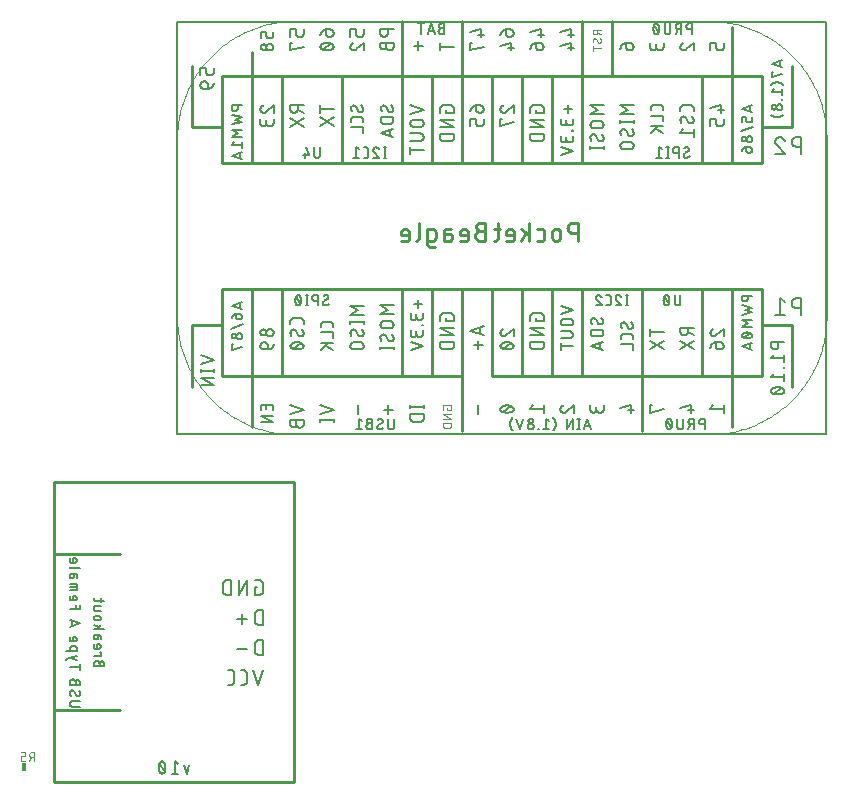
<source format=gbr>
G04 EAGLE Gerber RS-274X export*
G75*
%MOMM*%
%FSLAX34Y34*%
%LPD*%
%INSilkscreen Bottom*%
%IPPOS*%
%AMOC8*
5,1,8,0,0,1.08239X$1,22.5*%
G01*
%ADD10C,0.000000*%
%ADD11C,0.254000*%
%ADD12C,0.127000*%
%ADD13C,0.101600*%
%ADD14C,0.152400*%
%ADD15C,0.203200*%
%ADD16C,0.228600*%
%ADD17C,0.177800*%
%ADD18R,0.406400X0.711200*%
%ADD19C,0.076200*%


D10*
X655740Y746240D02*
X305740Y746240D01*
X303324Y746211D01*
X300909Y746123D01*
X298497Y745977D01*
X296089Y745773D01*
X293686Y745511D01*
X291291Y745191D01*
X288904Y744813D01*
X286527Y744377D01*
X284162Y743884D01*
X281808Y743334D01*
X279469Y742728D01*
X277145Y742065D01*
X274838Y741346D01*
X272549Y740571D01*
X270280Y739742D01*
X268031Y738857D01*
X265804Y737919D01*
X263600Y736927D01*
X261421Y735883D01*
X259268Y734786D01*
X257142Y733637D01*
X255044Y732437D01*
X252976Y731187D01*
X250939Y729887D01*
X248934Y728538D01*
X246961Y727142D01*
X245024Y725698D01*
X243121Y724207D01*
X241256Y722672D01*
X239428Y721091D01*
X237638Y719467D01*
X235889Y717800D01*
X234180Y716091D01*
X232513Y714342D01*
X230889Y712552D01*
X229308Y710724D01*
X227773Y708859D01*
X226282Y706956D01*
X224838Y705019D01*
X223442Y703046D01*
X222093Y701041D01*
X220793Y699004D01*
X219543Y696936D01*
X218343Y694838D01*
X217194Y692712D01*
X216097Y690559D01*
X215053Y688380D01*
X214061Y686176D01*
X213123Y683949D01*
X212238Y681700D01*
X211409Y679431D01*
X210634Y677142D01*
X209915Y674835D01*
X209252Y672511D01*
X208646Y670172D01*
X208096Y667818D01*
X207603Y665453D01*
X207167Y663076D01*
X206789Y660689D01*
X206469Y658294D01*
X206207Y655891D01*
X206003Y653483D01*
X205857Y651071D01*
X205769Y648656D01*
X205740Y646240D01*
X205740Y496240D01*
X205769Y493824D01*
X205857Y491409D01*
X206003Y488997D01*
X206207Y486589D01*
X206469Y484186D01*
X206789Y481791D01*
X207167Y479404D01*
X207603Y477027D01*
X208096Y474662D01*
X208646Y472308D01*
X209252Y469969D01*
X209915Y467645D01*
X210634Y465338D01*
X211409Y463049D01*
X212238Y460780D01*
X213123Y458531D01*
X214061Y456304D01*
X215053Y454100D01*
X216097Y451921D01*
X217194Y449768D01*
X218343Y447642D01*
X219543Y445544D01*
X220793Y443476D01*
X222093Y441439D01*
X223442Y439434D01*
X224838Y437461D01*
X226282Y435524D01*
X227773Y433621D01*
X229308Y431756D01*
X230889Y429928D01*
X232513Y428138D01*
X234180Y426389D01*
X235889Y424680D01*
X237638Y423013D01*
X239428Y421389D01*
X241256Y419808D01*
X243121Y418273D01*
X245024Y416782D01*
X246961Y415338D01*
X248934Y413942D01*
X250939Y412593D01*
X252976Y411293D01*
X255044Y410043D01*
X257142Y408843D01*
X259268Y407694D01*
X261421Y406597D01*
X263600Y405553D01*
X265804Y404561D01*
X268031Y403623D01*
X270280Y402738D01*
X272549Y401909D01*
X274838Y401134D01*
X277145Y400415D01*
X279469Y399752D01*
X281808Y399146D01*
X284162Y398596D01*
X286527Y398103D01*
X288904Y397667D01*
X291291Y397289D01*
X293686Y396969D01*
X296089Y396707D01*
X298497Y396503D01*
X300909Y396357D01*
X303324Y396269D01*
X305740Y396240D01*
X655740Y396240D01*
X658156Y396269D01*
X660571Y396357D01*
X662983Y396503D01*
X665391Y396707D01*
X667794Y396969D01*
X670189Y397289D01*
X672576Y397667D01*
X674953Y398103D01*
X677318Y398596D01*
X679672Y399146D01*
X682011Y399752D01*
X684335Y400415D01*
X686642Y401134D01*
X688931Y401909D01*
X691200Y402738D01*
X693449Y403623D01*
X695676Y404561D01*
X697880Y405553D01*
X700059Y406597D01*
X702212Y407694D01*
X704338Y408843D01*
X706436Y410043D01*
X708504Y411293D01*
X710541Y412593D01*
X712546Y413942D01*
X714519Y415338D01*
X716456Y416782D01*
X718359Y418273D01*
X720224Y419808D01*
X722052Y421389D01*
X723842Y423013D01*
X725591Y424680D01*
X727300Y426389D01*
X728967Y428138D01*
X730591Y429928D01*
X732172Y431756D01*
X733707Y433621D01*
X735198Y435524D01*
X736642Y437461D01*
X738038Y439434D01*
X739387Y441439D01*
X740687Y443476D01*
X741937Y445544D01*
X743137Y447642D01*
X744286Y449768D01*
X745383Y451921D01*
X746427Y454100D01*
X747419Y456304D01*
X748357Y458531D01*
X749242Y460780D01*
X750071Y463049D01*
X750846Y465338D01*
X751565Y467645D01*
X752228Y469969D01*
X752834Y472308D01*
X753384Y474662D01*
X753877Y477027D01*
X754313Y479404D01*
X754691Y481791D01*
X755011Y484186D01*
X755273Y486589D01*
X755477Y488997D01*
X755623Y491409D01*
X755711Y493824D01*
X755740Y496240D01*
X755740Y646240D01*
X755711Y648656D01*
X755623Y651071D01*
X755477Y653483D01*
X755273Y655891D01*
X755011Y658294D01*
X754691Y660689D01*
X754313Y663076D01*
X753877Y665453D01*
X753384Y667818D01*
X752834Y670172D01*
X752228Y672511D01*
X751565Y674835D01*
X750846Y677142D01*
X750071Y679431D01*
X749242Y681700D01*
X748357Y683949D01*
X747419Y686176D01*
X746427Y688380D01*
X745383Y690559D01*
X744286Y692712D01*
X743137Y694838D01*
X741937Y696936D01*
X740687Y699004D01*
X739387Y701041D01*
X738038Y703046D01*
X736642Y705019D01*
X735198Y706956D01*
X733707Y708859D01*
X732172Y710724D01*
X730591Y712552D01*
X728967Y714342D01*
X727300Y716091D01*
X725591Y717800D01*
X723842Y719467D01*
X722052Y721091D01*
X720224Y722672D01*
X718359Y724207D01*
X716456Y725698D01*
X714519Y727142D01*
X712546Y728538D01*
X710541Y729887D01*
X708504Y731187D01*
X706436Y732437D01*
X704338Y733637D01*
X702212Y734786D01*
X700059Y735883D01*
X697880Y736927D01*
X695676Y737919D01*
X693449Y738857D01*
X691200Y739742D01*
X688931Y740571D01*
X686642Y741346D01*
X684335Y742065D01*
X682011Y742728D01*
X679672Y743334D01*
X677318Y743884D01*
X674953Y744377D01*
X672576Y744813D01*
X670189Y745191D01*
X667794Y745511D01*
X665391Y745773D01*
X662983Y745977D01*
X660571Y746123D01*
X658156Y746211D01*
X655740Y746240D01*
D11*
X447167Y445516D02*
X421767Y445516D01*
X396367Y445516D01*
X294767Y445516D01*
X269367Y445516D01*
X472567Y445516D02*
X472567Y519176D01*
X472567Y445516D02*
X497967Y445516D01*
X523367Y445516D01*
X548767Y445516D01*
X599567Y445516D01*
X650367Y445516D01*
X675767Y445516D01*
X447167Y699516D02*
X421767Y699516D01*
X396367Y699516D01*
X345567Y699516D01*
X294767Y699516D01*
X447167Y699516D02*
X472567Y699516D01*
X497967Y699516D01*
X523367Y699516D01*
X548767Y699516D01*
X574167Y699516D01*
X650367Y699516D01*
X675767Y699516D01*
X269367Y445516D02*
X269367Y402590D01*
X447167Y398780D02*
X447167Y445516D01*
X599567Y445516D02*
X599567Y398780D01*
X675767Y402590D02*
X675767Y445516D01*
X650367Y445516D02*
X650367Y519176D01*
X599567Y519176D02*
X599567Y445516D01*
X548767Y445516D02*
X548767Y519176D01*
X447167Y519176D02*
X447167Y445516D01*
X294767Y445516D02*
X294767Y519176D01*
X294767Y625856D02*
X294767Y699516D01*
X345567Y699516D02*
X345567Y625856D01*
X396367Y625856D02*
X396367Y699516D01*
X447167Y699516D02*
X447167Y625856D01*
X396367Y699516D02*
X396367Y746506D01*
X447167Y746506D02*
X447167Y699516D01*
X675767Y699516D02*
X675767Y741426D01*
X574167Y746506D02*
X574167Y699516D01*
X548767Y699516D02*
X548767Y625856D01*
X650367Y625856D02*
X650367Y699516D01*
X497967Y519176D02*
X497967Y445516D01*
X497967Y625856D02*
X497967Y699516D01*
D12*
X553123Y409575D02*
X556087Y400685D01*
X550160Y400685D02*
X553123Y409575D01*
X550901Y402908D02*
X555346Y402908D01*
X545808Y400685D02*
X545808Y409575D01*
X546796Y400685D02*
X544820Y400685D01*
X544820Y409575D02*
X546796Y409575D01*
X540658Y409575D02*
X540658Y400685D01*
X535719Y400685D02*
X540658Y409575D01*
X535719Y409575D02*
X535719Y400685D01*
X526344Y405130D02*
X526342Y405333D01*
X526334Y405537D01*
X526322Y405740D01*
X526305Y405943D01*
X526283Y406145D01*
X526256Y406346D01*
X526224Y406547D01*
X526188Y406747D01*
X526147Y406947D01*
X526101Y407145D01*
X526050Y407342D01*
X525994Y407538D01*
X525934Y407732D01*
X525869Y407925D01*
X525799Y408116D01*
X525725Y408305D01*
X525647Y408493D01*
X525564Y408679D01*
X525476Y408862D01*
X525384Y409044D01*
X525288Y409223D01*
X525187Y409400D01*
X525082Y409574D01*
X524973Y409746D01*
X524860Y409915D01*
X524743Y410081D01*
X524622Y410245D01*
X524497Y410405D01*
X524368Y410563D01*
X526344Y405130D02*
X526342Y404927D01*
X526334Y404723D01*
X526322Y404520D01*
X526305Y404317D01*
X526283Y404115D01*
X526256Y403914D01*
X526224Y403713D01*
X526188Y403513D01*
X526147Y403313D01*
X526101Y403115D01*
X526050Y402918D01*
X525994Y402722D01*
X525934Y402528D01*
X525869Y402335D01*
X525799Y402144D01*
X525725Y401955D01*
X525647Y401767D01*
X525564Y401581D01*
X525476Y401398D01*
X525384Y401216D01*
X525288Y401037D01*
X525187Y400860D01*
X525082Y400686D01*
X524973Y400514D01*
X524860Y400345D01*
X524743Y400179D01*
X524622Y400015D01*
X524497Y399855D01*
X524368Y399697D01*
X520541Y407599D02*
X518072Y409575D01*
X518072Y400685D01*
X520541Y400685D02*
X515602Y400685D01*
X511918Y400685D02*
X511918Y401179D01*
X511424Y401179D01*
X511424Y400685D01*
X511918Y400685D01*
X507739Y403154D02*
X507737Y403252D01*
X507731Y403350D01*
X507721Y403448D01*
X507708Y403545D01*
X507690Y403642D01*
X507669Y403738D01*
X507644Y403832D01*
X507615Y403926D01*
X507583Y404019D01*
X507546Y404110D01*
X507507Y404200D01*
X507463Y404288D01*
X507416Y404374D01*
X507366Y404459D01*
X507313Y404541D01*
X507256Y404621D01*
X507196Y404699D01*
X507133Y404774D01*
X507067Y404847D01*
X506998Y404917D01*
X506927Y404984D01*
X506853Y405049D01*
X506776Y405110D01*
X506697Y405169D01*
X506616Y405224D01*
X506533Y405276D01*
X506447Y405324D01*
X506360Y405369D01*
X506271Y405411D01*
X506181Y405449D01*
X506089Y405483D01*
X505996Y405514D01*
X505901Y405541D01*
X505806Y405564D01*
X505709Y405584D01*
X505613Y405599D01*
X505515Y405611D01*
X505417Y405619D01*
X505319Y405623D01*
X505221Y405623D01*
X505123Y405619D01*
X505025Y405611D01*
X504927Y405599D01*
X504831Y405584D01*
X504734Y405564D01*
X504639Y405541D01*
X504544Y405514D01*
X504451Y405483D01*
X504359Y405449D01*
X504269Y405411D01*
X504180Y405369D01*
X504093Y405324D01*
X504007Y405276D01*
X503924Y405224D01*
X503843Y405169D01*
X503764Y405110D01*
X503687Y405049D01*
X503613Y404984D01*
X503542Y404917D01*
X503473Y404847D01*
X503407Y404774D01*
X503344Y404699D01*
X503284Y404621D01*
X503227Y404541D01*
X503174Y404459D01*
X503124Y404374D01*
X503077Y404288D01*
X503033Y404200D01*
X502994Y404110D01*
X502957Y404019D01*
X502925Y403926D01*
X502896Y403832D01*
X502871Y403738D01*
X502850Y403642D01*
X502832Y403545D01*
X502819Y403448D01*
X502809Y403350D01*
X502803Y403252D01*
X502801Y403154D01*
X502803Y403056D01*
X502809Y402958D01*
X502819Y402860D01*
X502832Y402763D01*
X502850Y402666D01*
X502871Y402570D01*
X502896Y402476D01*
X502925Y402382D01*
X502957Y402289D01*
X502994Y402198D01*
X503033Y402108D01*
X503077Y402020D01*
X503124Y401934D01*
X503174Y401849D01*
X503227Y401767D01*
X503284Y401687D01*
X503344Y401609D01*
X503407Y401534D01*
X503473Y401461D01*
X503542Y401391D01*
X503613Y401324D01*
X503687Y401259D01*
X503764Y401198D01*
X503843Y401139D01*
X503924Y401084D01*
X504007Y401032D01*
X504093Y400984D01*
X504180Y400939D01*
X504269Y400897D01*
X504359Y400859D01*
X504451Y400825D01*
X504544Y400794D01*
X504639Y400767D01*
X504734Y400744D01*
X504831Y400724D01*
X504927Y400709D01*
X505025Y400697D01*
X505123Y400689D01*
X505221Y400685D01*
X505319Y400685D01*
X505417Y400689D01*
X505515Y400697D01*
X505613Y400709D01*
X505709Y400724D01*
X505806Y400744D01*
X505901Y400767D01*
X505996Y400794D01*
X506089Y400825D01*
X506181Y400859D01*
X506271Y400897D01*
X506360Y400939D01*
X506447Y400984D01*
X506533Y401032D01*
X506616Y401084D01*
X506697Y401139D01*
X506776Y401198D01*
X506853Y401259D01*
X506927Y401324D01*
X506998Y401391D01*
X507067Y401461D01*
X507133Y401534D01*
X507196Y401609D01*
X507256Y401687D01*
X507313Y401767D01*
X507366Y401849D01*
X507416Y401934D01*
X507463Y402020D01*
X507507Y402108D01*
X507546Y402198D01*
X507583Y402289D01*
X507615Y402382D01*
X507644Y402476D01*
X507669Y402570D01*
X507690Y402666D01*
X507708Y402763D01*
X507721Y402860D01*
X507731Y402958D01*
X507737Y403056D01*
X507739Y403154D01*
X507246Y407599D02*
X507244Y407686D01*
X507238Y407774D01*
X507229Y407861D01*
X507215Y407947D01*
X507198Y408033D01*
X507177Y408117D01*
X507152Y408201D01*
X507123Y408284D01*
X507091Y408365D01*
X507056Y408445D01*
X507017Y408523D01*
X506974Y408600D01*
X506928Y408674D01*
X506879Y408746D01*
X506827Y408816D01*
X506771Y408884D01*
X506713Y408949D01*
X506652Y409012D01*
X506588Y409071D01*
X506521Y409128D01*
X506453Y409182D01*
X506381Y409233D01*
X506308Y409280D01*
X506233Y409325D01*
X506155Y409366D01*
X506076Y409403D01*
X505996Y409437D01*
X505914Y409467D01*
X505831Y409494D01*
X505746Y409517D01*
X505661Y409536D01*
X505575Y409551D01*
X505488Y409563D01*
X505401Y409571D01*
X505314Y409575D01*
X505226Y409575D01*
X505139Y409571D01*
X505052Y409563D01*
X504965Y409551D01*
X504879Y409536D01*
X504794Y409517D01*
X504709Y409494D01*
X504626Y409467D01*
X504544Y409437D01*
X504464Y409403D01*
X504385Y409366D01*
X504307Y409325D01*
X504232Y409280D01*
X504159Y409233D01*
X504087Y409182D01*
X504019Y409128D01*
X503952Y409071D01*
X503888Y409012D01*
X503827Y408949D01*
X503769Y408884D01*
X503713Y408816D01*
X503661Y408746D01*
X503612Y408674D01*
X503566Y408600D01*
X503523Y408523D01*
X503484Y408445D01*
X503449Y408365D01*
X503417Y408284D01*
X503388Y408201D01*
X503363Y408117D01*
X503342Y408033D01*
X503325Y407947D01*
X503311Y407861D01*
X503302Y407774D01*
X503296Y407686D01*
X503294Y407599D01*
X503296Y407512D01*
X503302Y407424D01*
X503311Y407337D01*
X503325Y407251D01*
X503342Y407165D01*
X503363Y407081D01*
X503388Y406997D01*
X503417Y406914D01*
X503449Y406833D01*
X503484Y406753D01*
X503523Y406675D01*
X503566Y406598D01*
X503612Y406524D01*
X503661Y406452D01*
X503713Y406382D01*
X503769Y406314D01*
X503827Y406249D01*
X503888Y406186D01*
X503952Y406127D01*
X504019Y406070D01*
X504087Y406016D01*
X504159Y405965D01*
X504232Y405918D01*
X504307Y405873D01*
X504385Y405832D01*
X504464Y405795D01*
X504544Y405761D01*
X504626Y405731D01*
X504709Y405704D01*
X504794Y405681D01*
X504879Y405662D01*
X504965Y405647D01*
X505052Y405635D01*
X505139Y405627D01*
X505226Y405623D01*
X505314Y405623D01*
X505401Y405627D01*
X505488Y405635D01*
X505575Y405647D01*
X505661Y405662D01*
X505746Y405681D01*
X505831Y405704D01*
X505914Y405731D01*
X505996Y405761D01*
X506076Y405795D01*
X506155Y405832D01*
X506233Y405873D01*
X506308Y405918D01*
X506381Y405965D01*
X506453Y406016D01*
X506521Y406070D01*
X506588Y406127D01*
X506652Y406186D01*
X506713Y406249D01*
X506771Y406314D01*
X506827Y406382D01*
X506879Y406452D01*
X506928Y406524D01*
X506974Y406598D01*
X507017Y406675D01*
X507056Y406753D01*
X507091Y406833D01*
X507123Y406914D01*
X507152Y406997D01*
X507177Y407081D01*
X507198Y407165D01*
X507215Y407251D01*
X507229Y407337D01*
X507238Y407424D01*
X507244Y407512D01*
X507246Y407599D01*
X499089Y409575D02*
X496126Y400685D01*
X493163Y409575D01*
X487853Y405130D02*
X487855Y404927D01*
X487863Y404723D01*
X487875Y404520D01*
X487892Y404317D01*
X487914Y404115D01*
X487941Y403914D01*
X487973Y403713D01*
X488009Y403513D01*
X488050Y403313D01*
X488096Y403115D01*
X488147Y402918D01*
X488203Y402722D01*
X488263Y402528D01*
X488328Y402335D01*
X488398Y402144D01*
X488472Y401955D01*
X488550Y401767D01*
X488633Y401581D01*
X488721Y401398D01*
X488813Y401216D01*
X488909Y401037D01*
X489010Y400860D01*
X489115Y400686D01*
X489224Y400514D01*
X489337Y400345D01*
X489454Y400179D01*
X489575Y400015D01*
X489700Y399855D01*
X489829Y399697D01*
X487853Y405130D02*
X487855Y405333D01*
X487863Y405537D01*
X487875Y405740D01*
X487892Y405943D01*
X487914Y406145D01*
X487941Y406346D01*
X487973Y406547D01*
X488009Y406747D01*
X488050Y406947D01*
X488096Y407145D01*
X488147Y407342D01*
X488203Y407538D01*
X488263Y407732D01*
X488328Y407925D01*
X488398Y408116D01*
X488472Y408305D01*
X488550Y408493D01*
X488633Y408679D01*
X488721Y408862D01*
X488813Y409044D01*
X488909Y409223D01*
X489010Y409400D01*
X489115Y409574D01*
X489224Y409746D01*
X489337Y409915D01*
X489454Y410081D01*
X489575Y410245D01*
X489700Y410405D01*
X489829Y410563D01*
D13*
X557784Y738779D02*
X564896Y738779D01*
X557784Y738779D02*
X557784Y736803D01*
X557786Y736716D01*
X557792Y736628D01*
X557801Y736541D01*
X557815Y736455D01*
X557832Y736369D01*
X557853Y736285D01*
X557878Y736201D01*
X557907Y736118D01*
X557939Y736037D01*
X557974Y735957D01*
X558013Y735879D01*
X558056Y735802D01*
X558102Y735728D01*
X558151Y735656D01*
X558203Y735586D01*
X558259Y735518D01*
X558317Y735453D01*
X558378Y735390D01*
X558442Y735331D01*
X558509Y735274D01*
X558577Y735220D01*
X558649Y735169D01*
X558722Y735122D01*
X558797Y735077D01*
X558875Y735036D01*
X558954Y734999D01*
X559034Y734965D01*
X559116Y734935D01*
X559199Y734908D01*
X559284Y734885D01*
X559369Y734866D01*
X559455Y734851D01*
X559542Y734839D01*
X559629Y734831D01*
X559716Y734827D01*
X559804Y734827D01*
X559891Y734831D01*
X559978Y734839D01*
X560065Y734851D01*
X560151Y734866D01*
X560236Y734885D01*
X560321Y734908D01*
X560404Y734935D01*
X560486Y734965D01*
X560566Y734999D01*
X560645Y735036D01*
X560723Y735077D01*
X560798Y735122D01*
X560871Y735169D01*
X560943Y735220D01*
X561011Y735274D01*
X561078Y735331D01*
X561142Y735390D01*
X561203Y735453D01*
X561261Y735518D01*
X561317Y735586D01*
X561369Y735656D01*
X561418Y735728D01*
X561464Y735802D01*
X561507Y735879D01*
X561546Y735957D01*
X561581Y736037D01*
X561613Y736118D01*
X561642Y736201D01*
X561667Y736285D01*
X561688Y736369D01*
X561705Y736455D01*
X561719Y736541D01*
X561728Y736628D01*
X561734Y736716D01*
X561736Y736803D01*
X561735Y736803D02*
X561735Y738779D01*
X561735Y736408D02*
X564896Y734828D01*
X564896Y729397D02*
X564894Y729319D01*
X564888Y729242D01*
X564879Y729165D01*
X564866Y729089D01*
X564849Y729013D01*
X564828Y728938D01*
X564804Y728865D01*
X564776Y728792D01*
X564744Y728721D01*
X564709Y728652D01*
X564671Y728585D01*
X564630Y728519D01*
X564585Y728456D01*
X564537Y728395D01*
X564487Y728336D01*
X564433Y728280D01*
X564377Y728226D01*
X564318Y728176D01*
X564257Y728128D01*
X564194Y728083D01*
X564128Y728042D01*
X564061Y728004D01*
X563992Y727969D01*
X563921Y727937D01*
X563848Y727909D01*
X563775Y727885D01*
X563700Y727864D01*
X563624Y727847D01*
X563548Y727834D01*
X563471Y727825D01*
X563394Y727819D01*
X563316Y727817D01*
X564896Y729397D02*
X564894Y729512D01*
X564888Y729626D01*
X564878Y729740D01*
X564865Y729854D01*
X564847Y729967D01*
X564825Y730080D01*
X564800Y730192D01*
X564771Y730303D01*
X564738Y730412D01*
X564701Y730521D01*
X564661Y730628D01*
X564617Y730734D01*
X564569Y730838D01*
X564518Y730941D01*
X564463Y731041D01*
X564405Y731140D01*
X564343Y731237D01*
X564279Y731331D01*
X564211Y731424D01*
X564139Y731514D01*
X564065Y731601D01*
X563988Y731686D01*
X563908Y731768D01*
X559364Y731571D02*
X559286Y731569D01*
X559209Y731563D01*
X559132Y731554D01*
X559056Y731541D01*
X558980Y731524D01*
X558905Y731503D01*
X558831Y731479D01*
X558759Y731451D01*
X558688Y731419D01*
X558619Y731384D01*
X558551Y731346D01*
X558486Y731305D01*
X558422Y731260D01*
X558361Y731212D01*
X558302Y731161D01*
X558246Y731108D01*
X558193Y731052D01*
X558142Y730993D01*
X558094Y730932D01*
X558049Y730868D01*
X558008Y730803D01*
X557970Y730735D01*
X557935Y730666D01*
X557903Y730595D01*
X557875Y730523D01*
X557851Y730449D01*
X557830Y730374D01*
X557813Y730298D01*
X557800Y730222D01*
X557791Y730145D01*
X557785Y730068D01*
X557783Y729990D01*
X557784Y729990D02*
X557786Y729884D01*
X557792Y729778D01*
X557801Y729673D01*
X557814Y729568D01*
X557831Y729463D01*
X557852Y729359D01*
X557876Y729256D01*
X557904Y729154D01*
X557936Y729053D01*
X557971Y728953D01*
X558010Y728855D01*
X558053Y728757D01*
X558098Y728662D01*
X558147Y728568D01*
X558200Y728476D01*
X558256Y728386D01*
X558315Y728298D01*
X558377Y728212D01*
X560747Y730780D02*
X560705Y730847D01*
X560660Y730912D01*
X560611Y730975D01*
X560560Y731036D01*
X560505Y731093D01*
X560448Y731148D01*
X560388Y731201D01*
X560326Y731250D01*
X560261Y731296D01*
X560195Y731338D01*
X560126Y731378D01*
X560055Y731414D01*
X559982Y731446D01*
X559908Y731475D01*
X559833Y731500D01*
X559757Y731521D01*
X559679Y731539D01*
X559601Y731552D01*
X559522Y731562D01*
X559443Y731568D01*
X559364Y731570D01*
X561933Y728607D02*
X561975Y728540D01*
X562020Y728475D01*
X562069Y728412D01*
X562120Y728351D01*
X562175Y728294D01*
X562232Y728239D01*
X562292Y728186D01*
X562354Y728137D01*
X562419Y728091D01*
X562485Y728049D01*
X562554Y728009D01*
X562625Y727973D01*
X562698Y727941D01*
X562772Y727912D01*
X562847Y727887D01*
X562923Y727866D01*
X563001Y727848D01*
X563079Y727835D01*
X563158Y727825D01*
X563237Y727819D01*
X563316Y727817D01*
X561933Y728607D02*
X560747Y730780D01*
X557784Y723209D02*
X564896Y723209D01*
X557784Y725184D02*
X557784Y721233D01*
D14*
X465328Y487765D02*
X454152Y484039D01*
X465328Y480314D01*
X462534Y481245D02*
X462534Y486833D01*
X460982Y475573D02*
X460982Y468122D01*
X464707Y471847D02*
X457256Y471847D01*
X479552Y482346D02*
X479554Y482242D01*
X479560Y482137D01*
X479570Y482033D01*
X479583Y481930D01*
X479601Y481827D01*
X479622Y481724D01*
X479647Y481623D01*
X479676Y481522D01*
X479709Y481423D01*
X479745Y481325D01*
X479785Y481229D01*
X479829Y481134D01*
X479876Y481040D01*
X479926Y480949D01*
X479980Y480860D01*
X480037Y480772D01*
X480098Y480687D01*
X480162Y480604D01*
X480228Y480524D01*
X480298Y480446D01*
X480370Y480370D01*
X480446Y480298D01*
X480524Y480228D01*
X480604Y480162D01*
X480687Y480098D01*
X480772Y480037D01*
X480860Y479980D01*
X480949Y479926D01*
X481040Y479876D01*
X481134Y479829D01*
X481229Y479785D01*
X481325Y479745D01*
X481423Y479709D01*
X481522Y479676D01*
X481623Y479647D01*
X481724Y479622D01*
X481827Y479601D01*
X481930Y479583D01*
X482033Y479570D01*
X482137Y479560D01*
X482242Y479554D01*
X482346Y479552D01*
X479552Y482346D02*
X479554Y482465D01*
X479560Y482583D01*
X479570Y482702D01*
X479583Y482820D01*
X479601Y482937D01*
X479623Y483054D01*
X479648Y483170D01*
X479677Y483285D01*
X479710Y483400D01*
X479747Y483513D01*
X479787Y483624D01*
X479831Y483735D01*
X479879Y483843D01*
X479930Y483950D01*
X479985Y484056D01*
X480044Y484159D01*
X480105Y484261D01*
X480170Y484360D01*
X480239Y484458D01*
X480310Y484552D01*
X480385Y484645D01*
X480462Y484735D01*
X480543Y484822D01*
X480626Y484907D01*
X480712Y484989D01*
X480801Y485068D01*
X480892Y485144D01*
X480986Y485217D01*
X481082Y485286D01*
X481181Y485353D01*
X481281Y485416D01*
X481384Y485476D01*
X481488Y485533D01*
X481595Y485585D01*
X481703Y485635D01*
X481812Y485681D01*
X481924Y485723D01*
X482036Y485761D01*
X484519Y480483D02*
X484445Y480408D01*
X484368Y480336D01*
X484289Y480266D01*
X484207Y480199D01*
X484123Y480135D01*
X484037Y480074D01*
X483949Y480016D01*
X483858Y479961D01*
X483766Y479909D01*
X483672Y479861D01*
X483577Y479816D01*
X483479Y479774D01*
X483381Y479736D01*
X483281Y479701D01*
X483180Y479670D01*
X483078Y479643D01*
X482975Y479619D01*
X482872Y479598D01*
X482767Y479582D01*
X482662Y479569D01*
X482557Y479559D01*
X482452Y479554D01*
X482346Y479552D01*
X484519Y480483D02*
X490728Y485761D01*
X490728Y479552D01*
X485140Y474331D02*
X484920Y474328D01*
X484700Y474321D01*
X484481Y474307D01*
X484262Y474289D01*
X484043Y474265D01*
X483825Y474237D01*
X483608Y474203D01*
X483392Y474164D01*
X483176Y474119D01*
X482962Y474070D01*
X482749Y474015D01*
X482537Y473956D01*
X482327Y473891D01*
X482119Y473821D01*
X481912Y473747D01*
X481707Y473667D01*
X481504Y473583D01*
X481303Y473494D01*
X481104Y473400D01*
X481104Y473399D02*
X481015Y473366D01*
X480927Y473330D01*
X480841Y473290D01*
X480756Y473247D01*
X480674Y473200D01*
X480593Y473149D01*
X480515Y473096D01*
X480439Y473039D01*
X480365Y472979D01*
X480294Y472916D01*
X480225Y472851D01*
X480159Y472782D01*
X480097Y472711D01*
X480037Y472637D01*
X479980Y472561D01*
X479926Y472483D01*
X479876Y472402D01*
X479829Y472320D01*
X479786Y472235D01*
X479746Y472149D01*
X479709Y472061D01*
X479677Y471972D01*
X479648Y471882D01*
X479622Y471790D01*
X479601Y471698D01*
X479583Y471604D01*
X479570Y471510D01*
X479560Y471416D01*
X479554Y471321D01*
X479552Y471226D01*
X479554Y471131D01*
X479560Y471036D01*
X479570Y470942D01*
X479583Y470848D01*
X479601Y470754D01*
X479622Y470662D01*
X479648Y470570D01*
X479677Y470480D01*
X479709Y470391D01*
X479746Y470303D01*
X479786Y470217D01*
X479829Y470132D01*
X479876Y470050D01*
X479926Y469969D01*
X479980Y469891D01*
X480037Y469815D01*
X480097Y469741D01*
X480159Y469670D01*
X480225Y469601D01*
X480294Y469536D01*
X480365Y469473D01*
X480439Y469413D01*
X480515Y469356D01*
X480593Y469303D01*
X480674Y469252D01*
X480756Y469205D01*
X480841Y469162D01*
X480927Y469122D01*
X481015Y469086D01*
X481104Y469053D01*
X481303Y468959D01*
X481504Y468870D01*
X481707Y468786D01*
X481912Y468706D01*
X482119Y468632D01*
X482327Y468562D01*
X482537Y468497D01*
X482749Y468438D01*
X482962Y468383D01*
X483176Y468334D01*
X483392Y468289D01*
X483608Y468250D01*
X483825Y468216D01*
X484043Y468188D01*
X484262Y468164D01*
X484481Y468146D01*
X484700Y468132D01*
X484920Y468125D01*
X485140Y468122D01*
X485140Y474331D02*
X485360Y474328D01*
X485580Y474321D01*
X485799Y474307D01*
X486018Y474289D01*
X486237Y474265D01*
X486455Y474237D01*
X486672Y474203D01*
X486888Y474164D01*
X487104Y474119D01*
X487318Y474070D01*
X487531Y474015D01*
X487743Y473956D01*
X487953Y473891D01*
X488161Y473821D01*
X488368Y473747D01*
X488573Y473667D01*
X488776Y473583D01*
X488977Y473494D01*
X489176Y473400D01*
X489176Y473399D02*
X489265Y473366D01*
X489353Y473330D01*
X489439Y473290D01*
X489524Y473247D01*
X489606Y473200D01*
X489687Y473149D01*
X489765Y473096D01*
X489841Y473039D01*
X489915Y472979D01*
X489986Y472916D01*
X490055Y472851D01*
X490121Y472782D01*
X490183Y472711D01*
X490243Y472637D01*
X490300Y472561D01*
X490354Y472483D01*
X490404Y472402D01*
X490451Y472320D01*
X490494Y472235D01*
X490534Y472149D01*
X490571Y472061D01*
X490603Y471972D01*
X490632Y471882D01*
X490658Y471790D01*
X490679Y471698D01*
X490697Y471604D01*
X490710Y471510D01*
X490720Y471416D01*
X490726Y471321D01*
X490728Y471226D01*
X489176Y469053D02*
X488977Y468959D01*
X488776Y468870D01*
X488573Y468786D01*
X488368Y468706D01*
X488161Y468632D01*
X487953Y468562D01*
X487743Y468497D01*
X487531Y468438D01*
X487318Y468383D01*
X487104Y468334D01*
X486888Y468289D01*
X486672Y468250D01*
X486455Y468216D01*
X486237Y468188D01*
X486018Y468164D01*
X485799Y468146D01*
X485580Y468132D01*
X485360Y468125D01*
X485140Y468122D01*
X489176Y469053D02*
X489265Y469086D01*
X489353Y469122D01*
X489439Y469162D01*
X489524Y469205D01*
X489606Y469252D01*
X489687Y469303D01*
X489765Y469356D01*
X489841Y469413D01*
X489915Y469473D01*
X489986Y469536D01*
X490055Y469601D01*
X490121Y469670D01*
X490183Y469741D01*
X490243Y469815D01*
X490300Y469891D01*
X490354Y469969D01*
X490404Y470050D01*
X490451Y470132D01*
X490494Y470217D01*
X490534Y470303D01*
X490571Y470391D01*
X490603Y470480D01*
X490632Y470570D01*
X490658Y470662D01*
X490679Y470754D01*
X490697Y470848D01*
X490710Y470942D01*
X490720Y471036D01*
X490726Y471131D01*
X490728Y471226D01*
X488244Y473710D02*
X482036Y468743D01*
X509919Y492506D02*
X509919Y494369D01*
X509919Y492506D02*
X516128Y492506D01*
X516128Y496231D01*
X516126Y496329D01*
X516120Y496426D01*
X516111Y496523D01*
X516097Y496620D01*
X516080Y496716D01*
X516059Y496811D01*
X516035Y496905D01*
X516006Y496999D01*
X515974Y497091D01*
X515939Y497182D01*
X515900Y497271D01*
X515857Y497359D01*
X515811Y497445D01*
X515762Y497529D01*
X515709Y497611D01*
X515654Y497691D01*
X515595Y497769D01*
X515533Y497844D01*
X515468Y497917D01*
X515400Y497987D01*
X515330Y498055D01*
X515257Y498120D01*
X515182Y498182D01*
X515104Y498241D01*
X515024Y498296D01*
X514942Y498349D01*
X514858Y498398D01*
X514772Y498444D01*
X514684Y498487D01*
X514595Y498526D01*
X514504Y498561D01*
X514412Y498593D01*
X514318Y498622D01*
X514224Y498646D01*
X514129Y498667D01*
X514033Y498684D01*
X513936Y498698D01*
X513839Y498707D01*
X513742Y498713D01*
X513644Y498715D01*
X507436Y498715D01*
X507338Y498713D01*
X507241Y498707D01*
X507144Y498698D01*
X507047Y498684D01*
X506951Y498667D01*
X506856Y498646D01*
X506762Y498622D01*
X506668Y498593D01*
X506576Y498561D01*
X506485Y498526D01*
X506396Y498487D01*
X506308Y498444D01*
X506222Y498398D01*
X506138Y498349D01*
X506056Y498296D01*
X505976Y498241D01*
X505898Y498182D01*
X505823Y498120D01*
X505750Y498055D01*
X505680Y497987D01*
X505612Y497917D01*
X505547Y497844D01*
X505485Y497769D01*
X505426Y497691D01*
X505371Y497611D01*
X505318Y497529D01*
X505269Y497445D01*
X505223Y497359D01*
X505180Y497271D01*
X505141Y497182D01*
X505106Y497091D01*
X505074Y496999D01*
X505045Y496905D01*
X505021Y496811D01*
X505000Y496716D01*
X504983Y496620D01*
X504969Y496523D01*
X504960Y496426D01*
X504954Y496329D01*
X504952Y496231D01*
X504952Y492506D01*
X504952Y486523D02*
X516128Y486523D01*
X516128Y480314D02*
X504952Y486523D01*
X504952Y480314D02*
X516128Y480314D01*
X516128Y474331D02*
X504952Y474331D01*
X504952Y471226D01*
X504954Y471118D01*
X504960Y471009D01*
X504969Y470902D01*
X504982Y470794D01*
X504999Y470687D01*
X505020Y470581D01*
X505044Y470475D01*
X505072Y470370D01*
X505104Y470267D01*
X505139Y470164D01*
X505178Y470063D01*
X505220Y469963D01*
X505266Y469865D01*
X505315Y469769D01*
X505368Y469674D01*
X505424Y469581D01*
X505483Y469490D01*
X505545Y469402D01*
X505610Y469315D01*
X505678Y469231D01*
X505749Y469149D01*
X505823Y469070D01*
X505900Y468993D01*
X505979Y468919D01*
X506061Y468848D01*
X506145Y468780D01*
X506232Y468715D01*
X506320Y468653D01*
X506411Y468594D01*
X506504Y468538D01*
X506599Y468485D01*
X506695Y468436D01*
X506794Y468390D01*
X506893Y468348D01*
X506994Y468309D01*
X507097Y468274D01*
X507200Y468242D01*
X507305Y468214D01*
X507411Y468190D01*
X507517Y468169D01*
X507624Y468152D01*
X507732Y468139D01*
X507840Y468130D01*
X507948Y468124D01*
X508056Y468122D01*
X513024Y468122D01*
X513135Y468124D01*
X513245Y468130D01*
X513356Y468140D01*
X513466Y468154D01*
X513575Y468171D01*
X513684Y468193D01*
X513792Y468218D01*
X513898Y468248D01*
X514004Y468281D01*
X514109Y468318D01*
X514212Y468358D01*
X514313Y468403D01*
X514413Y468450D01*
X514512Y468502D01*
X514608Y468557D01*
X514702Y468615D01*
X514794Y468676D01*
X514884Y468741D01*
X514972Y468809D01*
X515057Y468880D01*
X515139Y468954D01*
X515219Y469031D01*
X515296Y469111D01*
X515370Y469193D01*
X515441Y469278D01*
X515509Y469366D01*
X515574Y469456D01*
X515635Y469548D01*
X515693Y469642D01*
X515748Y469738D01*
X515800Y469837D01*
X515847Y469937D01*
X515892Y470038D01*
X515932Y470141D01*
X515969Y470246D01*
X516002Y470352D01*
X516032Y470458D01*
X516057Y470566D01*
X516079Y470675D01*
X516096Y470784D01*
X516110Y470894D01*
X516120Y471005D01*
X516126Y471115D01*
X516128Y471226D01*
X516128Y474331D01*
D12*
X530860Y505065D02*
X541020Y501678D01*
X530860Y498291D01*
X533682Y494213D02*
X538198Y494213D01*
X533682Y494213D02*
X533576Y494211D01*
X533471Y494205D01*
X533366Y494195D01*
X533261Y494181D01*
X533157Y494164D01*
X533054Y494142D01*
X532952Y494117D01*
X532850Y494088D01*
X532750Y494055D01*
X532651Y494018D01*
X532554Y493978D01*
X532458Y493934D01*
X532363Y493886D01*
X532271Y493835D01*
X532181Y493780D01*
X532092Y493723D01*
X532006Y493662D01*
X531923Y493597D01*
X531841Y493530D01*
X531763Y493460D01*
X531687Y493386D01*
X531613Y493310D01*
X531543Y493232D01*
X531476Y493150D01*
X531411Y493067D01*
X531350Y492981D01*
X531293Y492892D01*
X531238Y492802D01*
X531187Y492710D01*
X531139Y492615D01*
X531095Y492519D01*
X531055Y492422D01*
X531018Y492323D01*
X530985Y492223D01*
X530956Y492121D01*
X530931Y492019D01*
X530909Y491916D01*
X530892Y491812D01*
X530878Y491707D01*
X530868Y491602D01*
X530862Y491497D01*
X530860Y491391D01*
X530862Y491285D01*
X530868Y491180D01*
X530878Y491075D01*
X530892Y490970D01*
X530909Y490866D01*
X530931Y490763D01*
X530956Y490661D01*
X530985Y490559D01*
X531018Y490459D01*
X531055Y490360D01*
X531095Y490263D01*
X531139Y490167D01*
X531187Y490072D01*
X531238Y489980D01*
X531293Y489890D01*
X531350Y489801D01*
X531411Y489715D01*
X531476Y489632D01*
X531543Y489550D01*
X531613Y489472D01*
X531687Y489396D01*
X531763Y489322D01*
X531841Y489252D01*
X531923Y489185D01*
X532006Y489120D01*
X532092Y489059D01*
X532181Y489002D01*
X532271Y488947D01*
X532363Y488896D01*
X532458Y488848D01*
X532554Y488804D01*
X532651Y488764D01*
X532750Y488727D01*
X532850Y488694D01*
X532952Y488665D01*
X533054Y488640D01*
X533157Y488618D01*
X533261Y488601D01*
X533366Y488587D01*
X533471Y488577D01*
X533576Y488571D01*
X533682Y488569D01*
X538198Y488569D01*
X538304Y488571D01*
X538409Y488577D01*
X538514Y488587D01*
X538619Y488601D01*
X538723Y488618D01*
X538826Y488640D01*
X538928Y488665D01*
X539030Y488694D01*
X539130Y488727D01*
X539229Y488764D01*
X539326Y488804D01*
X539422Y488848D01*
X539517Y488896D01*
X539609Y488947D01*
X539699Y489002D01*
X539788Y489059D01*
X539874Y489120D01*
X539957Y489185D01*
X540039Y489252D01*
X540117Y489322D01*
X540193Y489396D01*
X540267Y489472D01*
X540337Y489550D01*
X540404Y489632D01*
X540469Y489715D01*
X540530Y489801D01*
X540587Y489890D01*
X540642Y489980D01*
X540693Y490072D01*
X540741Y490167D01*
X540785Y490263D01*
X540825Y490360D01*
X540862Y490459D01*
X540895Y490559D01*
X540924Y490661D01*
X540949Y490763D01*
X540971Y490866D01*
X540988Y490970D01*
X541002Y491075D01*
X541012Y491180D01*
X541018Y491285D01*
X541020Y491391D01*
X541018Y491497D01*
X541012Y491602D01*
X541002Y491707D01*
X540988Y491812D01*
X540971Y491916D01*
X540949Y492019D01*
X540924Y492121D01*
X540895Y492223D01*
X540862Y492323D01*
X540825Y492422D01*
X540785Y492519D01*
X540741Y492615D01*
X540693Y492710D01*
X540642Y492802D01*
X540587Y492892D01*
X540530Y492981D01*
X540469Y493067D01*
X540404Y493150D01*
X540337Y493232D01*
X540267Y493310D01*
X540193Y493386D01*
X540117Y493460D01*
X540039Y493530D01*
X539957Y493597D01*
X539874Y493662D01*
X539788Y493723D01*
X539699Y493780D01*
X539609Y493835D01*
X539517Y493886D01*
X539422Y493934D01*
X539326Y493978D01*
X539229Y494018D01*
X539130Y494055D01*
X539030Y494088D01*
X538928Y494117D01*
X538826Y494142D01*
X538723Y494164D01*
X538619Y494181D01*
X538514Y494195D01*
X538409Y494205D01*
X538304Y494211D01*
X538198Y494213D01*
X538198Y483584D02*
X530860Y483584D01*
X538198Y483583D02*
X538304Y483581D01*
X538409Y483575D01*
X538514Y483565D01*
X538619Y483551D01*
X538723Y483534D01*
X538826Y483512D01*
X538928Y483487D01*
X539030Y483458D01*
X539130Y483425D01*
X539229Y483388D01*
X539326Y483348D01*
X539422Y483304D01*
X539517Y483256D01*
X539609Y483205D01*
X539699Y483150D01*
X539788Y483093D01*
X539874Y483032D01*
X539957Y482967D01*
X540039Y482900D01*
X540117Y482830D01*
X540193Y482756D01*
X540267Y482680D01*
X540337Y482602D01*
X540404Y482520D01*
X540469Y482437D01*
X540530Y482351D01*
X540587Y482262D01*
X540642Y482172D01*
X540693Y482080D01*
X540741Y481985D01*
X540785Y481889D01*
X540825Y481792D01*
X540862Y481693D01*
X540895Y481593D01*
X540924Y481491D01*
X540949Y481389D01*
X540971Y481286D01*
X540988Y481182D01*
X541002Y481077D01*
X541012Y480972D01*
X541018Y480867D01*
X541020Y480761D01*
X541018Y480655D01*
X541012Y480550D01*
X541002Y480445D01*
X540988Y480340D01*
X540971Y480236D01*
X540949Y480133D01*
X540924Y480031D01*
X540895Y479929D01*
X540862Y479829D01*
X540825Y479730D01*
X540785Y479633D01*
X540741Y479537D01*
X540693Y479442D01*
X540642Y479350D01*
X540587Y479260D01*
X540530Y479171D01*
X540469Y479085D01*
X540404Y479002D01*
X540337Y478920D01*
X540267Y478842D01*
X540193Y478766D01*
X540117Y478692D01*
X540039Y478622D01*
X539957Y478555D01*
X539874Y478490D01*
X539788Y478429D01*
X539699Y478372D01*
X539609Y478317D01*
X539517Y478266D01*
X539422Y478218D01*
X539326Y478174D01*
X539229Y478134D01*
X539130Y478097D01*
X539030Y478064D01*
X538928Y478035D01*
X538826Y478010D01*
X538723Y477988D01*
X538619Y477971D01*
X538514Y477957D01*
X538409Y477947D01*
X538304Y477941D01*
X538198Y477939D01*
X530860Y477939D01*
X530860Y470817D02*
X541020Y470817D01*
X530860Y473639D02*
X530860Y467995D01*
X564162Y489476D02*
X564255Y489478D01*
X564348Y489484D01*
X564441Y489493D01*
X564534Y489507D01*
X564625Y489524D01*
X564716Y489545D01*
X564806Y489570D01*
X564895Y489598D01*
X564983Y489630D01*
X565069Y489666D01*
X565154Y489705D01*
X565237Y489748D01*
X565318Y489794D01*
X565397Y489844D01*
X565474Y489896D01*
X565549Y489952D01*
X565621Y490011D01*
X565691Y490073D01*
X565759Y490137D01*
X565823Y490205D01*
X565885Y490275D01*
X565944Y490347D01*
X566000Y490422D01*
X566052Y490499D01*
X566102Y490578D01*
X566148Y490659D01*
X566191Y490742D01*
X566230Y490827D01*
X566266Y490913D01*
X566298Y491001D01*
X566326Y491090D01*
X566351Y491180D01*
X566372Y491271D01*
X566389Y491362D01*
X566403Y491455D01*
X566412Y491548D01*
X566418Y491641D01*
X566420Y491734D01*
X566418Y491869D01*
X566412Y492003D01*
X566403Y492137D01*
X566390Y492271D01*
X566373Y492404D01*
X566352Y492537D01*
X566327Y492669D01*
X566299Y492801D01*
X566267Y492932D01*
X566232Y493061D01*
X566192Y493190D01*
X566149Y493317D01*
X566103Y493444D01*
X566053Y493569D01*
X566000Y493692D01*
X565943Y493814D01*
X565882Y493934D01*
X565819Y494053D01*
X565752Y494169D01*
X565681Y494284D01*
X565608Y494396D01*
X565531Y494507D01*
X565451Y494615D01*
X565369Y494721D01*
X565283Y494825D01*
X565194Y494926D01*
X565103Y495025D01*
X565009Y495121D01*
X558518Y494839D02*
X558425Y494837D01*
X558332Y494831D01*
X558239Y494822D01*
X558146Y494808D01*
X558055Y494791D01*
X557964Y494770D01*
X557874Y494745D01*
X557785Y494717D01*
X557697Y494685D01*
X557611Y494649D01*
X557526Y494610D01*
X557443Y494567D01*
X557362Y494521D01*
X557283Y494471D01*
X557206Y494419D01*
X557131Y494363D01*
X557059Y494304D01*
X556989Y494242D01*
X556921Y494178D01*
X556857Y494110D01*
X556795Y494040D01*
X556736Y493968D01*
X556680Y493893D01*
X556628Y493816D01*
X556578Y493737D01*
X556532Y493656D01*
X556489Y493573D01*
X556450Y493488D01*
X556414Y493402D01*
X556382Y493314D01*
X556354Y493225D01*
X556329Y493135D01*
X556308Y493044D01*
X556291Y492953D01*
X556277Y492860D01*
X556268Y492767D01*
X556262Y492674D01*
X556260Y492581D01*
X556262Y492451D01*
X556268Y492322D01*
X556278Y492192D01*
X556292Y492063D01*
X556310Y491935D01*
X556331Y491807D01*
X556357Y491680D01*
X556387Y491554D01*
X556420Y491428D01*
X556457Y491304D01*
X556498Y491181D01*
X556543Y491059D01*
X556591Y490939D01*
X556644Y490820D01*
X556699Y490703D01*
X556759Y490588D01*
X556822Y490474D01*
X556888Y490363D01*
X556957Y490253D01*
X557030Y490146D01*
X557107Y490041D01*
X560493Y493709D02*
X560443Y493790D01*
X560390Y493869D01*
X560334Y493946D01*
X560274Y494020D01*
X560211Y494091D01*
X560145Y494160D01*
X560077Y494227D01*
X560006Y494290D01*
X559932Y494350D01*
X559856Y494407D01*
X559777Y494461D01*
X559697Y494512D01*
X559614Y494559D01*
X559529Y494603D01*
X559443Y494643D01*
X559355Y494680D01*
X559266Y494713D01*
X559175Y494742D01*
X559083Y494767D01*
X558991Y494789D01*
X558897Y494806D01*
X558803Y494820D01*
X558708Y494830D01*
X558613Y494836D01*
X558518Y494838D01*
X562186Y490605D02*
X562237Y490524D01*
X562290Y490445D01*
X562346Y490368D01*
X562406Y490294D01*
X562469Y490223D01*
X562535Y490154D01*
X562603Y490087D01*
X562674Y490024D01*
X562748Y489964D01*
X562824Y489907D01*
X562903Y489853D01*
X562983Y489802D01*
X563066Y489755D01*
X563150Y489711D01*
X563237Y489671D01*
X563325Y489634D01*
X563414Y489601D01*
X563505Y489572D01*
X563596Y489547D01*
X563689Y489525D01*
X563783Y489508D01*
X563877Y489494D01*
X563972Y489484D01*
X564067Y489478D01*
X564162Y489476D01*
X562187Y490605D02*
X560493Y493710D01*
X556260Y484834D02*
X566420Y484834D01*
X556260Y484834D02*
X556260Y482012D01*
X556262Y481906D01*
X556268Y481801D01*
X556278Y481696D01*
X556292Y481591D01*
X556309Y481487D01*
X556331Y481384D01*
X556356Y481282D01*
X556385Y481180D01*
X556418Y481080D01*
X556455Y480981D01*
X556495Y480884D01*
X556539Y480788D01*
X556587Y480693D01*
X556638Y480601D01*
X556693Y480511D01*
X556750Y480422D01*
X556811Y480336D01*
X556876Y480253D01*
X556943Y480171D01*
X557013Y480093D01*
X557087Y480017D01*
X557163Y479943D01*
X557241Y479873D01*
X557323Y479806D01*
X557406Y479741D01*
X557492Y479680D01*
X557581Y479623D01*
X557671Y479568D01*
X557763Y479517D01*
X557858Y479469D01*
X557954Y479425D01*
X558051Y479385D01*
X558150Y479348D01*
X558250Y479315D01*
X558352Y479286D01*
X558454Y479261D01*
X558557Y479239D01*
X558661Y479222D01*
X558766Y479208D01*
X558871Y479198D01*
X558976Y479192D01*
X559082Y479190D01*
X559082Y479189D02*
X563598Y479189D01*
X563704Y479191D01*
X563809Y479197D01*
X563914Y479207D01*
X564019Y479221D01*
X564123Y479238D01*
X564226Y479260D01*
X564328Y479285D01*
X564430Y479314D01*
X564530Y479347D01*
X564629Y479384D01*
X564727Y479424D01*
X564822Y479468D01*
X564917Y479516D01*
X565009Y479567D01*
X565099Y479622D01*
X565188Y479679D01*
X565274Y479740D01*
X565357Y479805D01*
X565439Y479872D01*
X565517Y479942D01*
X565593Y480016D01*
X565667Y480092D01*
X565737Y480170D01*
X565804Y480252D01*
X565869Y480335D01*
X565930Y480421D01*
X565987Y480510D01*
X566042Y480600D01*
X566093Y480692D01*
X566141Y480787D01*
X566185Y480883D01*
X566225Y480980D01*
X566262Y481079D01*
X566295Y481179D01*
X566324Y481281D01*
X566349Y481383D01*
X566371Y481486D01*
X566388Y481590D01*
X566402Y481695D01*
X566412Y481800D01*
X566418Y481906D01*
X566420Y482011D01*
X566420Y482012D02*
X566420Y484834D01*
X566420Y474768D02*
X556260Y471382D01*
X566420Y467995D01*
X563880Y468842D02*
X563880Y473922D01*
X589562Y485750D02*
X589655Y485752D01*
X589748Y485758D01*
X589841Y485767D01*
X589934Y485781D01*
X590025Y485798D01*
X590116Y485819D01*
X590206Y485844D01*
X590295Y485872D01*
X590383Y485904D01*
X590469Y485940D01*
X590554Y485979D01*
X590637Y486022D01*
X590718Y486068D01*
X590797Y486118D01*
X590874Y486170D01*
X590949Y486226D01*
X591021Y486285D01*
X591091Y486347D01*
X591159Y486411D01*
X591223Y486479D01*
X591285Y486549D01*
X591344Y486621D01*
X591400Y486696D01*
X591452Y486773D01*
X591502Y486852D01*
X591548Y486933D01*
X591591Y487016D01*
X591630Y487101D01*
X591666Y487187D01*
X591698Y487275D01*
X591726Y487364D01*
X591751Y487454D01*
X591772Y487545D01*
X591789Y487636D01*
X591803Y487729D01*
X591812Y487822D01*
X591818Y487915D01*
X591820Y488008D01*
X591818Y488143D01*
X591812Y488277D01*
X591803Y488411D01*
X591790Y488545D01*
X591773Y488678D01*
X591752Y488811D01*
X591727Y488943D01*
X591699Y489075D01*
X591667Y489206D01*
X591632Y489335D01*
X591592Y489464D01*
X591549Y489591D01*
X591503Y489718D01*
X591453Y489843D01*
X591400Y489966D01*
X591343Y490088D01*
X591282Y490208D01*
X591219Y490327D01*
X591152Y490443D01*
X591081Y490558D01*
X591008Y490670D01*
X590931Y490781D01*
X590851Y490889D01*
X590769Y490995D01*
X590683Y491099D01*
X590594Y491200D01*
X590503Y491299D01*
X590409Y491395D01*
X583918Y491112D02*
X583825Y491110D01*
X583732Y491104D01*
X583639Y491095D01*
X583546Y491081D01*
X583455Y491064D01*
X583364Y491043D01*
X583274Y491018D01*
X583185Y490990D01*
X583097Y490958D01*
X583011Y490922D01*
X582926Y490883D01*
X582843Y490840D01*
X582762Y490794D01*
X582683Y490744D01*
X582606Y490692D01*
X582531Y490636D01*
X582459Y490577D01*
X582389Y490515D01*
X582321Y490451D01*
X582257Y490383D01*
X582195Y490313D01*
X582136Y490241D01*
X582080Y490166D01*
X582028Y490089D01*
X581978Y490010D01*
X581932Y489929D01*
X581889Y489846D01*
X581850Y489761D01*
X581814Y489675D01*
X581782Y489587D01*
X581754Y489498D01*
X581729Y489408D01*
X581708Y489317D01*
X581691Y489226D01*
X581677Y489133D01*
X581668Y489040D01*
X581662Y488947D01*
X581660Y488854D01*
X581662Y488724D01*
X581668Y488595D01*
X581678Y488465D01*
X581692Y488336D01*
X581710Y488208D01*
X581731Y488080D01*
X581757Y487953D01*
X581787Y487827D01*
X581820Y487701D01*
X581857Y487577D01*
X581898Y487454D01*
X581943Y487332D01*
X581991Y487212D01*
X582044Y487093D01*
X582099Y486976D01*
X582159Y486861D01*
X582222Y486747D01*
X582288Y486636D01*
X582357Y486526D01*
X582430Y486419D01*
X582507Y486314D01*
X585893Y489983D02*
X585843Y490064D01*
X585790Y490143D01*
X585734Y490220D01*
X585674Y490294D01*
X585611Y490365D01*
X585545Y490434D01*
X585477Y490501D01*
X585406Y490564D01*
X585332Y490624D01*
X585256Y490681D01*
X585177Y490735D01*
X585097Y490786D01*
X585014Y490833D01*
X584929Y490877D01*
X584843Y490917D01*
X584755Y490954D01*
X584666Y490987D01*
X584575Y491016D01*
X584483Y491041D01*
X584391Y491063D01*
X584297Y491080D01*
X584203Y491094D01*
X584108Y491104D01*
X584013Y491110D01*
X583918Y491112D01*
X587586Y486879D02*
X587637Y486798D01*
X587690Y486719D01*
X587746Y486642D01*
X587806Y486568D01*
X587869Y486497D01*
X587935Y486428D01*
X588003Y486361D01*
X588074Y486298D01*
X588148Y486238D01*
X588224Y486181D01*
X588303Y486127D01*
X588383Y486076D01*
X588466Y486029D01*
X588550Y485985D01*
X588637Y485945D01*
X588725Y485908D01*
X588814Y485875D01*
X588905Y485846D01*
X588996Y485821D01*
X589089Y485799D01*
X589183Y485782D01*
X589277Y485768D01*
X589372Y485758D01*
X589467Y485752D01*
X589562Y485750D01*
X587587Y486879D02*
X585893Y489983D01*
X591820Y479228D02*
X591820Y476970D01*
X591820Y479228D02*
X591818Y479321D01*
X591812Y479414D01*
X591803Y479507D01*
X591789Y479600D01*
X591772Y479691D01*
X591751Y479782D01*
X591726Y479872D01*
X591698Y479961D01*
X591666Y480049D01*
X591630Y480135D01*
X591591Y480220D01*
X591548Y480303D01*
X591502Y480384D01*
X591452Y480463D01*
X591400Y480540D01*
X591344Y480615D01*
X591285Y480687D01*
X591223Y480757D01*
X591159Y480825D01*
X591091Y480889D01*
X591021Y480951D01*
X590949Y481010D01*
X590874Y481066D01*
X590797Y481118D01*
X590718Y481168D01*
X590637Y481214D01*
X590554Y481257D01*
X590469Y481296D01*
X590383Y481332D01*
X590295Y481364D01*
X590206Y481392D01*
X590116Y481417D01*
X590025Y481438D01*
X589934Y481455D01*
X589841Y481469D01*
X589748Y481478D01*
X589655Y481484D01*
X589562Y481486D01*
X583918Y481486D01*
X583825Y481484D01*
X583732Y481478D01*
X583639Y481469D01*
X583546Y481455D01*
X583455Y481438D01*
X583364Y481417D01*
X583274Y481392D01*
X583185Y481364D01*
X583097Y481332D01*
X583011Y481296D01*
X582926Y481257D01*
X582843Y481214D01*
X582762Y481168D01*
X582683Y481118D01*
X582606Y481066D01*
X582531Y481010D01*
X582459Y480951D01*
X582389Y480889D01*
X582321Y480825D01*
X582257Y480757D01*
X582195Y480687D01*
X582136Y480615D01*
X582080Y480540D01*
X582028Y480463D01*
X581978Y480384D01*
X581932Y480303D01*
X581889Y480220D01*
X581850Y480135D01*
X581814Y480049D01*
X581782Y479961D01*
X581754Y479872D01*
X581729Y479782D01*
X581708Y479691D01*
X581691Y479600D01*
X581677Y479507D01*
X581668Y479415D01*
X581662Y479321D01*
X581660Y479228D01*
X581660Y476970D01*
X581660Y472511D02*
X591820Y472511D01*
X591820Y467995D01*
D14*
X606552Y482515D02*
X617728Y482515D01*
X606552Y485620D02*
X606552Y479411D01*
X606552Y468122D02*
X617728Y475573D01*
X617728Y468122D02*
X606552Y475573D01*
X631952Y486290D02*
X643128Y486290D01*
X631952Y486290D02*
X631952Y483185D01*
X631954Y483074D01*
X631960Y482964D01*
X631970Y482853D01*
X631984Y482743D01*
X632001Y482634D01*
X632023Y482525D01*
X632048Y482417D01*
X632078Y482311D01*
X632111Y482205D01*
X632148Y482100D01*
X632188Y481997D01*
X632233Y481896D01*
X632280Y481796D01*
X632332Y481697D01*
X632387Y481601D01*
X632445Y481507D01*
X632506Y481415D01*
X632571Y481325D01*
X632639Y481237D01*
X632710Y481152D01*
X632784Y481070D01*
X632861Y480990D01*
X632941Y480913D01*
X633023Y480839D01*
X633108Y480768D01*
X633196Y480700D01*
X633286Y480635D01*
X633378Y480574D01*
X633472Y480516D01*
X633568Y480461D01*
X633667Y480409D01*
X633767Y480362D01*
X633868Y480317D01*
X633971Y480277D01*
X634076Y480240D01*
X634182Y480207D01*
X634288Y480177D01*
X634396Y480152D01*
X634505Y480130D01*
X634614Y480113D01*
X634724Y480099D01*
X634835Y480089D01*
X634945Y480083D01*
X635056Y480081D01*
X635167Y480083D01*
X635277Y480089D01*
X635388Y480099D01*
X635498Y480113D01*
X635607Y480130D01*
X635716Y480152D01*
X635824Y480177D01*
X635930Y480207D01*
X636036Y480240D01*
X636141Y480277D01*
X636244Y480317D01*
X636345Y480362D01*
X636445Y480409D01*
X636544Y480461D01*
X636640Y480516D01*
X636734Y480574D01*
X636826Y480635D01*
X636916Y480700D01*
X637004Y480768D01*
X637089Y480839D01*
X637171Y480913D01*
X637251Y480990D01*
X637328Y481070D01*
X637402Y481152D01*
X637473Y481237D01*
X637541Y481325D01*
X637606Y481415D01*
X637667Y481507D01*
X637725Y481601D01*
X637780Y481697D01*
X637832Y481796D01*
X637879Y481896D01*
X637924Y481997D01*
X637964Y482100D01*
X638001Y482205D01*
X638034Y482311D01*
X638064Y482417D01*
X638089Y482525D01*
X638111Y482634D01*
X638128Y482743D01*
X638142Y482853D01*
X638152Y482964D01*
X638158Y483074D01*
X638160Y483185D01*
X638161Y483185D02*
X638161Y486290D01*
X638161Y482564D02*
X643128Y480081D01*
X643128Y475573D02*
X631952Y468122D01*
X631952Y475573D02*
X643128Y468122D01*
X657352Y482346D02*
X657354Y482242D01*
X657360Y482137D01*
X657370Y482033D01*
X657383Y481930D01*
X657401Y481827D01*
X657422Y481724D01*
X657447Y481623D01*
X657476Y481522D01*
X657509Y481423D01*
X657545Y481325D01*
X657585Y481229D01*
X657629Y481134D01*
X657676Y481040D01*
X657726Y480949D01*
X657780Y480860D01*
X657837Y480772D01*
X657898Y480687D01*
X657962Y480604D01*
X658028Y480524D01*
X658098Y480446D01*
X658170Y480370D01*
X658246Y480298D01*
X658324Y480228D01*
X658404Y480162D01*
X658487Y480098D01*
X658572Y480037D01*
X658660Y479980D01*
X658749Y479926D01*
X658840Y479876D01*
X658934Y479829D01*
X659029Y479785D01*
X659125Y479745D01*
X659223Y479709D01*
X659322Y479676D01*
X659423Y479647D01*
X659524Y479622D01*
X659627Y479601D01*
X659730Y479583D01*
X659833Y479570D01*
X659937Y479560D01*
X660042Y479554D01*
X660146Y479552D01*
X657352Y482346D02*
X657354Y482465D01*
X657360Y482583D01*
X657370Y482702D01*
X657383Y482820D01*
X657401Y482937D01*
X657423Y483054D01*
X657448Y483170D01*
X657477Y483285D01*
X657510Y483400D01*
X657547Y483513D01*
X657587Y483624D01*
X657631Y483735D01*
X657679Y483843D01*
X657730Y483950D01*
X657785Y484056D01*
X657844Y484159D01*
X657905Y484261D01*
X657970Y484360D01*
X658039Y484458D01*
X658110Y484552D01*
X658185Y484645D01*
X658262Y484735D01*
X658343Y484822D01*
X658426Y484907D01*
X658512Y484989D01*
X658601Y485068D01*
X658692Y485144D01*
X658786Y485217D01*
X658882Y485286D01*
X658981Y485353D01*
X659081Y485416D01*
X659184Y485476D01*
X659288Y485533D01*
X659395Y485585D01*
X659503Y485635D01*
X659612Y485681D01*
X659724Y485723D01*
X659836Y485761D01*
X662319Y480483D02*
X662245Y480408D01*
X662168Y480336D01*
X662089Y480266D01*
X662007Y480199D01*
X661923Y480135D01*
X661837Y480074D01*
X661749Y480016D01*
X661658Y479961D01*
X661566Y479909D01*
X661472Y479861D01*
X661377Y479816D01*
X661279Y479774D01*
X661181Y479736D01*
X661081Y479701D01*
X660980Y479670D01*
X660878Y479643D01*
X660775Y479619D01*
X660672Y479598D01*
X660567Y479582D01*
X660462Y479569D01*
X660357Y479559D01*
X660252Y479554D01*
X660146Y479552D01*
X662319Y480483D02*
X668528Y485761D01*
X668528Y479552D01*
X662319Y474331D02*
X662319Y470606D01*
X662321Y470508D01*
X662327Y470411D01*
X662336Y470314D01*
X662350Y470217D01*
X662367Y470121D01*
X662388Y470026D01*
X662412Y469932D01*
X662441Y469838D01*
X662473Y469746D01*
X662508Y469655D01*
X662547Y469566D01*
X662590Y469478D01*
X662636Y469392D01*
X662685Y469308D01*
X662738Y469226D01*
X662793Y469146D01*
X662852Y469068D01*
X662914Y468993D01*
X662979Y468920D01*
X663047Y468850D01*
X663117Y468782D01*
X663190Y468717D01*
X663265Y468655D01*
X663343Y468596D01*
X663423Y468541D01*
X663505Y468488D01*
X663589Y468439D01*
X663675Y468393D01*
X663763Y468350D01*
X663852Y468311D01*
X663943Y468276D01*
X664035Y468244D01*
X664129Y468215D01*
X664223Y468191D01*
X664318Y468170D01*
X664414Y468153D01*
X664511Y468139D01*
X664608Y468130D01*
X664705Y468124D01*
X664803Y468122D01*
X665424Y468122D01*
X665535Y468124D01*
X665645Y468130D01*
X665756Y468140D01*
X665866Y468154D01*
X665975Y468171D01*
X666084Y468193D01*
X666192Y468218D01*
X666298Y468248D01*
X666404Y468281D01*
X666509Y468318D01*
X666612Y468358D01*
X666713Y468403D01*
X666813Y468450D01*
X666912Y468502D01*
X667008Y468557D01*
X667102Y468615D01*
X667194Y468676D01*
X667284Y468741D01*
X667372Y468809D01*
X667457Y468880D01*
X667539Y468954D01*
X667619Y469031D01*
X667696Y469111D01*
X667770Y469193D01*
X667841Y469278D01*
X667909Y469366D01*
X667974Y469456D01*
X668035Y469548D01*
X668093Y469642D01*
X668148Y469738D01*
X668200Y469837D01*
X668247Y469937D01*
X668292Y470038D01*
X668332Y470141D01*
X668369Y470246D01*
X668402Y470352D01*
X668432Y470458D01*
X668457Y470566D01*
X668479Y470675D01*
X668496Y470784D01*
X668510Y470894D01*
X668520Y471005D01*
X668526Y471115D01*
X668528Y471226D01*
X668526Y471337D01*
X668520Y471447D01*
X668510Y471558D01*
X668496Y471668D01*
X668479Y471777D01*
X668457Y471886D01*
X668432Y471994D01*
X668402Y472100D01*
X668369Y472206D01*
X668332Y472311D01*
X668292Y472414D01*
X668247Y472515D01*
X668200Y472615D01*
X668148Y472714D01*
X668093Y472810D01*
X668035Y472904D01*
X667974Y472996D01*
X667909Y473086D01*
X667841Y473174D01*
X667770Y473259D01*
X667696Y473341D01*
X667619Y473421D01*
X667539Y473498D01*
X667457Y473572D01*
X667372Y473643D01*
X667284Y473711D01*
X667194Y473776D01*
X667102Y473837D01*
X667008Y473895D01*
X666912Y473950D01*
X666813Y474002D01*
X666713Y474049D01*
X666612Y474094D01*
X666509Y474134D01*
X666404Y474171D01*
X666298Y474204D01*
X666192Y474234D01*
X666084Y474259D01*
X665975Y474281D01*
X665866Y474298D01*
X665756Y474312D01*
X665645Y474322D01*
X665535Y474328D01*
X665424Y474330D01*
X665424Y474331D02*
X662319Y474331D01*
X662180Y474329D01*
X662041Y474323D01*
X661902Y474313D01*
X661763Y474300D01*
X661625Y474282D01*
X661487Y474261D01*
X661350Y474236D01*
X661214Y474206D01*
X661078Y474174D01*
X660944Y474137D01*
X660811Y474096D01*
X660679Y474052D01*
X660548Y474004D01*
X660418Y473953D01*
X660290Y473898D01*
X660164Y473839D01*
X660039Y473777D01*
X659916Y473711D01*
X659795Y473642D01*
X659676Y473570D01*
X659560Y473494D01*
X659445Y473415D01*
X659332Y473333D01*
X659222Y473247D01*
X659114Y473159D01*
X659009Y473068D01*
X658907Y472973D01*
X658807Y472876D01*
X658710Y472776D01*
X658615Y472674D01*
X658524Y472569D01*
X658436Y472461D01*
X658350Y472351D01*
X658268Y472238D01*
X658189Y472124D01*
X658113Y472007D01*
X658041Y471888D01*
X657972Y471767D01*
X657906Y471644D01*
X657844Y471519D01*
X657785Y471393D01*
X657730Y471265D01*
X657679Y471135D01*
X657631Y471005D01*
X657587Y470872D01*
X657546Y470739D01*
X657509Y470605D01*
X657477Y470469D01*
X657447Y470333D01*
X657422Y470196D01*
X657401Y470058D01*
X657383Y469920D01*
X657370Y469782D01*
X657360Y469643D01*
X657354Y469503D01*
X657352Y469364D01*
X433719Y492506D02*
X433719Y494369D01*
X433719Y492506D02*
X439928Y492506D01*
X439928Y496231D01*
X439926Y496329D01*
X439920Y496426D01*
X439911Y496523D01*
X439897Y496620D01*
X439880Y496716D01*
X439859Y496811D01*
X439835Y496905D01*
X439806Y496999D01*
X439774Y497091D01*
X439739Y497182D01*
X439700Y497271D01*
X439657Y497359D01*
X439611Y497445D01*
X439562Y497529D01*
X439509Y497611D01*
X439454Y497691D01*
X439395Y497769D01*
X439333Y497844D01*
X439268Y497917D01*
X439200Y497987D01*
X439130Y498055D01*
X439057Y498120D01*
X438982Y498182D01*
X438904Y498241D01*
X438824Y498296D01*
X438742Y498349D01*
X438658Y498398D01*
X438572Y498444D01*
X438484Y498487D01*
X438395Y498526D01*
X438304Y498561D01*
X438212Y498593D01*
X438118Y498622D01*
X438024Y498646D01*
X437929Y498667D01*
X437833Y498684D01*
X437736Y498698D01*
X437639Y498707D01*
X437542Y498713D01*
X437444Y498715D01*
X431236Y498715D01*
X431138Y498713D01*
X431041Y498707D01*
X430944Y498698D01*
X430847Y498684D01*
X430751Y498667D01*
X430656Y498646D01*
X430562Y498622D01*
X430468Y498593D01*
X430376Y498561D01*
X430285Y498526D01*
X430196Y498487D01*
X430108Y498444D01*
X430022Y498398D01*
X429938Y498349D01*
X429856Y498296D01*
X429776Y498241D01*
X429698Y498182D01*
X429623Y498120D01*
X429550Y498055D01*
X429480Y497987D01*
X429412Y497917D01*
X429347Y497844D01*
X429285Y497769D01*
X429226Y497691D01*
X429171Y497611D01*
X429118Y497529D01*
X429069Y497445D01*
X429023Y497359D01*
X428980Y497271D01*
X428941Y497182D01*
X428906Y497091D01*
X428874Y496999D01*
X428845Y496905D01*
X428821Y496811D01*
X428800Y496716D01*
X428783Y496620D01*
X428769Y496523D01*
X428760Y496426D01*
X428754Y496329D01*
X428752Y496231D01*
X428752Y492506D01*
X428752Y486523D02*
X439928Y486523D01*
X439928Y480314D02*
X428752Y486523D01*
X428752Y480314D02*
X439928Y480314D01*
X439928Y474331D02*
X428752Y474331D01*
X428752Y471226D01*
X428754Y471118D01*
X428760Y471009D01*
X428769Y470902D01*
X428782Y470794D01*
X428799Y470687D01*
X428820Y470581D01*
X428844Y470475D01*
X428872Y470370D01*
X428904Y470267D01*
X428939Y470164D01*
X428978Y470063D01*
X429020Y469963D01*
X429066Y469865D01*
X429115Y469769D01*
X429168Y469674D01*
X429224Y469581D01*
X429283Y469490D01*
X429345Y469402D01*
X429410Y469315D01*
X429478Y469231D01*
X429549Y469149D01*
X429623Y469070D01*
X429700Y468993D01*
X429779Y468919D01*
X429861Y468848D01*
X429945Y468780D01*
X430032Y468715D01*
X430120Y468653D01*
X430211Y468594D01*
X430304Y468538D01*
X430399Y468485D01*
X430495Y468436D01*
X430594Y468390D01*
X430693Y468348D01*
X430794Y468309D01*
X430897Y468274D01*
X431000Y468242D01*
X431105Y468214D01*
X431211Y468190D01*
X431317Y468169D01*
X431424Y468152D01*
X431532Y468139D01*
X431640Y468130D01*
X431748Y468124D01*
X431856Y468122D01*
X436824Y468122D01*
X436935Y468124D01*
X437045Y468130D01*
X437156Y468140D01*
X437266Y468154D01*
X437375Y468171D01*
X437484Y468193D01*
X437592Y468218D01*
X437698Y468248D01*
X437804Y468281D01*
X437909Y468318D01*
X438012Y468358D01*
X438113Y468403D01*
X438213Y468450D01*
X438312Y468502D01*
X438408Y468557D01*
X438502Y468615D01*
X438594Y468676D01*
X438684Y468741D01*
X438772Y468809D01*
X438857Y468880D01*
X438939Y468954D01*
X439019Y469031D01*
X439096Y469111D01*
X439170Y469193D01*
X439241Y469278D01*
X439309Y469366D01*
X439374Y469456D01*
X439435Y469548D01*
X439493Y469642D01*
X439548Y469738D01*
X439600Y469837D01*
X439647Y469937D01*
X439692Y470038D01*
X439732Y470141D01*
X439769Y470246D01*
X439802Y470352D01*
X439832Y470458D01*
X439857Y470566D01*
X439879Y470675D01*
X439896Y470784D01*
X439910Y470894D01*
X439920Y471005D01*
X439926Y471115D01*
X439928Y471226D01*
X439928Y474331D01*
D12*
X410069Y503657D02*
X410069Y510430D01*
X413456Y507043D02*
X406682Y507043D01*
X414020Y498893D02*
X414020Y496070D01*
X414018Y495964D01*
X414012Y495859D01*
X414002Y495754D01*
X413988Y495649D01*
X413971Y495545D01*
X413949Y495442D01*
X413924Y495340D01*
X413895Y495238D01*
X413862Y495138D01*
X413825Y495039D01*
X413785Y494942D01*
X413741Y494846D01*
X413693Y494751D01*
X413642Y494659D01*
X413587Y494569D01*
X413530Y494480D01*
X413469Y494394D01*
X413404Y494311D01*
X413337Y494229D01*
X413267Y494151D01*
X413193Y494075D01*
X413117Y494001D01*
X413039Y493931D01*
X412957Y493864D01*
X412874Y493799D01*
X412788Y493738D01*
X412699Y493681D01*
X412609Y493626D01*
X412517Y493575D01*
X412422Y493527D01*
X412326Y493483D01*
X412229Y493443D01*
X412130Y493406D01*
X412030Y493373D01*
X411928Y493344D01*
X411826Y493319D01*
X411723Y493297D01*
X411619Y493280D01*
X411514Y493266D01*
X411409Y493256D01*
X411304Y493250D01*
X411198Y493248D01*
X411092Y493250D01*
X410987Y493256D01*
X410882Y493266D01*
X410777Y493280D01*
X410673Y493297D01*
X410570Y493319D01*
X410468Y493344D01*
X410366Y493373D01*
X410266Y493406D01*
X410167Y493443D01*
X410070Y493483D01*
X409974Y493527D01*
X409879Y493575D01*
X409787Y493626D01*
X409697Y493681D01*
X409608Y493738D01*
X409522Y493799D01*
X409439Y493864D01*
X409357Y493931D01*
X409279Y494001D01*
X409203Y494075D01*
X409129Y494151D01*
X409059Y494229D01*
X408992Y494311D01*
X408927Y494394D01*
X408866Y494480D01*
X408809Y494569D01*
X408754Y494659D01*
X408703Y494751D01*
X408655Y494846D01*
X408611Y494942D01*
X408571Y495039D01*
X408534Y495138D01*
X408501Y495238D01*
X408472Y495340D01*
X408447Y495442D01*
X408425Y495545D01*
X408408Y495649D01*
X408394Y495754D01*
X408384Y495859D01*
X408378Y495964D01*
X408376Y496070D01*
X403860Y495506D02*
X403860Y498893D01*
X403860Y495506D02*
X403862Y495413D01*
X403868Y495320D01*
X403877Y495227D01*
X403891Y495134D01*
X403908Y495043D01*
X403929Y494952D01*
X403954Y494862D01*
X403982Y494773D01*
X404014Y494685D01*
X404050Y494599D01*
X404089Y494514D01*
X404132Y494431D01*
X404178Y494350D01*
X404228Y494271D01*
X404280Y494194D01*
X404336Y494119D01*
X404395Y494047D01*
X404457Y493977D01*
X404521Y493909D01*
X404589Y493845D01*
X404659Y493783D01*
X404731Y493724D01*
X404806Y493668D01*
X404883Y493616D01*
X404962Y493566D01*
X405043Y493520D01*
X405126Y493477D01*
X405211Y493438D01*
X405297Y493402D01*
X405385Y493370D01*
X405474Y493342D01*
X405564Y493317D01*
X405655Y493296D01*
X405746Y493279D01*
X405839Y493265D01*
X405932Y493256D01*
X406025Y493250D01*
X406118Y493248D01*
X406211Y493250D01*
X406304Y493256D01*
X406397Y493265D01*
X406490Y493279D01*
X406581Y493296D01*
X406672Y493317D01*
X406762Y493342D01*
X406851Y493370D01*
X406939Y493402D01*
X407025Y493438D01*
X407110Y493477D01*
X407193Y493520D01*
X407274Y493566D01*
X407353Y493616D01*
X407430Y493668D01*
X407505Y493724D01*
X407577Y493783D01*
X407647Y493845D01*
X407715Y493909D01*
X407779Y493977D01*
X407841Y494047D01*
X407900Y494119D01*
X407956Y494194D01*
X408008Y494271D01*
X408058Y494350D01*
X408104Y494431D01*
X408147Y494514D01*
X408186Y494599D01*
X408222Y494685D01*
X408254Y494773D01*
X408282Y494862D01*
X408307Y494952D01*
X408328Y495043D01*
X408345Y495134D01*
X408359Y495227D01*
X408368Y495320D01*
X408374Y495413D01*
X408376Y495506D01*
X408376Y497764D01*
X413456Y489152D02*
X414020Y489152D01*
X413456Y489152D02*
X413456Y488587D01*
X414020Y488587D01*
X414020Y489152D01*
X414020Y484491D02*
X414020Y481669D01*
X414018Y481563D01*
X414012Y481458D01*
X414002Y481353D01*
X413988Y481248D01*
X413971Y481144D01*
X413949Y481041D01*
X413924Y480939D01*
X413895Y480837D01*
X413862Y480737D01*
X413825Y480638D01*
X413785Y480541D01*
X413741Y480445D01*
X413693Y480350D01*
X413642Y480258D01*
X413587Y480168D01*
X413530Y480079D01*
X413469Y479993D01*
X413404Y479910D01*
X413337Y479828D01*
X413267Y479750D01*
X413193Y479674D01*
X413117Y479600D01*
X413039Y479530D01*
X412957Y479463D01*
X412874Y479398D01*
X412788Y479337D01*
X412699Y479280D01*
X412609Y479225D01*
X412517Y479174D01*
X412422Y479126D01*
X412326Y479082D01*
X412229Y479042D01*
X412130Y479005D01*
X412030Y478972D01*
X411928Y478943D01*
X411826Y478918D01*
X411723Y478896D01*
X411619Y478879D01*
X411514Y478865D01*
X411409Y478855D01*
X411304Y478849D01*
X411198Y478847D01*
X411092Y478849D01*
X410987Y478855D01*
X410882Y478865D01*
X410777Y478879D01*
X410673Y478896D01*
X410570Y478918D01*
X410468Y478943D01*
X410366Y478972D01*
X410266Y479005D01*
X410167Y479042D01*
X410070Y479082D01*
X409974Y479126D01*
X409879Y479174D01*
X409787Y479225D01*
X409697Y479280D01*
X409608Y479337D01*
X409522Y479398D01*
X409439Y479463D01*
X409357Y479530D01*
X409279Y479600D01*
X409203Y479674D01*
X409129Y479750D01*
X409059Y479828D01*
X408992Y479910D01*
X408927Y479993D01*
X408866Y480079D01*
X408809Y480168D01*
X408754Y480258D01*
X408703Y480350D01*
X408655Y480445D01*
X408611Y480541D01*
X408571Y480638D01*
X408534Y480737D01*
X408501Y480837D01*
X408472Y480939D01*
X408447Y481041D01*
X408425Y481144D01*
X408408Y481248D01*
X408394Y481353D01*
X408384Y481458D01*
X408378Y481563D01*
X408376Y481669D01*
X403860Y481104D02*
X403860Y484491D01*
X403860Y481104D02*
X403862Y481011D01*
X403868Y480918D01*
X403877Y480825D01*
X403891Y480732D01*
X403908Y480641D01*
X403929Y480550D01*
X403954Y480460D01*
X403982Y480371D01*
X404014Y480283D01*
X404050Y480197D01*
X404089Y480112D01*
X404132Y480029D01*
X404178Y479948D01*
X404228Y479869D01*
X404280Y479792D01*
X404336Y479717D01*
X404395Y479645D01*
X404457Y479575D01*
X404521Y479507D01*
X404589Y479443D01*
X404659Y479381D01*
X404731Y479322D01*
X404806Y479266D01*
X404883Y479214D01*
X404962Y479164D01*
X405043Y479118D01*
X405126Y479075D01*
X405211Y479036D01*
X405297Y479000D01*
X405385Y478968D01*
X405474Y478940D01*
X405564Y478915D01*
X405655Y478894D01*
X405746Y478877D01*
X405839Y478863D01*
X405932Y478854D01*
X406025Y478848D01*
X406118Y478846D01*
X406211Y478848D01*
X406304Y478854D01*
X406397Y478863D01*
X406490Y478877D01*
X406581Y478894D01*
X406672Y478915D01*
X406762Y478940D01*
X406851Y478968D01*
X406939Y479000D01*
X407025Y479036D01*
X407110Y479075D01*
X407193Y479118D01*
X407274Y479164D01*
X407353Y479214D01*
X407430Y479266D01*
X407505Y479322D01*
X407577Y479381D01*
X407647Y479443D01*
X407715Y479507D01*
X407779Y479575D01*
X407841Y479645D01*
X407900Y479717D01*
X407956Y479792D01*
X408008Y479869D01*
X408058Y479948D01*
X408104Y480029D01*
X408147Y480112D01*
X408186Y480197D01*
X408222Y480283D01*
X408254Y480371D01*
X408282Y480460D01*
X408307Y480550D01*
X408328Y480641D01*
X408345Y480732D01*
X408359Y480825D01*
X408368Y480918D01*
X408374Y481011D01*
X408376Y481104D01*
X408376Y483362D01*
X403860Y474768D02*
X414020Y471382D01*
X403860Y467995D01*
D14*
X389128Y505474D02*
X377952Y505474D01*
X384161Y501749D01*
X377952Y498023D01*
X389128Y498023D01*
X386024Y492280D02*
X381056Y492280D01*
X380945Y492278D01*
X380835Y492272D01*
X380724Y492262D01*
X380614Y492248D01*
X380505Y492231D01*
X380396Y492209D01*
X380288Y492184D01*
X380182Y492154D01*
X380076Y492121D01*
X379971Y492084D01*
X379868Y492044D01*
X379767Y491999D01*
X379667Y491952D01*
X379568Y491900D01*
X379472Y491845D01*
X379378Y491787D01*
X379286Y491726D01*
X379196Y491661D01*
X379108Y491593D01*
X379023Y491522D01*
X378941Y491448D01*
X378861Y491371D01*
X378784Y491291D01*
X378710Y491209D01*
X378639Y491124D01*
X378571Y491036D01*
X378506Y490946D01*
X378445Y490854D01*
X378387Y490760D01*
X378332Y490664D01*
X378280Y490565D01*
X378233Y490465D01*
X378188Y490364D01*
X378148Y490261D01*
X378111Y490156D01*
X378078Y490050D01*
X378048Y489944D01*
X378023Y489836D01*
X378001Y489727D01*
X377984Y489618D01*
X377970Y489508D01*
X377960Y489397D01*
X377954Y489287D01*
X377952Y489176D01*
X377954Y489065D01*
X377960Y488955D01*
X377970Y488844D01*
X377984Y488734D01*
X378001Y488625D01*
X378023Y488516D01*
X378048Y488408D01*
X378078Y488302D01*
X378111Y488196D01*
X378148Y488091D01*
X378188Y487988D01*
X378233Y487887D01*
X378280Y487787D01*
X378332Y487688D01*
X378387Y487592D01*
X378445Y487498D01*
X378506Y487406D01*
X378571Y487316D01*
X378639Y487228D01*
X378710Y487143D01*
X378784Y487061D01*
X378861Y486981D01*
X378941Y486904D01*
X379023Y486830D01*
X379108Y486759D01*
X379196Y486691D01*
X379286Y486626D01*
X379378Y486565D01*
X379472Y486507D01*
X379568Y486452D01*
X379667Y486400D01*
X379767Y486353D01*
X379868Y486308D01*
X379971Y486268D01*
X380076Y486231D01*
X380182Y486198D01*
X380288Y486168D01*
X380396Y486143D01*
X380505Y486121D01*
X380614Y486104D01*
X380724Y486090D01*
X380835Y486080D01*
X380945Y486074D01*
X381056Y486072D01*
X381056Y486071D02*
X386024Y486071D01*
X386024Y486072D02*
X386135Y486074D01*
X386245Y486080D01*
X386356Y486090D01*
X386466Y486104D01*
X386575Y486121D01*
X386684Y486143D01*
X386792Y486168D01*
X386898Y486198D01*
X387004Y486231D01*
X387109Y486268D01*
X387212Y486308D01*
X387313Y486353D01*
X387413Y486400D01*
X387512Y486452D01*
X387608Y486507D01*
X387702Y486565D01*
X387794Y486626D01*
X387884Y486691D01*
X387972Y486759D01*
X388057Y486830D01*
X388139Y486904D01*
X388219Y486981D01*
X388296Y487061D01*
X388370Y487143D01*
X388441Y487228D01*
X388509Y487316D01*
X388574Y487406D01*
X388635Y487498D01*
X388693Y487592D01*
X388748Y487688D01*
X388800Y487787D01*
X388847Y487887D01*
X388892Y487988D01*
X388932Y488091D01*
X388969Y488196D01*
X389002Y488302D01*
X389032Y488408D01*
X389057Y488516D01*
X389079Y488625D01*
X389096Y488734D01*
X389110Y488844D01*
X389120Y488955D01*
X389126Y489065D01*
X389128Y489176D01*
X389126Y489287D01*
X389120Y489397D01*
X389110Y489508D01*
X389096Y489618D01*
X389079Y489727D01*
X389057Y489836D01*
X389032Y489944D01*
X389002Y490050D01*
X388969Y490156D01*
X388932Y490261D01*
X388892Y490364D01*
X388847Y490465D01*
X388800Y490565D01*
X388748Y490664D01*
X388693Y490760D01*
X388635Y490854D01*
X388574Y490946D01*
X388509Y491036D01*
X388441Y491124D01*
X388370Y491209D01*
X388296Y491291D01*
X388219Y491371D01*
X388139Y491448D01*
X388057Y491522D01*
X387972Y491593D01*
X387884Y491661D01*
X387794Y491726D01*
X387702Y491787D01*
X387608Y491845D01*
X387512Y491900D01*
X387413Y491952D01*
X387313Y491999D01*
X387212Y492044D01*
X387109Y492084D01*
X387004Y492121D01*
X386898Y492154D01*
X386792Y492184D01*
X386684Y492209D01*
X386575Y492231D01*
X386466Y492248D01*
X386356Y492262D01*
X386245Y492272D01*
X386135Y492278D01*
X386024Y492280D01*
X389128Y477506D02*
X389126Y477409D01*
X389120Y477311D01*
X389111Y477214D01*
X389097Y477117D01*
X389080Y477021D01*
X389059Y476926D01*
X389035Y476832D01*
X389006Y476738D01*
X388974Y476646D01*
X388939Y476555D01*
X388900Y476466D01*
X388857Y476378D01*
X388811Y476292D01*
X388762Y476208D01*
X388709Y476126D01*
X388654Y476046D01*
X388595Y475968D01*
X388533Y475893D01*
X388468Y475820D01*
X388400Y475750D01*
X388330Y475682D01*
X388257Y475617D01*
X388182Y475555D01*
X388104Y475496D01*
X388024Y475441D01*
X387942Y475388D01*
X387858Y475339D01*
X387772Y475293D01*
X387684Y475250D01*
X387595Y475211D01*
X387504Y475176D01*
X387412Y475144D01*
X387318Y475115D01*
X387224Y475091D01*
X387129Y475070D01*
X387033Y475053D01*
X386936Y475039D01*
X386839Y475030D01*
X386742Y475024D01*
X386644Y475022D01*
X389128Y477506D02*
X389126Y477649D01*
X389120Y477792D01*
X389111Y477934D01*
X389097Y478076D01*
X389079Y478218D01*
X389058Y478359D01*
X389033Y478500D01*
X389004Y478640D01*
X388971Y478779D01*
X388935Y478917D01*
X388894Y479054D01*
X388850Y479190D01*
X388803Y479325D01*
X388751Y479458D01*
X388696Y479590D01*
X388638Y479720D01*
X388576Y479849D01*
X388510Y479976D01*
X388441Y480101D01*
X388369Y480224D01*
X388293Y480345D01*
X388215Y480464D01*
X388132Y480581D01*
X388047Y480696D01*
X387959Y480808D01*
X387867Y480918D01*
X387773Y481025D01*
X387676Y481130D01*
X387576Y481232D01*
X380436Y480921D02*
X380338Y480919D01*
X380241Y480913D01*
X380144Y480904D01*
X380047Y480890D01*
X379951Y480873D01*
X379856Y480852D01*
X379762Y480828D01*
X379668Y480799D01*
X379576Y480767D01*
X379485Y480732D01*
X379396Y480693D01*
X379308Y480650D01*
X379222Y480604D01*
X379138Y480555D01*
X379056Y480502D01*
X378976Y480447D01*
X378898Y480388D01*
X378823Y480326D01*
X378750Y480261D01*
X378680Y480193D01*
X378612Y480123D01*
X378547Y480050D01*
X378485Y479975D01*
X378426Y479897D01*
X378371Y479817D01*
X378318Y479735D01*
X378269Y479651D01*
X378223Y479565D01*
X378180Y479477D01*
X378141Y479388D01*
X378106Y479297D01*
X378074Y479205D01*
X378045Y479111D01*
X378021Y479017D01*
X378000Y478922D01*
X377983Y478826D01*
X377969Y478729D01*
X377960Y478632D01*
X377954Y478535D01*
X377952Y478437D01*
X377954Y478307D01*
X377959Y478177D01*
X377968Y478047D01*
X377981Y477917D01*
X377997Y477788D01*
X378017Y477659D01*
X378041Y477531D01*
X378068Y477403D01*
X378099Y477277D01*
X378133Y477151D01*
X378171Y477026D01*
X378212Y476903D01*
X378257Y476780D01*
X378305Y476659D01*
X378356Y476539D01*
X378411Y476421D01*
X378469Y476305D01*
X378530Y476190D01*
X378595Y476076D01*
X378662Y475965D01*
X378733Y475856D01*
X378807Y475748D01*
X378883Y475643D01*
X382609Y479678D02*
X382558Y479761D01*
X382504Y479842D01*
X382447Y479920D01*
X382387Y479996D01*
X382324Y480070D01*
X382258Y480141D01*
X382190Y480210D01*
X382119Y480276D01*
X382046Y480340D01*
X381970Y480400D01*
X381892Y480457D01*
X381811Y480512D01*
X381729Y480563D01*
X381645Y480611D01*
X381559Y480656D01*
X381471Y480698D01*
X381382Y480736D01*
X381292Y480770D01*
X381200Y480802D01*
X381107Y480829D01*
X381013Y480853D01*
X380918Y480874D01*
X380822Y480890D01*
X380726Y480903D01*
X380630Y480913D01*
X380533Y480918D01*
X380436Y480920D01*
X384471Y476265D02*
X384522Y476182D01*
X384576Y476101D01*
X384633Y476023D01*
X384693Y475947D01*
X384756Y475873D01*
X384822Y475802D01*
X384890Y475733D01*
X384961Y475667D01*
X385034Y475603D01*
X385110Y475543D01*
X385188Y475486D01*
X385269Y475431D01*
X385351Y475380D01*
X385435Y475332D01*
X385521Y475287D01*
X385609Y475245D01*
X385698Y475207D01*
X385788Y475173D01*
X385880Y475141D01*
X385973Y475114D01*
X386067Y475090D01*
X386162Y475069D01*
X386258Y475053D01*
X386354Y475040D01*
X386450Y475030D01*
X386547Y475025D01*
X386644Y475023D01*
X384471Y476264D02*
X382609Y479679D01*
X377952Y469364D02*
X389128Y469364D01*
X389128Y470606D02*
X389128Y468122D01*
X377952Y468122D02*
X377952Y470606D01*
X363728Y505051D02*
X352552Y505051D01*
X358761Y501325D01*
X352552Y497600D01*
X363728Y497600D01*
X363728Y491038D02*
X352552Y491038D01*
X363728Y492280D02*
X363728Y489797D01*
X352552Y489797D02*
X352552Y492280D01*
X363728Y481655D02*
X363726Y481558D01*
X363720Y481460D01*
X363711Y481363D01*
X363697Y481266D01*
X363680Y481170D01*
X363659Y481075D01*
X363635Y480981D01*
X363606Y480887D01*
X363574Y480795D01*
X363539Y480704D01*
X363500Y480615D01*
X363457Y480527D01*
X363411Y480441D01*
X363362Y480357D01*
X363309Y480275D01*
X363254Y480195D01*
X363195Y480117D01*
X363133Y480042D01*
X363068Y479969D01*
X363000Y479899D01*
X362930Y479831D01*
X362857Y479766D01*
X362782Y479704D01*
X362704Y479645D01*
X362624Y479590D01*
X362542Y479537D01*
X362458Y479488D01*
X362372Y479442D01*
X362284Y479399D01*
X362195Y479360D01*
X362104Y479325D01*
X362012Y479293D01*
X361918Y479264D01*
X361824Y479240D01*
X361729Y479219D01*
X361633Y479202D01*
X361536Y479188D01*
X361439Y479179D01*
X361342Y479173D01*
X361244Y479171D01*
X363728Y481655D02*
X363726Y481798D01*
X363720Y481941D01*
X363711Y482083D01*
X363697Y482225D01*
X363679Y482367D01*
X363658Y482508D01*
X363633Y482649D01*
X363604Y482789D01*
X363571Y482928D01*
X363535Y483066D01*
X363494Y483203D01*
X363450Y483339D01*
X363403Y483474D01*
X363351Y483607D01*
X363296Y483739D01*
X363238Y483869D01*
X363176Y483998D01*
X363110Y484125D01*
X363041Y484250D01*
X362969Y484373D01*
X362893Y484494D01*
X362815Y484613D01*
X362732Y484730D01*
X362647Y484845D01*
X362559Y484957D01*
X362467Y485067D01*
X362373Y485174D01*
X362276Y485279D01*
X362176Y485381D01*
X355036Y485070D02*
X354938Y485068D01*
X354841Y485062D01*
X354744Y485053D01*
X354647Y485039D01*
X354551Y485022D01*
X354456Y485001D01*
X354362Y484977D01*
X354268Y484948D01*
X354176Y484916D01*
X354085Y484881D01*
X353996Y484842D01*
X353908Y484799D01*
X353822Y484753D01*
X353738Y484704D01*
X353656Y484651D01*
X353576Y484596D01*
X353498Y484537D01*
X353423Y484475D01*
X353350Y484410D01*
X353280Y484342D01*
X353212Y484272D01*
X353147Y484199D01*
X353085Y484124D01*
X353026Y484046D01*
X352971Y483966D01*
X352918Y483884D01*
X352869Y483800D01*
X352823Y483714D01*
X352780Y483626D01*
X352741Y483537D01*
X352706Y483446D01*
X352674Y483354D01*
X352645Y483260D01*
X352621Y483166D01*
X352600Y483071D01*
X352583Y482975D01*
X352569Y482878D01*
X352560Y482781D01*
X352554Y482684D01*
X352552Y482586D01*
X352554Y482456D01*
X352559Y482326D01*
X352568Y482196D01*
X352581Y482066D01*
X352597Y481937D01*
X352617Y481808D01*
X352641Y481680D01*
X352668Y481552D01*
X352699Y481426D01*
X352733Y481300D01*
X352771Y481175D01*
X352812Y481052D01*
X352857Y480929D01*
X352905Y480808D01*
X352956Y480688D01*
X353011Y480570D01*
X353069Y480454D01*
X353130Y480339D01*
X353195Y480225D01*
X353262Y480114D01*
X353333Y480005D01*
X353407Y479897D01*
X353483Y479792D01*
X357209Y483827D02*
X357158Y483910D01*
X357104Y483991D01*
X357047Y484069D01*
X356987Y484145D01*
X356924Y484219D01*
X356858Y484290D01*
X356790Y484359D01*
X356719Y484425D01*
X356646Y484489D01*
X356570Y484549D01*
X356492Y484606D01*
X356411Y484661D01*
X356329Y484712D01*
X356245Y484760D01*
X356159Y484805D01*
X356071Y484847D01*
X355982Y484885D01*
X355892Y484919D01*
X355800Y484951D01*
X355707Y484978D01*
X355613Y485002D01*
X355518Y485023D01*
X355422Y485039D01*
X355326Y485052D01*
X355230Y485062D01*
X355133Y485067D01*
X355036Y485069D01*
X359071Y480413D02*
X359122Y480330D01*
X359176Y480249D01*
X359233Y480171D01*
X359293Y480095D01*
X359356Y480021D01*
X359422Y479950D01*
X359490Y479881D01*
X359561Y479815D01*
X359634Y479751D01*
X359710Y479691D01*
X359788Y479634D01*
X359869Y479579D01*
X359951Y479528D01*
X360035Y479480D01*
X360121Y479435D01*
X360209Y479393D01*
X360298Y479355D01*
X360388Y479321D01*
X360480Y479289D01*
X360573Y479262D01*
X360667Y479238D01*
X360762Y479217D01*
X360858Y479201D01*
X360954Y479188D01*
X361050Y479178D01*
X361147Y479173D01*
X361244Y479171D01*
X359071Y480413D02*
X357209Y483828D01*
X355656Y474331D02*
X360624Y474331D01*
X355656Y474330D02*
X355545Y474328D01*
X355435Y474322D01*
X355324Y474312D01*
X355214Y474298D01*
X355105Y474281D01*
X354996Y474259D01*
X354888Y474234D01*
X354782Y474204D01*
X354676Y474171D01*
X354571Y474134D01*
X354468Y474094D01*
X354367Y474049D01*
X354267Y474002D01*
X354168Y473950D01*
X354072Y473895D01*
X353978Y473837D01*
X353886Y473776D01*
X353796Y473711D01*
X353708Y473643D01*
X353623Y473572D01*
X353541Y473498D01*
X353461Y473421D01*
X353384Y473341D01*
X353310Y473259D01*
X353239Y473174D01*
X353171Y473086D01*
X353106Y472996D01*
X353045Y472904D01*
X352987Y472810D01*
X352932Y472714D01*
X352880Y472615D01*
X352833Y472515D01*
X352788Y472414D01*
X352748Y472311D01*
X352711Y472206D01*
X352678Y472100D01*
X352648Y471994D01*
X352623Y471886D01*
X352601Y471777D01*
X352584Y471668D01*
X352570Y471558D01*
X352560Y471447D01*
X352554Y471337D01*
X352552Y471226D01*
X352554Y471115D01*
X352560Y471005D01*
X352570Y470894D01*
X352584Y470784D01*
X352601Y470675D01*
X352623Y470566D01*
X352648Y470458D01*
X352678Y470352D01*
X352711Y470246D01*
X352748Y470141D01*
X352788Y470038D01*
X352833Y469937D01*
X352880Y469837D01*
X352932Y469738D01*
X352987Y469642D01*
X353045Y469548D01*
X353106Y469456D01*
X353171Y469366D01*
X353239Y469278D01*
X353310Y469193D01*
X353384Y469111D01*
X353461Y469031D01*
X353541Y468954D01*
X353623Y468880D01*
X353708Y468809D01*
X353796Y468741D01*
X353886Y468676D01*
X353978Y468615D01*
X354072Y468557D01*
X354168Y468502D01*
X354267Y468450D01*
X354367Y468403D01*
X354468Y468358D01*
X354571Y468318D01*
X354676Y468281D01*
X354782Y468248D01*
X354888Y468218D01*
X354996Y468193D01*
X355105Y468171D01*
X355214Y468154D01*
X355324Y468140D01*
X355435Y468130D01*
X355545Y468124D01*
X355656Y468122D01*
X360624Y468122D01*
X360735Y468124D01*
X360845Y468130D01*
X360956Y468140D01*
X361066Y468154D01*
X361175Y468171D01*
X361284Y468193D01*
X361392Y468218D01*
X361498Y468248D01*
X361604Y468281D01*
X361709Y468318D01*
X361812Y468358D01*
X361913Y468403D01*
X362013Y468450D01*
X362112Y468502D01*
X362208Y468557D01*
X362302Y468615D01*
X362394Y468676D01*
X362484Y468741D01*
X362572Y468809D01*
X362657Y468880D01*
X362739Y468954D01*
X362819Y469031D01*
X362896Y469111D01*
X362970Y469193D01*
X363041Y469278D01*
X363109Y469366D01*
X363174Y469456D01*
X363235Y469548D01*
X363293Y469642D01*
X363348Y469738D01*
X363400Y469837D01*
X363447Y469937D01*
X363492Y470038D01*
X363532Y470141D01*
X363569Y470246D01*
X363602Y470352D01*
X363632Y470458D01*
X363657Y470566D01*
X363679Y470675D01*
X363696Y470784D01*
X363710Y470894D01*
X363720Y471005D01*
X363726Y471115D01*
X363728Y471226D01*
X363726Y471337D01*
X363720Y471447D01*
X363710Y471558D01*
X363696Y471668D01*
X363679Y471777D01*
X363657Y471886D01*
X363632Y471994D01*
X363602Y472100D01*
X363569Y472206D01*
X363532Y472311D01*
X363492Y472414D01*
X363447Y472515D01*
X363400Y472615D01*
X363348Y472714D01*
X363293Y472810D01*
X363235Y472904D01*
X363174Y472996D01*
X363109Y473086D01*
X363041Y473174D01*
X362970Y473259D01*
X362896Y473341D01*
X362819Y473421D01*
X362739Y473498D01*
X362657Y473572D01*
X362572Y473643D01*
X362484Y473711D01*
X362394Y473776D01*
X362302Y473837D01*
X362208Y473895D01*
X362112Y473950D01*
X362013Y474002D01*
X361913Y474049D01*
X361812Y474094D01*
X361709Y474134D01*
X361604Y474171D01*
X361498Y474204D01*
X361392Y474234D01*
X361284Y474259D01*
X361175Y474281D01*
X361066Y474298D01*
X360956Y474312D01*
X360845Y474322D01*
X360735Y474328D01*
X360624Y474330D01*
D12*
X337820Y487172D02*
X337820Y489430D01*
X337818Y489523D01*
X337812Y489616D01*
X337803Y489709D01*
X337789Y489802D01*
X337772Y489893D01*
X337751Y489984D01*
X337726Y490074D01*
X337698Y490163D01*
X337666Y490251D01*
X337630Y490337D01*
X337591Y490422D01*
X337548Y490505D01*
X337502Y490586D01*
X337452Y490665D01*
X337400Y490742D01*
X337344Y490817D01*
X337285Y490889D01*
X337223Y490959D01*
X337159Y491027D01*
X337091Y491091D01*
X337021Y491153D01*
X336949Y491212D01*
X336874Y491268D01*
X336797Y491320D01*
X336718Y491370D01*
X336637Y491416D01*
X336554Y491459D01*
X336469Y491498D01*
X336383Y491534D01*
X336295Y491566D01*
X336206Y491594D01*
X336116Y491619D01*
X336025Y491640D01*
X335934Y491657D01*
X335841Y491671D01*
X335748Y491680D01*
X335655Y491686D01*
X335562Y491688D01*
X329918Y491688D01*
X329825Y491686D01*
X329732Y491680D01*
X329639Y491671D01*
X329546Y491657D01*
X329455Y491640D01*
X329364Y491619D01*
X329274Y491594D01*
X329185Y491566D01*
X329097Y491534D01*
X329011Y491498D01*
X328926Y491459D01*
X328843Y491416D01*
X328762Y491370D01*
X328683Y491320D01*
X328606Y491268D01*
X328531Y491212D01*
X328459Y491153D01*
X328389Y491091D01*
X328321Y491027D01*
X328257Y490959D01*
X328195Y490889D01*
X328136Y490817D01*
X328080Y490742D01*
X328028Y490665D01*
X327978Y490586D01*
X327932Y490505D01*
X327889Y490422D01*
X327850Y490337D01*
X327814Y490251D01*
X327782Y490163D01*
X327754Y490074D01*
X327729Y489984D01*
X327708Y489893D01*
X327691Y489802D01*
X327677Y489709D01*
X327668Y489617D01*
X327662Y489523D01*
X327660Y489430D01*
X327660Y487172D01*
X327660Y482713D02*
X337820Y482713D01*
X337820Y478197D01*
X337820Y473639D02*
X327660Y473639D01*
X327660Y467995D02*
X333869Y473639D01*
X331611Y471382D02*
X337820Y467995D01*
D14*
X312928Y489598D02*
X312928Y492082D01*
X312926Y492180D01*
X312920Y492277D01*
X312911Y492374D01*
X312897Y492471D01*
X312880Y492567D01*
X312859Y492662D01*
X312835Y492756D01*
X312806Y492850D01*
X312774Y492942D01*
X312739Y493033D01*
X312700Y493122D01*
X312657Y493210D01*
X312611Y493296D01*
X312562Y493380D01*
X312509Y493462D01*
X312454Y493542D01*
X312395Y493620D01*
X312333Y493695D01*
X312268Y493768D01*
X312200Y493838D01*
X312130Y493906D01*
X312057Y493971D01*
X311982Y494033D01*
X311904Y494092D01*
X311824Y494147D01*
X311742Y494200D01*
X311658Y494249D01*
X311572Y494295D01*
X311484Y494338D01*
X311395Y494377D01*
X311304Y494412D01*
X311212Y494444D01*
X311118Y494473D01*
X311024Y494497D01*
X310929Y494518D01*
X310833Y494535D01*
X310736Y494549D01*
X310639Y494558D01*
X310542Y494564D01*
X310444Y494566D01*
X310444Y494565D02*
X304236Y494565D01*
X304236Y494566D02*
X304138Y494564D01*
X304041Y494558D01*
X303944Y494549D01*
X303847Y494535D01*
X303751Y494518D01*
X303656Y494497D01*
X303562Y494473D01*
X303468Y494444D01*
X303376Y494412D01*
X303285Y494377D01*
X303196Y494338D01*
X303108Y494295D01*
X303022Y494249D01*
X302938Y494200D01*
X302856Y494147D01*
X302776Y494092D01*
X302698Y494033D01*
X302623Y493971D01*
X302550Y493906D01*
X302480Y493838D01*
X302412Y493768D01*
X302347Y493695D01*
X302285Y493620D01*
X302226Y493542D01*
X302171Y493462D01*
X302118Y493380D01*
X302069Y493296D01*
X302023Y493210D01*
X301980Y493122D01*
X301941Y493033D01*
X301906Y492942D01*
X301874Y492850D01*
X301845Y492756D01*
X301821Y492662D01*
X301800Y492567D01*
X301783Y492471D01*
X301769Y492374D01*
X301760Y492277D01*
X301754Y492180D01*
X301752Y492082D01*
X301752Y489598D01*
X310444Y479171D02*
X310542Y479173D01*
X310639Y479179D01*
X310736Y479188D01*
X310833Y479202D01*
X310929Y479219D01*
X311024Y479240D01*
X311118Y479264D01*
X311212Y479293D01*
X311304Y479325D01*
X311395Y479360D01*
X311484Y479399D01*
X311572Y479442D01*
X311658Y479488D01*
X311742Y479537D01*
X311824Y479590D01*
X311904Y479645D01*
X311982Y479704D01*
X312057Y479766D01*
X312130Y479831D01*
X312200Y479899D01*
X312268Y479969D01*
X312333Y480042D01*
X312395Y480117D01*
X312454Y480195D01*
X312509Y480275D01*
X312562Y480357D01*
X312611Y480441D01*
X312657Y480527D01*
X312700Y480615D01*
X312739Y480704D01*
X312774Y480795D01*
X312806Y480887D01*
X312835Y480981D01*
X312859Y481075D01*
X312880Y481170D01*
X312897Y481266D01*
X312911Y481363D01*
X312920Y481460D01*
X312926Y481558D01*
X312928Y481655D01*
X312926Y481798D01*
X312920Y481941D01*
X312911Y482083D01*
X312897Y482225D01*
X312879Y482367D01*
X312858Y482508D01*
X312833Y482649D01*
X312804Y482789D01*
X312771Y482928D01*
X312735Y483066D01*
X312694Y483203D01*
X312650Y483339D01*
X312603Y483474D01*
X312551Y483607D01*
X312496Y483739D01*
X312438Y483869D01*
X312376Y483998D01*
X312310Y484125D01*
X312241Y484250D01*
X312169Y484373D01*
X312093Y484494D01*
X312015Y484613D01*
X311932Y484730D01*
X311847Y484845D01*
X311759Y484957D01*
X311667Y485067D01*
X311573Y485174D01*
X311476Y485279D01*
X311376Y485381D01*
X304236Y485070D02*
X304138Y485068D01*
X304041Y485062D01*
X303944Y485053D01*
X303847Y485039D01*
X303751Y485022D01*
X303656Y485001D01*
X303562Y484977D01*
X303468Y484948D01*
X303376Y484916D01*
X303285Y484881D01*
X303196Y484842D01*
X303108Y484799D01*
X303022Y484753D01*
X302938Y484704D01*
X302856Y484651D01*
X302776Y484596D01*
X302698Y484537D01*
X302623Y484475D01*
X302550Y484410D01*
X302480Y484342D01*
X302412Y484272D01*
X302347Y484199D01*
X302285Y484124D01*
X302226Y484046D01*
X302171Y483966D01*
X302118Y483884D01*
X302069Y483800D01*
X302023Y483714D01*
X301980Y483626D01*
X301941Y483537D01*
X301906Y483446D01*
X301874Y483354D01*
X301845Y483260D01*
X301821Y483166D01*
X301800Y483071D01*
X301783Y482975D01*
X301769Y482878D01*
X301760Y482781D01*
X301754Y482684D01*
X301752Y482586D01*
X301754Y482456D01*
X301759Y482326D01*
X301768Y482196D01*
X301781Y482066D01*
X301797Y481937D01*
X301817Y481808D01*
X301841Y481680D01*
X301868Y481552D01*
X301899Y481426D01*
X301933Y481300D01*
X301971Y481175D01*
X302012Y481052D01*
X302057Y480929D01*
X302105Y480808D01*
X302156Y480688D01*
X302211Y480570D01*
X302269Y480454D01*
X302330Y480339D01*
X302395Y480225D01*
X302462Y480114D01*
X302533Y480005D01*
X302607Y479897D01*
X302683Y479792D01*
X306409Y483827D02*
X306358Y483910D01*
X306304Y483991D01*
X306247Y484069D01*
X306187Y484145D01*
X306124Y484219D01*
X306058Y484290D01*
X305990Y484359D01*
X305919Y484425D01*
X305846Y484489D01*
X305770Y484549D01*
X305692Y484606D01*
X305611Y484661D01*
X305529Y484712D01*
X305445Y484760D01*
X305359Y484805D01*
X305271Y484847D01*
X305182Y484885D01*
X305092Y484919D01*
X305000Y484951D01*
X304907Y484978D01*
X304813Y485002D01*
X304718Y485023D01*
X304622Y485039D01*
X304526Y485052D01*
X304430Y485062D01*
X304333Y485067D01*
X304236Y485069D01*
X308271Y480413D02*
X308322Y480330D01*
X308376Y480249D01*
X308433Y480171D01*
X308493Y480095D01*
X308556Y480021D01*
X308622Y479950D01*
X308690Y479881D01*
X308761Y479815D01*
X308834Y479751D01*
X308910Y479691D01*
X308988Y479634D01*
X309069Y479579D01*
X309151Y479528D01*
X309235Y479480D01*
X309321Y479435D01*
X309409Y479393D01*
X309498Y479355D01*
X309588Y479321D01*
X309680Y479289D01*
X309773Y479262D01*
X309867Y479238D01*
X309962Y479217D01*
X310058Y479201D01*
X310154Y479188D01*
X310250Y479178D01*
X310347Y479173D01*
X310444Y479171D01*
X308271Y480413D02*
X306409Y483828D01*
X307340Y474331D02*
X307120Y474328D01*
X306900Y474321D01*
X306681Y474307D01*
X306462Y474289D01*
X306243Y474265D01*
X306025Y474237D01*
X305808Y474203D01*
X305592Y474164D01*
X305376Y474119D01*
X305162Y474070D01*
X304949Y474015D01*
X304737Y473956D01*
X304527Y473891D01*
X304319Y473821D01*
X304112Y473747D01*
X303907Y473667D01*
X303704Y473583D01*
X303503Y473494D01*
X303304Y473400D01*
X303304Y473399D02*
X303215Y473366D01*
X303127Y473330D01*
X303041Y473290D01*
X302956Y473247D01*
X302874Y473200D01*
X302793Y473149D01*
X302715Y473096D01*
X302639Y473039D01*
X302565Y472979D01*
X302494Y472916D01*
X302425Y472851D01*
X302359Y472782D01*
X302297Y472711D01*
X302237Y472637D01*
X302180Y472561D01*
X302126Y472483D01*
X302076Y472402D01*
X302029Y472320D01*
X301986Y472235D01*
X301946Y472149D01*
X301909Y472061D01*
X301877Y471972D01*
X301848Y471882D01*
X301822Y471790D01*
X301801Y471698D01*
X301783Y471604D01*
X301770Y471510D01*
X301760Y471416D01*
X301754Y471321D01*
X301752Y471226D01*
X301754Y471131D01*
X301760Y471036D01*
X301770Y470942D01*
X301783Y470848D01*
X301801Y470754D01*
X301822Y470662D01*
X301848Y470570D01*
X301877Y470480D01*
X301909Y470391D01*
X301946Y470303D01*
X301986Y470217D01*
X302029Y470132D01*
X302076Y470050D01*
X302126Y469969D01*
X302180Y469891D01*
X302237Y469815D01*
X302297Y469741D01*
X302359Y469670D01*
X302425Y469601D01*
X302494Y469536D01*
X302565Y469473D01*
X302639Y469413D01*
X302715Y469356D01*
X302793Y469303D01*
X302874Y469252D01*
X302956Y469205D01*
X303041Y469162D01*
X303127Y469122D01*
X303215Y469086D01*
X303304Y469053D01*
X303503Y468959D01*
X303704Y468870D01*
X303907Y468786D01*
X304112Y468706D01*
X304319Y468632D01*
X304527Y468562D01*
X304737Y468497D01*
X304949Y468438D01*
X305162Y468383D01*
X305376Y468334D01*
X305592Y468289D01*
X305808Y468250D01*
X306025Y468216D01*
X306243Y468188D01*
X306462Y468164D01*
X306681Y468146D01*
X306900Y468132D01*
X307120Y468125D01*
X307340Y468122D01*
X307340Y474331D02*
X307560Y474328D01*
X307780Y474321D01*
X307999Y474307D01*
X308218Y474289D01*
X308437Y474265D01*
X308655Y474237D01*
X308872Y474203D01*
X309088Y474164D01*
X309304Y474119D01*
X309518Y474070D01*
X309731Y474015D01*
X309943Y473956D01*
X310153Y473891D01*
X310361Y473821D01*
X310568Y473747D01*
X310773Y473667D01*
X310976Y473583D01*
X311177Y473494D01*
X311376Y473400D01*
X311376Y473399D02*
X311465Y473366D01*
X311553Y473330D01*
X311639Y473290D01*
X311724Y473247D01*
X311806Y473200D01*
X311887Y473149D01*
X311965Y473096D01*
X312041Y473039D01*
X312115Y472979D01*
X312186Y472916D01*
X312255Y472851D01*
X312321Y472782D01*
X312383Y472711D01*
X312443Y472637D01*
X312500Y472561D01*
X312554Y472483D01*
X312604Y472402D01*
X312651Y472320D01*
X312694Y472235D01*
X312734Y472149D01*
X312771Y472061D01*
X312803Y471972D01*
X312832Y471882D01*
X312858Y471790D01*
X312879Y471698D01*
X312897Y471604D01*
X312910Y471510D01*
X312920Y471416D01*
X312926Y471321D01*
X312928Y471226D01*
X311376Y469053D02*
X311177Y468959D01*
X310976Y468870D01*
X310773Y468786D01*
X310568Y468706D01*
X310361Y468632D01*
X310153Y468562D01*
X309943Y468497D01*
X309731Y468438D01*
X309518Y468383D01*
X309304Y468334D01*
X309088Y468289D01*
X308872Y468250D01*
X308655Y468216D01*
X308437Y468188D01*
X308218Y468164D01*
X307999Y468146D01*
X307780Y468132D01*
X307560Y468125D01*
X307340Y468122D01*
X311376Y469053D02*
X311465Y469086D01*
X311553Y469122D01*
X311639Y469162D01*
X311724Y469205D01*
X311806Y469252D01*
X311887Y469303D01*
X311965Y469356D01*
X312041Y469413D01*
X312115Y469473D01*
X312186Y469536D01*
X312255Y469601D01*
X312321Y469670D01*
X312383Y469741D01*
X312443Y469815D01*
X312500Y469891D01*
X312554Y469969D01*
X312604Y470050D01*
X312651Y470132D01*
X312694Y470217D01*
X312734Y470303D01*
X312771Y470391D01*
X312803Y470480D01*
X312832Y470570D01*
X312858Y470662D01*
X312879Y470754D01*
X312897Y470848D01*
X312910Y470942D01*
X312920Y471036D01*
X312926Y471131D01*
X312928Y471226D01*
X310444Y473710D02*
X304236Y468743D01*
X284424Y479552D02*
X284313Y479554D01*
X284203Y479560D01*
X284092Y479570D01*
X283982Y479584D01*
X283873Y479601D01*
X283764Y479623D01*
X283656Y479648D01*
X283550Y479678D01*
X283444Y479711D01*
X283339Y479748D01*
X283236Y479788D01*
X283135Y479833D01*
X283035Y479880D01*
X282936Y479932D01*
X282840Y479987D01*
X282746Y480045D01*
X282654Y480106D01*
X282564Y480171D01*
X282476Y480239D01*
X282391Y480310D01*
X282309Y480384D01*
X282229Y480461D01*
X282152Y480541D01*
X282078Y480623D01*
X282007Y480708D01*
X281939Y480796D01*
X281874Y480886D01*
X281813Y480978D01*
X281755Y481072D01*
X281700Y481168D01*
X281648Y481267D01*
X281601Y481367D01*
X281556Y481468D01*
X281516Y481571D01*
X281479Y481676D01*
X281446Y481782D01*
X281416Y481888D01*
X281391Y481996D01*
X281369Y482105D01*
X281352Y482214D01*
X281338Y482324D01*
X281328Y482435D01*
X281322Y482545D01*
X281320Y482656D01*
X281322Y482767D01*
X281328Y482877D01*
X281338Y482988D01*
X281352Y483098D01*
X281369Y483207D01*
X281391Y483316D01*
X281416Y483424D01*
X281446Y483530D01*
X281479Y483636D01*
X281516Y483741D01*
X281556Y483844D01*
X281601Y483945D01*
X281648Y484045D01*
X281700Y484144D01*
X281755Y484240D01*
X281813Y484334D01*
X281874Y484426D01*
X281939Y484516D01*
X282007Y484604D01*
X282078Y484689D01*
X282152Y484771D01*
X282229Y484851D01*
X282309Y484928D01*
X282391Y485002D01*
X282476Y485073D01*
X282564Y485141D01*
X282654Y485206D01*
X282746Y485267D01*
X282840Y485325D01*
X282936Y485380D01*
X283035Y485432D01*
X283135Y485479D01*
X283236Y485524D01*
X283339Y485564D01*
X283444Y485601D01*
X283550Y485634D01*
X283656Y485664D01*
X283764Y485689D01*
X283873Y485711D01*
X283982Y485728D01*
X284092Y485742D01*
X284203Y485752D01*
X284313Y485758D01*
X284424Y485760D01*
X284535Y485758D01*
X284645Y485752D01*
X284756Y485742D01*
X284866Y485728D01*
X284975Y485711D01*
X285084Y485689D01*
X285192Y485664D01*
X285298Y485634D01*
X285404Y485601D01*
X285509Y485564D01*
X285612Y485524D01*
X285713Y485479D01*
X285813Y485432D01*
X285912Y485380D01*
X286008Y485325D01*
X286102Y485267D01*
X286194Y485206D01*
X286284Y485141D01*
X286372Y485073D01*
X286457Y485002D01*
X286539Y484928D01*
X286619Y484851D01*
X286696Y484771D01*
X286770Y484689D01*
X286841Y484604D01*
X286909Y484516D01*
X286974Y484426D01*
X287035Y484334D01*
X287093Y484240D01*
X287148Y484144D01*
X287200Y484045D01*
X287247Y483945D01*
X287292Y483844D01*
X287332Y483741D01*
X287369Y483636D01*
X287402Y483530D01*
X287432Y483424D01*
X287457Y483316D01*
X287479Y483207D01*
X287496Y483098D01*
X287510Y482988D01*
X287520Y482877D01*
X287526Y482767D01*
X287528Y482656D01*
X287526Y482545D01*
X287520Y482435D01*
X287510Y482324D01*
X287496Y482214D01*
X287479Y482105D01*
X287457Y481996D01*
X287432Y481888D01*
X287402Y481782D01*
X287369Y481676D01*
X287332Y481571D01*
X287292Y481468D01*
X287247Y481367D01*
X287200Y481267D01*
X287148Y481168D01*
X287093Y481072D01*
X287035Y480978D01*
X286974Y480886D01*
X286909Y480796D01*
X286841Y480708D01*
X286770Y480623D01*
X286696Y480541D01*
X286619Y480461D01*
X286539Y480384D01*
X286457Y480310D01*
X286372Y480239D01*
X286284Y480171D01*
X286194Y480106D01*
X286102Y480045D01*
X286008Y479987D01*
X285912Y479932D01*
X285813Y479880D01*
X285713Y479833D01*
X285612Y479788D01*
X285509Y479748D01*
X285404Y479711D01*
X285298Y479678D01*
X285192Y479648D01*
X285084Y479623D01*
X284975Y479601D01*
X284866Y479584D01*
X284756Y479570D01*
X284645Y479560D01*
X284535Y479554D01*
X284424Y479552D01*
X278836Y480172D02*
X278737Y480174D01*
X278639Y480180D01*
X278540Y480190D01*
X278443Y480203D01*
X278345Y480221D01*
X278249Y480242D01*
X278153Y480268D01*
X278059Y480297D01*
X277966Y480329D01*
X277874Y480366D01*
X277784Y480406D01*
X277695Y480450D01*
X277608Y480497D01*
X277523Y480547D01*
X277441Y480601D01*
X277360Y480658D01*
X277282Y480718D01*
X277206Y480782D01*
X277133Y480848D01*
X277062Y480917D01*
X276994Y480989D01*
X276930Y481064D01*
X276868Y481141D01*
X276809Y481220D01*
X276754Y481302D01*
X276701Y481386D01*
X276653Y481471D01*
X276607Y481559D01*
X276565Y481649D01*
X276527Y481740D01*
X276493Y481832D01*
X276462Y481926D01*
X276435Y482021D01*
X276411Y482117D01*
X276392Y482214D01*
X276376Y482311D01*
X276364Y482409D01*
X276356Y482508D01*
X276352Y482607D01*
X276352Y482705D01*
X276356Y482804D01*
X276364Y482903D01*
X276376Y483001D01*
X276392Y483098D01*
X276411Y483195D01*
X276435Y483291D01*
X276462Y483386D01*
X276493Y483480D01*
X276527Y483572D01*
X276565Y483663D01*
X276607Y483753D01*
X276653Y483841D01*
X276701Y483926D01*
X276754Y484010D01*
X276809Y484092D01*
X276868Y484171D01*
X276930Y484248D01*
X276994Y484323D01*
X277062Y484395D01*
X277133Y484464D01*
X277206Y484530D01*
X277282Y484594D01*
X277360Y484654D01*
X277441Y484711D01*
X277523Y484765D01*
X277608Y484815D01*
X277695Y484862D01*
X277784Y484906D01*
X277874Y484946D01*
X277966Y484983D01*
X278059Y485015D01*
X278153Y485044D01*
X278249Y485070D01*
X278345Y485091D01*
X278443Y485109D01*
X278540Y485122D01*
X278639Y485132D01*
X278737Y485138D01*
X278836Y485140D01*
X278935Y485138D01*
X279033Y485132D01*
X279132Y485122D01*
X279229Y485109D01*
X279327Y485091D01*
X279423Y485070D01*
X279519Y485044D01*
X279613Y485015D01*
X279706Y484983D01*
X279798Y484946D01*
X279888Y484906D01*
X279977Y484862D01*
X280064Y484815D01*
X280149Y484765D01*
X280231Y484711D01*
X280312Y484654D01*
X280390Y484594D01*
X280466Y484530D01*
X280539Y484464D01*
X280610Y484395D01*
X280678Y484323D01*
X280742Y484248D01*
X280804Y484171D01*
X280863Y484092D01*
X280918Y484010D01*
X280971Y483926D01*
X281019Y483841D01*
X281065Y483753D01*
X281107Y483663D01*
X281145Y483572D01*
X281179Y483480D01*
X281210Y483386D01*
X281237Y483291D01*
X281261Y483195D01*
X281280Y483098D01*
X281296Y483001D01*
X281308Y482903D01*
X281316Y482804D01*
X281320Y482705D01*
X281320Y482607D01*
X281316Y482508D01*
X281308Y482409D01*
X281296Y482311D01*
X281280Y482214D01*
X281261Y482117D01*
X281237Y482021D01*
X281210Y481926D01*
X281179Y481832D01*
X281145Y481740D01*
X281107Y481649D01*
X281065Y481559D01*
X281019Y481471D01*
X280971Y481386D01*
X280918Y481302D01*
X280863Y481220D01*
X280804Y481141D01*
X280742Y481064D01*
X280678Y480989D01*
X280610Y480917D01*
X280539Y480848D01*
X280466Y480782D01*
X280390Y480718D01*
X280312Y480658D01*
X280231Y480601D01*
X280149Y480547D01*
X280064Y480497D01*
X279977Y480450D01*
X279888Y480406D01*
X279798Y480366D01*
X279706Y480329D01*
X279613Y480297D01*
X279519Y480268D01*
X279423Y480242D01*
X279327Y480221D01*
X279229Y480203D01*
X279132Y480190D01*
X279033Y480180D01*
X278935Y480174D01*
X278836Y480172D01*
X282561Y471847D02*
X282561Y468122D01*
X282561Y471847D02*
X282559Y471945D01*
X282553Y472042D01*
X282544Y472139D01*
X282530Y472236D01*
X282513Y472332D01*
X282492Y472427D01*
X282468Y472521D01*
X282439Y472615D01*
X282407Y472707D01*
X282372Y472798D01*
X282333Y472887D01*
X282290Y472975D01*
X282244Y473061D01*
X282195Y473145D01*
X282142Y473227D01*
X282087Y473307D01*
X282028Y473385D01*
X281966Y473460D01*
X281901Y473533D01*
X281833Y473603D01*
X281763Y473671D01*
X281690Y473736D01*
X281615Y473798D01*
X281537Y473857D01*
X281457Y473912D01*
X281375Y473965D01*
X281291Y474014D01*
X281205Y474060D01*
X281117Y474103D01*
X281028Y474142D01*
X280937Y474177D01*
X280845Y474209D01*
X280751Y474238D01*
X280657Y474262D01*
X280562Y474283D01*
X280466Y474300D01*
X280369Y474314D01*
X280272Y474323D01*
X280174Y474329D01*
X280077Y474331D01*
X279456Y474331D01*
X279456Y474330D02*
X279345Y474328D01*
X279235Y474322D01*
X279124Y474312D01*
X279014Y474298D01*
X278905Y474281D01*
X278796Y474259D01*
X278688Y474234D01*
X278582Y474204D01*
X278476Y474171D01*
X278371Y474134D01*
X278268Y474094D01*
X278167Y474049D01*
X278067Y474002D01*
X277968Y473950D01*
X277872Y473895D01*
X277778Y473837D01*
X277686Y473776D01*
X277596Y473711D01*
X277508Y473643D01*
X277423Y473572D01*
X277341Y473498D01*
X277261Y473421D01*
X277184Y473341D01*
X277110Y473259D01*
X277039Y473174D01*
X276971Y473086D01*
X276906Y472996D01*
X276845Y472904D01*
X276787Y472810D01*
X276732Y472714D01*
X276680Y472615D01*
X276633Y472515D01*
X276588Y472414D01*
X276548Y472311D01*
X276511Y472206D01*
X276478Y472100D01*
X276448Y471994D01*
X276423Y471886D01*
X276401Y471777D01*
X276384Y471668D01*
X276370Y471558D01*
X276360Y471447D01*
X276354Y471337D01*
X276352Y471226D01*
X276354Y471115D01*
X276360Y471005D01*
X276370Y470894D01*
X276384Y470784D01*
X276401Y470675D01*
X276423Y470566D01*
X276448Y470458D01*
X276478Y470352D01*
X276511Y470246D01*
X276548Y470141D01*
X276588Y470038D01*
X276633Y469937D01*
X276680Y469837D01*
X276732Y469738D01*
X276787Y469642D01*
X276845Y469548D01*
X276906Y469456D01*
X276971Y469366D01*
X277039Y469278D01*
X277110Y469193D01*
X277184Y469111D01*
X277261Y469031D01*
X277341Y468954D01*
X277423Y468880D01*
X277508Y468809D01*
X277596Y468741D01*
X277686Y468676D01*
X277778Y468615D01*
X277872Y468557D01*
X277968Y468502D01*
X278067Y468450D01*
X278167Y468403D01*
X278268Y468358D01*
X278371Y468318D01*
X278476Y468281D01*
X278582Y468248D01*
X278688Y468218D01*
X278796Y468193D01*
X278905Y468171D01*
X279014Y468154D01*
X279124Y468140D01*
X279235Y468130D01*
X279345Y468124D01*
X279456Y468122D01*
X282561Y468122D01*
X282700Y468124D01*
X282840Y468130D01*
X282978Y468140D01*
X283117Y468153D01*
X283255Y468171D01*
X283393Y468192D01*
X283530Y468217D01*
X283666Y468247D01*
X283802Y468279D01*
X283936Y468316D01*
X284069Y468357D01*
X284202Y468401D01*
X284332Y468449D01*
X284462Y468500D01*
X284590Y468555D01*
X284716Y468614D01*
X284841Y468676D01*
X284964Y468742D01*
X285085Y468811D01*
X285204Y468883D01*
X285321Y468959D01*
X285435Y469038D01*
X285548Y469120D01*
X285658Y469206D01*
X285766Y469294D01*
X285871Y469385D01*
X285973Y469480D01*
X286073Y469577D01*
X286170Y469677D01*
X286265Y469779D01*
X286356Y469884D01*
X286444Y469992D01*
X286530Y470102D01*
X286612Y470215D01*
X286691Y470329D01*
X286767Y470446D01*
X286839Y470565D01*
X286908Y470686D01*
X286974Y470809D01*
X287036Y470934D01*
X287095Y471060D01*
X287150Y471188D01*
X287201Y471318D01*
X287249Y471449D01*
X287293Y471581D01*
X287334Y471714D01*
X287371Y471848D01*
X287403Y471984D01*
X287433Y472120D01*
X287458Y472257D01*
X287479Y472395D01*
X287497Y472533D01*
X287510Y472672D01*
X287520Y472811D01*
X287526Y472950D01*
X287528Y473089D01*
D12*
X260985Y508175D02*
X252095Y505212D01*
X260985Y502248D01*
X258763Y502989D02*
X258763Y507434D01*
X256046Y498537D02*
X256046Y495574D01*
X256048Y495488D01*
X256054Y495402D01*
X256063Y495316D01*
X256076Y495231D01*
X256093Y495146D01*
X256113Y495063D01*
X256137Y494980D01*
X256165Y494898D01*
X256196Y494818D01*
X256231Y494739D01*
X256269Y494662D01*
X256311Y494586D01*
X256355Y494512D01*
X256403Y494441D01*
X256454Y494371D01*
X256508Y494304D01*
X256565Y494239D01*
X256625Y494177D01*
X256687Y494117D01*
X256752Y494060D01*
X256819Y494006D01*
X256889Y493955D01*
X256960Y493907D01*
X257034Y493863D01*
X257110Y493821D01*
X257187Y493783D01*
X257266Y493748D01*
X257346Y493717D01*
X257428Y493689D01*
X257511Y493665D01*
X257594Y493645D01*
X257679Y493628D01*
X257764Y493615D01*
X257850Y493606D01*
X257936Y493600D01*
X258022Y493598D01*
X258516Y493598D01*
X258516Y493599D02*
X258614Y493601D01*
X258712Y493607D01*
X258810Y493617D01*
X258907Y493630D01*
X259004Y493648D01*
X259100Y493669D01*
X259194Y493694D01*
X259288Y493723D01*
X259381Y493755D01*
X259472Y493792D01*
X259562Y493831D01*
X259650Y493875D01*
X259736Y493922D01*
X259821Y493972D01*
X259903Y494025D01*
X259983Y494082D01*
X260061Y494142D01*
X260136Y494205D01*
X260209Y494271D01*
X260279Y494340D01*
X260346Y494411D01*
X260411Y494485D01*
X260472Y494562D01*
X260531Y494641D01*
X260586Y494722D01*
X260638Y494805D01*
X260686Y494891D01*
X260731Y494978D01*
X260773Y495067D01*
X260811Y495157D01*
X260845Y495249D01*
X260876Y495342D01*
X260903Y495437D01*
X260926Y495532D01*
X260946Y495629D01*
X260961Y495725D01*
X260973Y495823D01*
X260981Y495921D01*
X260985Y496019D01*
X260985Y496117D01*
X260981Y496215D01*
X260973Y496313D01*
X260961Y496411D01*
X260946Y496507D01*
X260926Y496604D01*
X260903Y496699D01*
X260876Y496794D01*
X260845Y496887D01*
X260811Y496979D01*
X260773Y497069D01*
X260731Y497158D01*
X260686Y497245D01*
X260638Y497331D01*
X260586Y497414D01*
X260531Y497495D01*
X260472Y497574D01*
X260411Y497651D01*
X260346Y497725D01*
X260279Y497796D01*
X260209Y497865D01*
X260136Y497931D01*
X260061Y497994D01*
X259983Y498054D01*
X259903Y498111D01*
X259821Y498164D01*
X259736Y498214D01*
X259650Y498261D01*
X259562Y498305D01*
X259472Y498344D01*
X259381Y498381D01*
X259288Y498413D01*
X259194Y498442D01*
X259100Y498467D01*
X259004Y498488D01*
X258907Y498506D01*
X258810Y498519D01*
X258712Y498529D01*
X258614Y498535D01*
X258516Y498537D01*
X256046Y498537D01*
X255922Y498535D01*
X255798Y498529D01*
X255674Y498519D01*
X255551Y498506D01*
X255428Y498488D01*
X255306Y498467D01*
X255184Y498442D01*
X255063Y498413D01*
X254944Y498380D01*
X254825Y498344D01*
X254708Y498303D01*
X254592Y498260D01*
X254477Y498212D01*
X254364Y498161D01*
X254252Y498106D01*
X254143Y498048D01*
X254035Y497987D01*
X253929Y497922D01*
X253825Y497854D01*
X253724Y497782D01*
X253624Y497708D01*
X253528Y497630D01*
X253433Y497550D01*
X253341Y497466D01*
X253252Y497380D01*
X253166Y497291D01*
X253082Y497199D01*
X253002Y497104D01*
X252924Y497008D01*
X252850Y496908D01*
X252778Y496807D01*
X252710Y496703D01*
X252645Y496597D01*
X252584Y496489D01*
X252526Y496380D01*
X252471Y496268D01*
X252420Y496155D01*
X252372Y496041D01*
X252329Y495924D01*
X252288Y495807D01*
X252252Y495688D01*
X252219Y495569D01*
X252190Y495448D01*
X252165Y495326D01*
X252144Y495204D01*
X252126Y495081D01*
X252113Y494958D01*
X252103Y494834D01*
X252097Y494710D01*
X252095Y494586D01*
X251107Y485862D02*
X261973Y489814D01*
X258516Y482077D02*
X258418Y482075D01*
X258320Y482069D01*
X258222Y482059D01*
X258125Y482046D01*
X258028Y482028D01*
X257932Y482007D01*
X257838Y481982D01*
X257744Y481953D01*
X257651Y481921D01*
X257560Y481884D01*
X257470Y481845D01*
X257382Y481801D01*
X257296Y481754D01*
X257211Y481704D01*
X257129Y481651D01*
X257049Y481594D01*
X256971Y481534D01*
X256896Y481471D01*
X256823Y481405D01*
X256753Y481336D01*
X256686Y481265D01*
X256621Y481191D01*
X256560Y481114D01*
X256501Y481035D01*
X256446Y480954D01*
X256394Y480871D01*
X256346Y480785D01*
X256301Y480698D01*
X256259Y480609D01*
X256221Y480519D01*
X256187Y480427D01*
X256156Y480334D01*
X256129Y480239D01*
X256106Y480144D01*
X256086Y480047D01*
X256071Y479951D01*
X256059Y479853D01*
X256051Y479755D01*
X256047Y479657D01*
X256047Y479559D01*
X256051Y479461D01*
X256059Y479363D01*
X256071Y479265D01*
X256086Y479169D01*
X256106Y479072D01*
X256129Y478977D01*
X256156Y478882D01*
X256187Y478789D01*
X256221Y478697D01*
X256259Y478607D01*
X256301Y478518D01*
X256346Y478431D01*
X256394Y478345D01*
X256446Y478262D01*
X256501Y478181D01*
X256560Y478102D01*
X256621Y478025D01*
X256686Y477951D01*
X256753Y477880D01*
X256823Y477811D01*
X256896Y477745D01*
X256971Y477682D01*
X257049Y477622D01*
X257129Y477565D01*
X257211Y477512D01*
X257296Y477462D01*
X257382Y477415D01*
X257470Y477371D01*
X257560Y477332D01*
X257651Y477295D01*
X257744Y477263D01*
X257838Y477234D01*
X257932Y477209D01*
X258028Y477188D01*
X258125Y477170D01*
X258222Y477157D01*
X258320Y477147D01*
X258418Y477141D01*
X258516Y477139D01*
X258614Y477141D01*
X258712Y477147D01*
X258810Y477157D01*
X258907Y477170D01*
X259004Y477188D01*
X259100Y477209D01*
X259194Y477234D01*
X259288Y477263D01*
X259381Y477295D01*
X259472Y477332D01*
X259562Y477371D01*
X259650Y477415D01*
X259736Y477462D01*
X259821Y477512D01*
X259903Y477565D01*
X259983Y477622D01*
X260061Y477682D01*
X260136Y477745D01*
X260209Y477811D01*
X260279Y477880D01*
X260346Y477951D01*
X260411Y478025D01*
X260472Y478102D01*
X260531Y478181D01*
X260586Y478262D01*
X260638Y478345D01*
X260686Y478431D01*
X260731Y478518D01*
X260773Y478607D01*
X260811Y478697D01*
X260845Y478789D01*
X260876Y478882D01*
X260903Y478977D01*
X260926Y479072D01*
X260946Y479169D01*
X260961Y479265D01*
X260973Y479363D01*
X260981Y479461D01*
X260985Y479559D01*
X260985Y479657D01*
X260981Y479755D01*
X260973Y479853D01*
X260961Y479951D01*
X260946Y480047D01*
X260926Y480144D01*
X260903Y480239D01*
X260876Y480334D01*
X260845Y480427D01*
X260811Y480519D01*
X260773Y480609D01*
X260731Y480698D01*
X260686Y480785D01*
X260638Y480871D01*
X260586Y480954D01*
X260531Y481035D01*
X260472Y481114D01*
X260411Y481191D01*
X260346Y481265D01*
X260279Y481336D01*
X260209Y481405D01*
X260136Y481471D01*
X260061Y481534D01*
X259983Y481594D01*
X259903Y481651D01*
X259821Y481704D01*
X259736Y481754D01*
X259650Y481801D01*
X259562Y481845D01*
X259472Y481884D01*
X259381Y481921D01*
X259288Y481953D01*
X259194Y481982D01*
X259100Y482007D01*
X259004Y482028D01*
X258907Y482046D01*
X258810Y482059D01*
X258712Y482069D01*
X258614Y482075D01*
X258516Y482077D01*
X254071Y481584D02*
X253984Y481582D01*
X253896Y481576D01*
X253809Y481567D01*
X253723Y481553D01*
X253637Y481536D01*
X253553Y481515D01*
X253469Y481490D01*
X253386Y481461D01*
X253305Y481429D01*
X253225Y481394D01*
X253147Y481355D01*
X253070Y481312D01*
X252996Y481266D01*
X252924Y481217D01*
X252854Y481165D01*
X252786Y481109D01*
X252721Y481051D01*
X252658Y480990D01*
X252599Y480926D01*
X252542Y480859D01*
X252488Y480791D01*
X252437Y480719D01*
X252390Y480646D01*
X252345Y480571D01*
X252304Y480493D01*
X252267Y480414D01*
X252233Y480334D01*
X252203Y480252D01*
X252176Y480169D01*
X252153Y480084D01*
X252134Y479999D01*
X252119Y479913D01*
X252107Y479826D01*
X252099Y479739D01*
X252095Y479652D01*
X252095Y479564D01*
X252099Y479477D01*
X252107Y479390D01*
X252119Y479303D01*
X252134Y479217D01*
X252153Y479132D01*
X252176Y479047D01*
X252203Y478964D01*
X252233Y478882D01*
X252267Y478802D01*
X252304Y478723D01*
X252345Y478645D01*
X252390Y478570D01*
X252437Y478497D01*
X252488Y478425D01*
X252542Y478357D01*
X252599Y478290D01*
X252658Y478226D01*
X252721Y478165D01*
X252786Y478107D01*
X252854Y478051D01*
X252924Y477999D01*
X252996Y477950D01*
X253070Y477904D01*
X253147Y477861D01*
X253225Y477822D01*
X253305Y477787D01*
X253386Y477755D01*
X253469Y477726D01*
X253553Y477701D01*
X253637Y477680D01*
X253723Y477663D01*
X253809Y477649D01*
X253896Y477640D01*
X253984Y477634D01*
X254071Y477632D01*
X254158Y477634D01*
X254246Y477640D01*
X254333Y477649D01*
X254419Y477663D01*
X254505Y477680D01*
X254589Y477701D01*
X254673Y477726D01*
X254756Y477755D01*
X254837Y477787D01*
X254917Y477822D01*
X254995Y477861D01*
X255072Y477904D01*
X255146Y477950D01*
X255218Y477999D01*
X255288Y478051D01*
X255356Y478107D01*
X255421Y478165D01*
X255484Y478226D01*
X255543Y478290D01*
X255600Y478357D01*
X255654Y478425D01*
X255705Y478497D01*
X255752Y478570D01*
X255797Y478645D01*
X255838Y478723D01*
X255875Y478802D01*
X255909Y478882D01*
X255939Y478964D01*
X255966Y479047D01*
X255989Y479132D01*
X256008Y479217D01*
X256023Y479303D01*
X256035Y479390D01*
X256043Y479477D01*
X256047Y479564D01*
X256047Y479652D01*
X256043Y479739D01*
X256035Y479826D01*
X256023Y479913D01*
X256008Y479999D01*
X255989Y480084D01*
X255966Y480169D01*
X255939Y480252D01*
X255909Y480334D01*
X255875Y480414D01*
X255838Y480493D01*
X255797Y480571D01*
X255752Y480646D01*
X255705Y480719D01*
X255654Y480791D01*
X255600Y480859D01*
X255543Y480926D01*
X255484Y480990D01*
X255421Y481051D01*
X255356Y481109D01*
X255288Y481165D01*
X255218Y481217D01*
X255146Y481266D01*
X255072Y481312D01*
X254995Y481355D01*
X254917Y481394D01*
X254837Y481429D01*
X254756Y481461D01*
X254673Y481490D01*
X254589Y481515D01*
X254505Y481536D01*
X254419Y481553D01*
X254333Y481567D01*
X254246Y481576D01*
X254158Y481582D01*
X254071Y481584D01*
X253083Y472934D02*
X252095Y472934D01*
X252095Y467995D01*
X260985Y470464D01*
D14*
X530352Y736642D02*
X539044Y739126D01*
X539044Y732917D01*
X536561Y734780D02*
X541528Y734780D01*
X539044Y727696D02*
X530352Y725212D01*
X539044Y727696D02*
X539044Y721487D01*
X536561Y723350D02*
X541528Y723350D01*
X513644Y739126D02*
X504952Y736642D01*
X513644Y739126D02*
X513644Y732917D01*
X511161Y734780D02*
X516128Y734780D01*
X509919Y727696D02*
X509919Y723971D01*
X509921Y723873D01*
X509927Y723776D01*
X509936Y723679D01*
X509950Y723582D01*
X509967Y723486D01*
X509988Y723391D01*
X510012Y723297D01*
X510041Y723203D01*
X510073Y723111D01*
X510108Y723020D01*
X510147Y722931D01*
X510190Y722843D01*
X510236Y722757D01*
X510285Y722673D01*
X510338Y722591D01*
X510393Y722511D01*
X510452Y722433D01*
X510514Y722358D01*
X510579Y722285D01*
X510647Y722215D01*
X510717Y722147D01*
X510790Y722082D01*
X510865Y722020D01*
X510943Y721961D01*
X511023Y721906D01*
X511105Y721853D01*
X511189Y721804D01*
X511275Y721758D01*
X511363Y721715D01*
X511452Y721676D01*
X511543Y721641D01*
X511635Y721609D01*
X511729Y721580D01*
X511823Y721556D01*
X511918Y721535D01*
X512014Y721518D01*
X512111Y721504D01*
X512208Y721495D01*
X512305Y721489D01*
X512403Y721487D01*
X513024Y721487D01*
X513135Y721489D01*
X513245Y721495D01*
X513356Y721505D01*
X513466Y721519D01*
X513575Y721536D01*
X513684Y721558D01*
X513792Y721583D01*
X513898Y721613D01*
X514004Y721646D01*
X514109Y721683D01*
X514212Y721723D01*
X514313Y721768D01*
X514413Y721815D01*
X514512Y721867D01*
X514608Y721922D01*
X514702Y721980D01*
X514794Y722041D01*
X514884Y722106D01*
X514972Y722174D01*
X515057Y722245D01*
X515139Y722319D01*
X515219Y722396D01*
X515296Y722476D01*
X515370Y722558D01*
X515441Y722643D01*
X515509Y722731D01*
X515574Y722821D01*
X515635Y722913D01*
X515693Y723007D01*
X515748Y723103D01*
X515800Y723202D01*
X515847Y723302D01*
X515892Y723403D01*
X515932Y723506D01*
X515969Y723611D01*
X516002Y723717D01*
X516032Y723823D01*
X516057Y723931D01*
X516079Y724040D01*
X516096Y724149D01*
X516110Y724259D01*
X516120Y724370D01*
X516126Y724480D01*
X516128Y724591D01*
X516126Y724702D01*
X516120Y724812D01*
X516110Y724923D01*
X516096Y725033D01*
X516079Y725142D01*
X516057Y725251D01*
X516032Y725359D01*
X516002Y725465D01*
X515969Y725571D01*
X515932Y725676D01*
X515892Y725779D01*
X515847Y725880D01*
X515800Y725980D01*
X515748Y726079D01*
X515693Y726175D01*
X515635Y726269D01*
X515574Y726361D01*
X515509Y726451D01*
X515441Y726539D01*
X515370Y726624D01*
X515296Y726706D01*
X515219Y726786D01*
X515139Y726863D01*
X515057Y726937D01*
X514972Y727008D01*
X514884Y727076D01*
X514794Y727141D01*
X514702Y727202D01*
X514608Y727260D01*
X514512Y727315D01*
X514413Y727367D01*
X514313Y727414D01*
X514212Y727459D01*
X514109Y727499D01*
X514004Y727536D01*
X513898Y727569D01*
X513792Y727599D01*
X513684Y727624D01*
X513575Y727646D01*
X513466Y727663D01*
X513356Y727677D01*
X513245Y727687D01*
X513135Y727693D01*
X513024Y727695D01*
X513024Y727696D02*
X509919Y727696D01*
X509780Y727694D01*
X509641Y727688D01*
X509502Y727678D01*
X509363Y727665D01*
X509225Y727647D01*
X509087Y727626D01*
X508950Y727601D01*
X508814Y727571D01*
X508678Y727539D01*
X508544Y727502D01*
X508411Y727461D01*
X508279Y727417D01*
X508148Y727369D01*
X508018Y727318D01*
X507890Y727263D01*
X507764Y727204D01*
X507639Y727142D01*
X507516Y727076D01*
X507395Y727007D01*
X507276Y726935D01*
X507160Y726859D01*
X507045Y726780D01*
X506932Y726698D01*
X506822Y726612D01*
X506714Y726524D01*
X506609Y726433D01*
X506507Y726338D01*
X506407Y726241D01*
X506310Y726141D01*
X506215Y726039D01*
X506124Y725934D01*
X506036Y725826D01*
X505950Y725716D01*
X505868Y725603D01*
X505789Y725489D01*
X505713Y725372D01*
X505641Y725253D01*
X505572Y725132D01*
X505506Y725009D01*
X505444Y724884D01*
X505385Y724758D01*
X505330Y724630D01*
X505279Y724500D01*
X505231Y724370D01*
X505187Y724237D01*
X505146Y724104D01*
X505109Y723970D01*
X505077Y723834D01*
X505047Y723698D01*
X505022Y723561D01*
X505001Y723423D01*
X504983Y723285D01*
X504970Y723147D01*
X504960Y723008D01*
X504954Y722868D01*
X504952Y722729D01*
X484519Y735401D02*
X484519Y739126D01*
X484519Y735401D02*
X484521Y735303D01*
X484527Y735206D01*
X484536Y735109D01*
X484550Y735012D01*
X484567Y734916D01*
X484588Y734821D01*
X484612Y734727D01*
X484641Y734633D01*
X484673Y734541D01*
X484708Y734450D01*
X484747Y734361D01*
X484790Y734273D01*
X484836Y734187D01*
X484885Y734103D01*
X484938Y734021D01*
X484993Y733941D01*
X485052Y733863D01*
X485114Y733788D01*
X485179Y733715D01*
X485247Y733645D01*
X485317Y733577D01*
X485390Y733512D01*
X485465Y733450D01*
X485543Y733391D01*
X485623Y733336D01*
X485705Y733283D01*
X485789Y733234D01*
X485875Y733188D01*
X485963Y733145D01*
X486052Y733106D01*
X486143Y733071D01*
X486235Y733039D01*
X486329Y733010D01*
X486423Y732986D01*
X486518Y732965D01*
X486614Y732948D01*
X486711Y732934D01*
X486808Y732925D01*
X486905Y732919D01*
X487003Y732917D01*
X487624Y732917D01*
X487735Y732919D01*
X487845Y732925D01*
X487956Y732935D01*
X488066Y732949D01*
X488175Y732966D01*
X488284Y732988D01*
X488392Y733013D01*
X488498Y733043D01*
X488604Y733076D01*
X488709Y733113D01*
X488812Y733153D01*
X488913Y733198D01*
X489013Y733245D01*
X489112Y733297D01*
X489208Y733352D01*
X489302Y733410D01*
X489394Y733471D01*
X489484Y733536D01*
X489572Y733604D01*
X489657Y733675D01*
X489739Y733749D01*
X489819Y733826D01*
X489896Y733906D01*
X489970Y733988D01*
X490041Y734073D01*
X490109Y734161D01*
X490174Y734251D01*
X490235Y734343D01*
X490293Y734437D01*
X490348Y734533D01*
X490400Y734632D01*
X490447Y734732D01*
X490492Y734833D01*
X490532Y734936D01*
X490569Y735041D01*
X490602Y735147D01*
X490632Y735253D01*
X490657Y735361D01*
X490679Y735470D01*
X490696Y735579D01*
X490710Y735689D01*
X490720Y735800D01*
X490726Y735910D01*
X490728Y736021D01*
X490726Y736132D01*
X490720Y736242D01*
X490710Y736353D01*
X490696Y736463D01*
X490679Y736572D01*
X490657Y736681D01*
X490632Y736789D01*
X490602Y736895D01*
X490569Y737001D01*
X490532Y737106D01*
X490492Y737209D01*
X490447Y737310D01*
X490400Y737410D01*
X490348Y737509D01*
X490293Y737605D01*
X490235Y737699D01*
X490174Y737791D01*
X490109Y737881D01*
X490041Y737969D01*
X489970Y738054D01*
X489896Y738136D01*
X489819Y738216D01*
X489739Y738293D01*
X489657Y738367D01*
X489572Y738438D01*
X489484Y738506D01*
X489394Y738571D01*
X489302Y738632D01*
X489208Y738690D01*
X489112Y738745D01*
X489013Y738797D01*
X488913Y738844D01*
X488812Y738889D01*
X488709Y738929D01*
X488604Y738966D01*
X488498Y738999D01*
X488392Y739029D01*
X488284Y739054D01*
X488175Y739076D01*
X488066Y739093D01*
X487956Y739107D01*
X487845Y739117D01*
X487735Y739123D01*
X487624Y739125D01*
X487624Y739126D02*
X484519Y739126D01*
X484380Y739124D01*
X484241Y739118D01*
X484102Y739108D01*
X483963Y739095D01*
X483825Y739077D01*
X483687Y739056D01*
X483550Y739031D01*
X483414Y739001D01*
X483278Y738969D01*
X483144Y738932D01*
X483011Y738891D01*
X482879Y738847D01*
X482748Y738799D01*
X482618Y738748D01*
X482490Y738693D01*
X482364Y738634D01*
X482239Y738572D01*
X482116Y738506D01*
X481995Y738437D01*
X481876Y738365D01*
X481760Y738289D01*
X481645Y738210D01*
X481532Y738128D01*
X481422Y738042D01*
X481314Y737954D01*
X481209Y737863D01*
X481107Y737768D01*
X481007Y737671D01*
X480910Y737571D01*
X480815Y737469D01*
X480724Y737364D01*
X480636Y737256D01*
X480550Y737146D01*
X480468Y737033D01*
X480389Y736919D01*
X480313Y736802D01*
X480241Y736683D01*
X480172Y736562D01*
X480106Y736439D01*
X480044Y736314D01*
X479985Y736188D01*
X479930Y736060D01*
X479879Y735930D01*
X479831Y735800D01*
X479787Y735667D01*
X479746Y735534D01*
X479709Y735400D01*
X479677Y735264D01*
X479647Y735128D01*
X479622Y734991D01*
X479601Y734853D01*
X479583Y734715D01*
X479570Y734577D01*
X479560Y734438D01*
X479554Y734298D01*
X479552Y734159D01*
X479552Y725212D02*
X488244Y727696D01*
X488244Y721487D01*
X485761Y723350D02*
X490728Y723350D01*
X462844Y739126D02*
X454152Y736642D01*
X462844Y739126D02*
X462844Y732917D01*
X460361Y734780D02*
X465328Y734780D01*
X455394Y727696D02*
X454152Y727696D01*
X454152Y721487D01*
X465328Y724591D01*
X439928Y724591D02*
X428752Y724591D01*
X428752Y721487D02*
X428752Y727696D01*
X410182Y728938D02*
X410182Y721487D01*
X413907Y725212D02*
X406456Y725212D01*
X389128Y739126D02*
X377952Y739126D01*
X377952Y736021D01*
X377954Y735910D01*
X377960Y735800D01*
X377970Y735689D01*
X377984Y735579D01*
X378001Y735470D01*
X378023Y735361D01*
X378048Y735253D01*
X378078Y735147D01*
X378111Y735041D01*
X378148Y734936D01*
X378188Y734833D01*
X378233Y734732D01*
X378280Y734632D01*
X378332Y734533D01*
X378387Y734437D01*
X378445Y734343D01*
X378506Y734251D01*
X378571Y734161D01*
X378639Y734073D01*
X378710Y733988D01*
X378784Y733906D01*
X378861Y733826D01*
X378941Y733749D01*
X379023Y733675D01*
X379108Y733604D01*
X379196Y733536D01*
X379286Y733471D01*
X379378Y733410D01*
X379472Y733352D01*
X379568Y733297D01*
X379667Y733245D01*
X379767Y733198D01*
X379868Y733153D01*
X379971Y733113D01*
X380076Y733076D01*
X380182Y733043D01*
X380288Y733013D01*
X380396Y732988D01*
X380505Y732966D01*
X380614Y732949D01*
X380724Y732935D01*
X380835Y732925D01*
X380945Y732919D01*
X381056Y732917D01*
X381167Y732919D01*
X381277Y732925D01*
X381388Y732935D01*
X381498Y732949D01*
X381607Y732966D01*
X381716Y732988D01*
X381824Y733013D01*
X381930Y733043D01*
X382036Y733076D01*
X382141Y733113D01*
X382244Y733153D01*
X382345Y733198D01*
X382445Y733245D01*
X382544Y733297D01*
X382640Y733352D01*
X382734Y733410D01*
X382826Y733471D01*
X382916Y733536D01*
X383004Y733604D01*
X383089Y733675D01*
X383171Y733749D01*
X383251Y733826D01*
X383328Y733906D01*
X383402Y733988D01*
X383473Y734073D01*
X383541Y734161D01*
X383606Y734251D01*
X383667Y734343D01*
X383725Y734437D01*
X383780Y734533D01*
X383832Y734632D01*
X383879Y734732D01*
X383924Y734833D01*
X383964Y734936D01*
X384001Y735041D01*
X384034Y735147D01*
X384064Y735253D01*
X384089Y735361D01*
X384111Y735470D01*
X384128Y735579D01*
X384142Y735689D01*
X384152Y735800D01*
X384158Y735910D01*
X384160Y736021D01*
X384161Y736021D02*
X384161Y739126D01*
X382919Y727696D02*
X382919Y724591D01*
X382920Y724591D02*
X382922Y724480D01*
X382928Y724370D01*
X382938Y724259D01*
X382952Y724149D01*
X382969Y724040D01*
X382991Y723931D01*
X383016Y723823D01*
X383046Y723717D01*
X383079Y723611D01*
X383116Y723506D01*
X383156Y723403D01*
X383201Y723302D01*
X383248Y723202D01*
X383300Y723103D01*
X383355Y723007D01*
X383413Y722913D01*
X383474Y722821D01*
X383539Y722731D01*
X383607Y722643D01*
X383678Y722558D01*
X383752Y722476D01*
X383829Y722396D01*
X383909Y722319D01*
X383991Y722245D01*
X384076Y722174D01*
X384164Y722106D01*
X384254Y722041D01*
X384346Y721980D01*
X384440Y721922D01*
X384536Y721867D01*
X384635Y721815D01*
X384735Y721768D01*
X384836Y721723D01*
X384939Y721683D01*
X385044Y721646D01*
X385150Y721613D01*
X385256Y721583D01*
X385364Y721558D01*
X385473Y721536D01*
X385582Y721519D01*
X385692Y721505D01*
X385803Y721495D01*
X385913Y721489D01*
X386024Y721487D01*
X386135Y721489D01*
X386245Y721495D01*
X386356Y721505D01*
X386466Y721519D01*
X386575Y721536D01*
X386684Y721558D01*
X386792Y721583D01*
X386898Y721613D01*
X387004Y721646D01*
X387109Y721683D01*
X387212Y721723D01*
X387313Y721768D01*
X387413Y721815D01*
X387512Y721867D01*
X387608Y721922D01*
X387702Y721980D01*
X387794Y722041D01*
X387884Y722106D01*
X387972Y722174D01*
X388057Y722245D01*
X388139Y722319D01*
X388219Y722396D01*
X388296Y722476D01*
X388370Y722558D01*
X388441Y722643D01*
X388509Y722731D01*
X388574Y722821D01*
X388635Y722913D01*
X388693Y723007D01*
X388748Y723103D01*
X388800Y723202D01*
X388847Y723302D01*
X388892Y723403D01*
X388932Y723506D01*
X388969Y723611D01*
X389002Y723717D01*
X389032Y723823D01*
X389057Y723931D01*
X389079Y724040D01*
X389096Y724149D01*
X389110Y724259D01*
X389120Y724370D01*
X389126Y724480D01*
X389128Y724591D01*
X389128Y727696D01*
X377952Y727696D01*
X377952Y724591D01*
X377954Y724492D01*
X377960Y724394D01*
X377970Y724295D01*
X377983Y724198D01*
X378001Y724100D01*
X378022Y724004D01*
X378048Y723908D01*
X378077Y723814D01*
X378109Y723721D01*
X378146Y723629D01*
X378186Y723539D01*
X378230Y723450D01*
X378277Y723363D01*
X378327Y723278D01*
X378381Y723196D01*
X378438Y723115D01*
X378498Y723037D01*
X378562Y722961D01*
X378628Y722888D01*
X378697Y722817D01*
X378769Y722749D01*
X378844Y722685D01*
X378921Y722623D01*
X379000Y722564D01*
X379082Y722509D01*
X379166Y722456D01*
X379251Y722408D01*
X379339Y722362D01*
X379429Y722320D01*
X379520Y722282D01*
X379612Y722248D01*
X379706Y722217D01*
X379801Y722190D01*
X379897Y722166D01*
X379994Y722147D01*
X380091Y722131D01*
X380189Y722119D01*
X380288Y722111D01*
X380387Y722107D01*
X380485Y722107D01*
X380584Y722111D01*
X380683Y722119D01*
X380781Y722131D01*
X380878Y722147D01*
X380975Y722166D01*
X381071Y722190D01*
X381166Y722217D01*
X381260Y722248D01*
X381352Y722282D01*
X381443Y722320D01*
X381533Y722362D01*
X381621Y722408D01*
X381706Y722456D01*
X381790Y722509D01*
X381872Y722564D01*
X381951Y722623D01*
X382028Y722685D01*
X382103Y722749D01*
X382175Y722817D01*
X382244Y722888D01*
X382310Y722961D01*
X382374Y723037D01*
X382434Y723115D01*
X382491Y723196D01*
X382545Y723278D01*
X382595Y723363D01*
X382642Y723450D01*
X382686Y723539D01*
X382726Y723629D01*
X382763Y723721D01*
X382795Y723814D01*
X382824Y723908D01*
X382850Y724004D01*
X382871Y724100D01*
X382889Y724198D01*
X382902Y724295D01*
X382912Y724394D01*
X382918Y724492D01*
X382920Y724591D01*
X363728Y735401D02*
X363728Y739126D01*
X363728Y735401D02*
X363726Y735303D01*
X363720Y735206D01*
X363711Y735109D01*
X363697Y735012D01*
X363680Y734916D01*
X363659Y734821D01*
X363635Y734727D01*
X363606Y734633D01*
X363574Y734541D01*
X363539Y734450D01*
X363500Y734361D01*
X363457Y734273D01*
X363411Y734187D01*
X363362Y734103D01*
X363309Y734021D01*
X363254Y733941D01*
X363195Y733863D01*
X363133Y733788D01*
X363068Y733715D01*
X363000Y733645D01*
X362930Y733577D01*
X362857Y733512D01*
X362782Y733450D01*
X362704Y733391D01*
X362624Y733336D01*
X362542Y733283D01*
X362458Y733234D01*
X362372Y733188D01*
X362284Y733145D01*
X362195Y733106D01*
X362104Y733071D01*
X362012Y733039D01*
X361918Y733010D01*
X361824Y732986D01*
X361729Y732965D01*
X361633Y732948D01*
X361536Y732934D01*
X361439Y732925D01*
X361342Y732919D01*
X361244Y732917D01*
X360003Y732917D01*
X359905Y732919D01*
X359808Y732925D01*
X359711Y732934D01*
X359614Y732948D01*
X359518Y732965D01*
X359423Y732986D01*
X359329Y733010D01*
X359235Y733039D01*
X359143Y733071D01*
X359052Y733106D01*
X358963Y733145D01*
X358875Y733188D01*
X358789Y733234D01*
X358705Y733283D01*
X358623Y733336D01*
X358543Y733391D01*
X358465Y733450D01*
X358390Y733512D01*
X358317Y733577D01*
X358247Y733645D01*
X358179Y733715D01*
X358114Y733788D01*
X358052Y733863D01*
X357993Y733941D01*
X357938Y734021D01*
X357885Y734103D01*
X357836Y734187D01*
X357790Y734273D01*
X357747Y734361D01*
X357708Y734450D01*
X357673Y734541D01*
X357641Y734633D01*
X357612Y734727D01*
X357588Y734821D01*
X357567Y734916D01*
X357550Y735012D01*
X357536Y735109D01*
X357527Y735206D01*
X357521Y735303D01*
X357519Y735401D01*
X357519Y739126D01*
X352552Y739126D01*
X352552Y732917D01*
X352552Y724281D02*
X352554Y724177D01*
X352560Y724072D01*
X352570Y723968D01*
X352583Y723865D01*
X352601Y723762D01*
X352622Y723659D01*
X352647Y723558D01*
X352676Y723457D01*
X352709Y723358D01*
X352745Y723260D01*
X352785Y723164D01*
X352829Y723069D01*
X352876Y722975D01*
X352926Y722884D01*
X352980Y722795D01*
X353037Y722707D01*
X353098Y722622D01*
X353162Y722539D01*
X353228Y722459D01*
X353298Y722381D01*
X353370Y722305D01*
X353446Y722233D01*
X353524Y722163D01*
X353604Y722097D01*
X353687Y722033D01*
X353772Y721972D01*
X353860Y721915D01*
X353949Y721861D01*
X354040Y721811D01*
X354134Y721764D01*
X354229Y721720D01*
X354325Y721680D01*
X354423Y721644D01*
X354522Y721611D01*
X354623Y721582D01*
X354724Y721557D01*
X354827Y721536D01*
X354930Y721518D01*
X355033Y721505D01*
X355137Y721495D01*
X355242Y721489D01*
X355346Y721487D01*
X352552Y724281D02*
X352554Y724400D01*
X352560Y724518D01*
X352570Y724637D01*
X352583Y724755D01*
X352601Y724872D01*
X352623Y724989D01*
X352648Y725105D01*
X352677Y725220D01*
X352710Y725335D01*
X352747Y725448D01*
X352787Y725559D01*
X352831Y725670D01*
X352879Y725778D01*
X352930Y725885D01*
X352985Y725991D01*
X353044Y726094D01*
X353105Y726196D01*
X353170Y726295D01*
X353239Y726393D01*
X353310Y726487D01*
X353385Y726580D01*
X353462Y726670D01*
X353543Y726757D01*
X353626Y726842D01*
X353712Y726924D01*
X353801Y727003D01*
X353892Y727079D01*
X353986Y727152D01*
X354082Y727221D01*
X354181Y727288D01*
X354281Y727351D01*
X354384Y727411D01*
X354488Y727468D01*
X354595Y727520D01*
X354703Y727570D01*
X354812Y727616D01*
X354924Y727658D01*
X355036Y727696D01*
X357519Y722418D02*
X357445Y722343D01*
X357368Y722271D01*
X357289Y722201D01*
X357207Y722134D01*
X357123Y722070D01*
X357037Y722009D01*
X356949Y721951D01*
X356858Y721896D01*
X356766Y721844D01*
X356672Y721796D01*
X356577Y721751D01*
X356479Y721709D01*
X356381Y721671D01*
X356281Y721636D01*
X356180Y721605D01*
X356078Y721578D01*
X355975Y721554D01*
X355872Y721533D01*
X355767Y721517D01*
X355662Y721504D01*
X355557Y721494D01*
X355452Y721489D01*
X355346Y721487D01*
X357519Y722418D02*
X363728Y727696D01*
X363728Y721487D01*
X332119Y735401D02*
X332119Y739126D01*
X332119Y735401D02*
X332121Y735303D01*
X332127Y735206D01*
X332136Y735109D01*
X332150Y735012D01*
X332167Y734916D01*
X332188Y734821D01*
X332212Y734727D01*
X332241Y734633D01*
X332273Y734541D01*
X332308Y734450D01*
X332347Y734361D01*
X332390Y734273D01*
X332436Y734187D01*
X332485Y734103D01*
X332538Y734021D01*
X332593Y733941D01*
X332652Y733863D01*
X332714Y733788D01*
X332779Y733715D01*
X332847Y733645D01*
X332917Y733577D01*
X332990Y733512D01*
X333065Y733450D01*
X333143Y733391D01*
X333223Y733336D01*
X333305Y733283D01*
X333389Y733234D01*
X333475Y733188D01*
X333563Y733145D01*
X333652Y733106D01*
X333743Y733071D01*
X333835Y733039D01*
X333929Y733010D01*
X334023Y732986D01*
X334118Y732965D01*
X334214Y732948D01*
X334311Y732934D01*
X334408Y732925D01*
X334505Y732919D01*
X334603Y732917D01*
X335224Y732917D01*
X335335Y732919D01*
X335445Y732925D01*
X335556Y732935D01*
X335666Y732949D01*
X335775Y732966D01*
X335884Y732988D01*
X335992Y733013D01*
X336098Y733043D01*
X336204Y733076D01*
X336309Y733113D01*
X336412Y733153D01*
X336513Y733198D01*
X336613Y733245D01*
X336712Y733297D01*
X336808Y733352D01*
X336902Y733410D01*
X336994Y733471D01*
X337084Y733536D01*
X337172Y733604D01*
X337257Y733675D01*
X337339Y733749D01*
X337419Y733826D01*
X337496Y733906D01*
X337570Y733988D01*
X337641Y734073D01*
X337709Y734161D01*
X337774Y734251D01*
X337835Y734343D01*
X337893Y734437D01*
X337948Y734533D01*
X338000Y734632D01*
X338047Y734732D01*
X338092Y734833D01*
X338132Y734936D01*
X338169Y735041D01*
X338202Y735147D01*
X338232Y735253D01*
X338257Y735361D01*
X338279Y735470D01*
X338296Y735579D01*
X338310Y735689D01*
X338320Y735800D01*
X338326Y735910D01*
X338328Y736021D01*
X338326Y736132D01*
X338320Y736242D01*
X338310Y736353D01*
X338296Y736463D01*
X338279Y736572D01*
X338257Y736681D01*
X338232Y736789D01*
X338202Y736895D01*
X338169Y737001D01*
X338132Y737106D01*
X338092Y737209D01*
X338047Y737310D01*
X338000Y737410D01*
X337948Y737509D01*
X337893Y737605D01*
X337835Y737699D01*
X337774Y737791D01*
X337709Y737881D01*
X337641Y737969D01*
X337570Y738054D01*
X337496Y738136D01*
X337419Y738216D01*
X337339Y738293D01*
X337257Y738367D01*
X337172Y738438D01*
X337084Y738506D01*
X336994Y738571D01*
X336902Y738632D01*
X336808Y738690D01*
X336712Y738745D01*
X336613Y738797D01*
X336513Y738844D01*
X336412Y738889D01*
X336309Y738929D01*
X336204Y738966D01*
X336098Y738999D01*
X335992Y739029D01*
X335884Y739054D01*
X335775Y739076D01*
X335666Y739093D01*
X335556Y739107D01*
X335445Y739117D01*
X335335Y739123D01*
X335224Y739125D01*
X335224Y739126D02*
X332119Y739126D01*
X331980Y739124D01*
X331841Y739118D01*
X331702Y739108D01*
X331563Y739095D01*
X331425Y739077D01*
X331287Y739056D01*
X331150Y739031D01*
X331014Y739001D01*
X330878Y738969D01*
X330744Y738932D01*
X330611Y738891D01*
X330479Y738847D01*
X330348Y738799D01*
X330218Y738748D01*
X330090Y738693D01*
X329964Y738634D01*
X329839Y738572D01*
X329716Y738506D01*
X329595Y738437D01*
X329476Y738365D01*
X329360Y738289D01*
X329245Y738210D01*
X329132Y738128D01*
X329022Y738042D01*
X328914Y737954D01*
X328809Y737863D01*
X328707Y737768D01*
X328607Y737671D01*
X328510Y737571D01*
X328415Y737469D01*
X328324Y737364D01*
X328236Y737256D01*
X328150Y737146D01*
X328068Y737033D01*
X327989Y736919D01*
X327913Y736802D01*
X327841Y736683D01*
X327772Y736562D01*
X327706Y736439D01*
X327644Y736314D01*
X327585Y736188D01*
X327530Y736060D01*
X327479Y735930D01*
X327431Y735800D01*
X327387Y735667D01*
X327346Y735534D01*
X327309Y735400D01*
X327277Y735264D01*
X327247Y735128D01*
X327222Y734991D01*
X327201Y734853D01*
X327183Y734715D01*
X327170Y734577D01*
X327160Y734438D01*
X327154Y734298D01*
X327152Y734159D01*
X328704Y726765D02*
X328903Y726859D01*
X329104Y726948D01*
X329307Y727032D01*
X329512Y727112D01*
X329719Y727186D01*
X329927Y727256D01*
X330137Y727321D01*
X330349Y727380D01*
X330562Y727435D01*
X330776Y727484D01*
X330992Y727529D01*
X331208Y727568D01*
X331425Y727602D01*
X331643Y727630D01*
X331862Y727654D01*
X332081Y727672D01*
X332300Y727686D01*
X332520Y727693D01*
X332740Y727696D01*
X328704Y726764D02*
X328615Y726731D01*
X328527Y726695D01*
X328441Y726655D01*
X328356Y726612D01*
X328274Y726565D01*
X328193Y726514D01*
X328115Y726461D01*
X328039Y726404D01*
X327965Y726344D01*
X327894Y726281D01*
X327825Y726216D01*
X327759Y726147D01*
X327697Y726076D01*
X327637Y726002D01*
X327580Y725926D01*
X327526Y725848D01*
X327476Y725767D01*
X327429Y725685D01*
X327386Y725600D01*
X327346Y725514D01*
X327309Y725426D01*
X327277Y725337D01*
X327248Y725247D01*
X327222Y725155D01*
X327201Y725063D01*
X327183Y724969D01*
X327170Y724875D01*
X327160Y724781D01*
X327154Y724686D01*
X327152Y724591D01*
X327154Y724496D01*
X327160Y724401D01*
X327170Y724307D01*
X327183Y724213D01*
X327201Y724119D01*
X327222Y724027D01*
X327248Y723935D01*
X327277Y723845D01*
X327309Y723756D01*
X327346Y723668D01*
X327386Y723582D01*
X327429Y723497D01*
X327476Y723415D01*
X327526Y723334D01*
X327580Y723256D01*
X327637Y723180D01*
X327697Y723106D01*
X327759Y723035D01*
X327825Y722966D01*
X327894Y722901D01*
X327965Y722838D01*
X328039Y722778D01*
X328115Y722721D01*
X328193Y722668D01*
X328274Y722617D01*
X328356Y722570D01*
X328441Y722527D01*
X328527Y722487D01*
X328615Y722451D01*
X328704Y722418D01*
X328903Y722324D01*
X329104Y722235D01*
X329307Y722151D01*
X329512Y722071D01*
X329719Y721997D01*
X329927Y721927D01*
X330137Y721862D01*
X330349Y721803D01*
X330562Y721748D01*
X330776Y721699D01*
X330992Y721654D01*
X331208Y721615D01*
X331425Y721581D01*
X331643Y721553D01*
X331862Y721529D01*
X332081Y721511D01*
X332300Y721497D01*
X332520Y721490D01*
X332740Y721487D01*
X332740Y727696D02*
X332960Y727693D01*
X333180Y727686D01*
X333399Y727672D01*
X333618Y727654D01*
X333837Y727630D01*
X334055Y727602D01*
X334272Y727568D01*
X334488Y727529D01*
X334704Y727484D01*
X334918Y727435D01*
X335131Y727380D01*
X335343Y727321D01*
X335553Y727256D01*
X335761Y727186D01*
X335968Y727112D01*
X336173Y727032D01*
X336376Y726948D01*
X336577Y726859D01*
X336776Y726765D01*
X336776Y726764D02*
X336865Y726731D01*
X336953Y726695D01*
X337039Y726655D01*
X337124Y726612D01*
X337206Y726565D01*
X337287Y726514D01*
X337365Y726461D01*
X337441Y726404D01*
X337515Y726344D01*
X337586Y726281D01*
X337655Y726216D01*
X337721Y726147D01*
X337783Y726076D01*
X337843Y726002D01*
X337900Y725926D01*
X337954Y725848D01*
X338004Y725767D01*
X338051Y725685D01*
X338094Y725600D01*
X338134Y725514D01*
X338171Y725426D01*
X338203Y725337D01*
X338232Y725247D01*
X338258Y725155D01*
X338279Y725063D01*
X338297Y724969D01*
X338310Y724875D01*
X338320Y724781D01*
X338326Y724686D01*
X338328Y724591D01*
X336776Y722418D02*
X336577Y722324D01*
X336376Y722235D01*
X336173Y722151D01*
X335968Y722071D01*
X335761Y721997D01*
X335553Y721927D01*
X335343Y721862D01*
X335131Y721803D01*
X334918Y721748D01*
X334704Y721699D01*
X334488Y721654D01*
X334272Y721615D01*
X334055Y721581D01*
X333837Y721553D01*
X333618Y721529D01*
X333399Y721511D01*
X333180Y721497D01*
X332960Y721490D01*
X332740Y721487D01*
X336776Y722418D02*
X336865Y722451D01*
X336953Y722487D01*
X337039Y722527D01*
X337124Y722570D01*
X337206Y722617D01*
X337287Y722668D01*
X337365Y722721D01*
X337441Y722778D01*
X337515Y722838D01*
X337586Y722901D01*
X337655Y722966D01*
X337721Y723035D01*
X337783Y723106D01*
X337843Y723180D01*
X337900Y723256D01*
X337954Y723334D01*
X338004Y723415D01*
X338051Y723497D01*
X338094Y723582D01*
X338134Y723668D01*
X338171Y723756D01*
X338203Y723845D01*
X338232Y723935D01*
X338258Y724027D01*
X338279Y724119D01*
X338297Y724213D01*
X338310Y724307D01*
X338320Y724401D01*
X338326Y724496D01*
X338328Y724591D01*
X335844Y727075D02*
X329636Y722108D01*
X312928Y735401D02*
X312928Y739126D01*
X312928Y735401D02*
X312926Y735303D01*
X312920Y735206D01*
X312911Y735109D01*
X312897Y735012D01*
X312880Y734916D01*
X312859Y734821D01*
X312835Y734727D01*
X312806Y734633D01*
X312774Y734541D01*
X312739Y734450D01*
X312700Y734361D01*
X312657Y734273D01*
X312611Y734187D01*
X312562Y734103D01*
X312509Y734021D01*
X312454Y733941D01*
X312395Y733863D01*
X312333Y733788D01*
X312268Y733715D01*
X312200Y733645D01*
X312130Y733577D01*
X312057Y733512D01*
X311982Y733450D01*
X311904Y733391D01*
X311824Y733336D01*
X311742Y733283D01*
X311658Y733234D01*
X311572Y733188D01*
X311484Y733145D01*
X311395Y733106D01*
X311304Y733071D01*
X311212Y733039D01*
X311118Y733010D01*
X311024Y732986D01*
X310929Y732965D01*
X310833Y732948D01*
X310736Y732934D01*
X310639Y732925D01*
X310542Y732919D01*
X310444Y732917D01*
X309203Y732917D01*
X309105Y732919D01*
X309008Y732925D01*
X308911Y732934D01*
X308814Y732948D01*
X308718Y732965D01*
X308623Y732986D01*
X308529Y733010D01*
X308435Y733039D01*
X308343Y733071D01*
X308252Y733106D01*
X308163Y733145D01*
X308075Y733188D01*
X307989Y733234D01*
X307905Y733283D01*
X307823Y733336D01*
X307743Y733391D01*
X307665Y733450D01*
X307590Y733512D01*
X307517Y733577D01*
X307447Y733645D01*
X307379Y733715D01*
X307314Y733788D01*
X307252Y733863D01*
X307193Y733941D01*
X307138Y734021D01*
X307085Y734103D01*
X307036Y734187D01*
X306990Y734273D01*
X306947Y734361D01*
X306908Y734450D01*
X306873Y734541D01*
X306841Y734633D01*
X306812Y734727D01*
X306788Y734821D01*
X306767Y734916D01*
X306750Y735012D01*
X306736Y735109D01*
X306727Y735206D01*
X306721Y735303D01*
X306719Y735401D01*
X306719Y739126D01*
X301752Y739126D01*
X301752Y732917D01*
X301752Y727696D02*
X302994Y727696D01*
X301752Y727696D02*
X301752Y721487D01*
X312928Y724591D01*
D12*
X287020Y733905D02*
X287020Y737291D01*
X287020Y733905D02*
X287018Y733812D01*
X287012Y733719D01*
X287003Y733626D01*
X286989Y733533D01*
X286972Y733442D01*
X286951Y733351D01*
X286926Y733261D01*
X286898Y733172D01*
X286866Y733084D01*
X286830Y732998D01*
X286791Y732913D01*
X286748Y732830D01*
X286702Y732749D01*
X286652Y732670D01*
X286600Y732593D01*
X286544Y732518D01*
X286485Y732446D01*
X286423Y732376D01*
X286359Y732308D01*
X286291Y732244D01*
X286221Y732182D01*
X286149Y732123D01*
X286074Y732067D01*
X285997Y732015D01*
X285918Y731965D01*
X285837Y731919D01*
X285754Y731876D01*
X285669Y731837D01*
X285583Y731801D01*
X285495Y731769D01*
X285406Y731741D01*
X285316Y731716D01*
X285225Y731695D01*
X285134Y731678D01*
X285041Y731664D01*
X284949Y731655D01*
X284855Y731649D01*
X284762Y731647D01*
X283633Y731647D01*
X283540Y731649D01*
X283447Y731655D01*
X283354Y731664D01*
X283261Y731678D01*
X283170Y731695D01*
X283079Y731716D01*
X282989Y731741D01*
X282900Y731769D01*
X282812Y731801D01*
X282726Y731837D01*
X282641Y731876D01*
X282558Y731919D01*
X282477Y731965D01*
X282398Y732015D01*
X282321Y732067D01*
X282246Y732123D01*
X282174Y732182D01*
X282104Y732244D01*
X282036Y732308D01*
X281972Y732376D01*
X281910Y732446D01*
X281851Y732518D01*
X281795Y732593D01*
X281743Y732670D01*
X281693Y732749D01*
X281647Y732830D01*
X281604Y732913D01*
X281565Y732998D01*
X281529Y733084D01*
X281497Y733172D01*
X281469Y733261D01*
X281444Y733351D01*
X281423Y733442D01*
X281406Y733533D01*
X281392Y733626D01*
X281383Y733719D01*
X281377Y733812D01*
X281375Y733905D01*
X281376Y733905D02*
X281376Y737291D01*
X276860Y737291D01*
X276860Y731647D01*
X284198Y727004D02*
X284092Y727002D01*
X283987Y726996D01*
X283882Y726986D01*
X283777Y726972D01*
X283673Y726955D01*
X283570Y726933D01*
X283468Y726908D01*
X283366Y726879D01*
X283266Y726846D01*
X283167Y726809D01*
X283070Y726769D01*
X282974Y726725D01*
X282879Y726677D01*
X282787Y726626D01*
X282697Y726571D01*
X282608Y726514D01*
X282522Y726453D01*
X282439Y726388D01*
X282357Y726321D01*
X282279Y726251D01*
X282203Y726177D01*
X282129Y726101D01*
X282059Y726023D01*
X281992Y725941D01*
X281927Y725858D01*
X281866Y725772D01*
X281809Y725683D01*
X281754Y725593D01*
X281703Y725501D01*
X281655Y725406D01*
X281611Y725310D01*
X281571Y725213D01*
X281534Y725114D01*
X281501Y725014D01*
X281472Y724912D01*
X281447Y724810D01*
X281425Y724707D01*
X281408Y724603D01*
X281394Y724498D01*
X281384Y724393D01*
X281378Y724288D01*
X281376Y724182D01*
X281378Y724076D01*
X281384Y723971D01*
X281394Y723866D01*
X281408Y723761D01*
X281425Y723657D01*
X281447Y723554D01*
X281472Y723452D01*
X281501Y723350D01*
X281534Y723250D01*
X281571Y723151D01*
X281611Y723054D01*
X281655Y722958D01*
X281703Y722863D01*
X281754Y722771D01*
X281809Y722681D01*
X281866Y722592D01*
X281927Y722506D01*
X281992Y722423D01*
X282059Y722341D01*
X282129Y722263D01*
X282203Y722187D01*
X282279Y722113D01*
X282357Y722043D01*
X282439Y721976D01*
X282522Y721911D01*
X282608Y721850D01*
X282697Y721793D01*
X282787Y721738D01*
X282879Y721687D01*
X282974Y721639D01*
X283070Y721595D01*
X283167Y721555D01*
X283266Y721518D01*
X283366Y721485D01*
X283468Y721456D01*
X283570Y721431D01*
X283673Y721409D01*
X283777Y721392D01*
X283882Y721378D01*
X283987Y721368D01*
X284092Y721362D01*
X284198Y721360D01*
X284304Y721362D01*
X284409Y721368D01*
X284514Y721378D01*
X284619Y721392D01*
X284723Y721409D01*
X284826Y721431D01*
X284928Y721456D01*
X285030Y721485D01*
X285130Y721518D01*
X285229Y721555D01*
X285326Y721595D01*
X285422Y721639D01*
X285517Y721687D01*
X285609Y721738D01*
X285699Y721793D01*
X285788Y721850D01*
X285874Y721911D01*
X285957Y721976D01*
X286039Y722043D01*
X286117Y722113D01*
X286193Y722187D01*
X286267Y722263D01*
X286337Y722341D01*
X286404Y722423D01*
X286469Y722506D01*
X286530Y722592D01*
X286587Y722681D01*
X286642Y722771D01*
X286693Y722863D01*
X286741Y722958D01*
X286785Y723054D01*
X286825Y723151D01*
X286862Y723250D01*
X286895Y723350D01*
X286924Y723452D01*
X286949Y723554D01*
X286971Y723657D01*
X286988Y723761D01*
X287002Y723866D01*
X287012Y723971D01*
X287018Y724076D01*
X287020Y724182D01*
X287018Y724288D01*
X287012Y724393D01*
X287002Y724498D01*
X286988Y724603D01*
X286971Y724707D01*
X286949Y724810D01*
X286924Y724912D01*
X286895Y725014D01*
X286862Y725114D01*
X286825Y725213D01*
X286785Y725310D01*
X286741Y725406D01*
X286693Y725501D01*
X286642Y725593D01*
X286587Y725683D01*
X286530Y725772D01*
X286469Y725858D01*
X286404Y725941D01*
X286337Y726023D01*
X286267Y726101D01*
X286193Y726177D01*
X286117Y726251D01*
X286039Y726321D01*
X285957Y726388D01*
X285874Y726453D01*
X285788Y726514D01*
X285699Y726571D01*
X285609Y726626D01*
X285517Y726677D01*
X285422Y726725D01*
X285326Y726769D01*
X285229Y726809D01*
X285130Y726846D01*
X285030Y726879D01*
X284928Y726908D01*
X284826Y726933D01*
X284723Y726955D01*
X284619Y726972D01*
X284514Y726986D01*
X284409Y726996D01*
X284304Y727002D01*
X284198Y727004D01*
X279118Y726440D02*
X279025Y726438D01*
X278932Y726432D01*
X278839Y726423D01*
X278746Y726409D01*
X278655Y726392D01*
X278564Y726371D01*
X278474Y726346D01*
X278385Y726318D01*
X278297Y726286D01*
X278211Y726250D01*
X278126Y726211D01*
X278043Y726168D01*
X277962Y726122D01*
X277883Y726072D01*
X277806Y726020D01*
X277731Y725964D01*
X277659Y725905D01*
X277589Y725843D01*
X277521Y725779D01*
X277457Y725711D01*
X277395Y725641D01*
X277336Y725569D01*
X277280Y725494D01*
X277228Y725417D01*
X277178Y725338D01*
X277132Y725257D01*
X277089Y725174D01*
X277050Y725089D01*
X277014Y725003D01*
X276982Y724915D01*
X276954Y724826D01*
X276929Y724736D01*
X276908Y724645D01*
X276891Y724554D01*
X276877Y724461D01*
X276868Y724368D01*
X276862Y724275D01*
X276860Y724182D01*
X276862Y724089D01*
X276868Y723996D01*
X276877Y723903D01*
X276891Y723810D01*
X276908Y723719D01*
X276929Y723628D01*
X276954Y723538D01*
X276982Y723449D01*
X277014Y723361D01*
X277050Y723275D01*
X277089Y723190D01*
X277132Y723107D01*
X277178Y723026D01*
X277228Y722947D01*
X277280Y722870D01*
X277336Y722795D01*
X277395Y722723D01*
X277457Y722653D01*
X277521Y722585D01*
X277589Y722521D01*
X277659Y722459D01*
X277731Y722400D01*
X277806Y722344D01*
X277883Y722292D01*
X277962Y722242D01*
X278043Y722196D01*
X278126Y722153D01*
X278211Y722114D01*
X278297Y722078D01*
X278385Y722046D01*
X278474Y722018D01*
X278564Y721993D01*
X278655Y721972D01*
X278746Y721955D01*
X278839Y721941D01*
X278932Y721932D01*
X279025Y721926D01*
X279118Y721924D01*
X279211Y721926D01*
X279304Y721932D01*
X279397Y721941D01*
X279490Y721955D01*
X279581Y721972D01*
X279672Y721993D01*
X279762Y722018D01*
X279851Y722046D01*
X279939Y722078D01*
X280025Y722114D01*
X280110Y722153D01*
X280193Y722196D01*
X280274Y722242D01*
X280353Y722292D01*
X280430Y722344D01*
X280505Y722400D01*
X280577Y722459D01*
X280647Y722521D01*
X280715Y722585D01*
X280779Y722653D01*
X280841Y722723D01*
X280900Y722795D01*
X280956Y722870D01*
X281008Y722947D01*
X281058Y723026D01*
X281104Y723107D01*
X281147Y723190D01*
X281186Y723275D01*
X281222Y723361D01*
X281254Y723449D01*
X281282Y723538D01*
X281307Y723628D01*
X281328Y723719D01*
X281345Y723810D01*
X281359Y723903D01*
X281368Y723996D01*
X281374Y724089D01*
X281376Y724182D01*
X281374Y724275D01*
X281368Y724368D01*
X281359Y724461D01*
X281345Y724554D01*
X281328Y724645D01*
X281307Y724736D01*
X281282Y724826D01*
X281254Y724915D01*
X281222Y725003D01*
X281186Y725089D01*
X281147Y725174D01*
X281104Y725257D01*
X281058Y725338D01*
X281008Y725417D01*
X280956Y725494D01*
X280900Y725569D01*
X280841Y725641D01*
X280779Y725711D01*
X280715Y725779D01*
X280647Y725843D01*
X280577Y725905D01*
X280505Y725964D01*
X280430Y726020D01*
X280353Y726072D01*
X280274Y726122D01*
X280193Y726168D01*
X280110Y726211D01*
X280025Y726250D01*
X279939Y726286D01*
X279851Y726318D01*
X279762Y726346D01*
X279672Y726371D01*
X279581Y726392D01*
X279490Y726409D01*
X279397Y726423D01*
X279304Y726432D01*
X279211Y726438D01*
X279118Y726440D01*
D14*
X236728Y706628D02*
X236728Y702903D01*
X236726Y702805D01*
X236720Y702708D01*
X236711Y702611D01*
X236697Y702514D01*
X236680Y702418D01*
X236659Y702323D01*
X236635Y702229D01*
X236606Y702135D01*
X236574Y702043D01*
X236539Y701952D01*
X236500Y701863D01*
X236457Y701775D01*
X236411Y701689D01*
X236362Y701605D01*
X236309Y701523D01*
X236254Y701443D01*
X236195Y701365D01*
X236133Y701290D01*
X236068Y701217D01*
X236000Y701147D01*
X235930Y701079D01*
X235857Y701014D01*
X235782Y700952D01*
X235704Y700893D01*
X235624Y700838D01*
X235542Y700785D01*
X235458Y700736D01*
X235372Y700690D01*
X235284Y700647D01*
X235195Y700608D01*
X235104Y700573D01*
X235012Y700541D01*
X234918Y700512D01*
X234824Y700488D01*
X234729Y700467D01*
X234633Y700450D01*
X234536Y700436D01*
X234439Y700427D01*
X234342Y700421D01*
X234244Y700419D01*
X233003Y700419D01*
X232905Y700421D01*
X232808Y700427D01*
X232711Y700436D01*
X232614Y700450D01*
X232518Y700467D01*
X232423Y700488D01*
X232329Y700512D01*
X232235Y700541D01*
X232143Y700573D01*
X232052Y700608D01*
X231963Y700647D01*
X231875Y700690D01*
X231789Y700736D01*
X231705Y700785D01*
X231623Y700838D01*
X231543Y700893D01*
X231465Y700952D01*
X231390Y701014D01*
X231317Y701079D01*
X231247Y701147D01*
X231179Y701217D01*
X231114Y701290D01*
X231052Y701365D01*
X230993Y701443D01*
X230938Y701523D01*
X230885Y701605D01*
X230836Y701689D01*
X230790Y701775D01*
X230747Y701863D01*
X230708Y701952D01*
X230673Y702043D01*
X230641Y702135D01*
X230612Y702229D01*
X230588Y702323D01*
X230567Y702418D01*
X230550Y702514D01*
X230536Y702611D01*
X230527Y702708D01*
X230521Y702805D01*
X230519Y702903D01*
X230519Y706628D01*
X225552Y706628D01*
X225552Y700419D01*
X231761Y692714D02*
X231761Y688989D01*
X231761Y692714D02*
X231759Y692812D01*
X231753Y692909D01*
X231744Y693006D01*
X231730Y693103D01*
X231713Y693199D01*
X231692Y693294D01*
X231668Y693388D01*
X231639Y693482D01*
X231607Y693574D01*
X231572Y693665D01*
X231533Y693754D01*
X231490Y693842D01*
X231444Y693928D01*
X231395Y694012D01*
X231342Y694094D01*
X231287Y694174D01*
X231228Y694252D01*
X231166Y694327D01*
X231101Y694400D01*
X231033Y694470D01*
X230963Y694538D01*
X230890Y694603D01*
X230815Y694665D01*
X230737Y694724D01*
X230657Y694779D01*
X230575Y694832D01*
X230491Y694881D01*
X230405Y694927D01*
X230317Y694970D01*
X230228Y695009D01*
X230137Y695044D01*
X230045Y695076D01*
X229951Y695105D01*
X229857Y695129D01*
X229762Y695150D01*
X229666Y695167D01*
X229569Y695181D01*
X229472Y695190D01*
X229374Y695196D01*
X229277Y695198D01*
X228656Y695198D01*
X228545Y695196D01*
X228435Y695190D01*
X228324Y695180D01*
X228214Y695166D01*
X228105Y695149D01*
X227996Y695127D01*
X227888Y695102D01*
X227782Y695072D01*
X227676Y695039D01*
X227571Y695002D01*
X227468Y694962D01*
X227367Y694917D01*
X227267Y694870D01*
X227168Y694818D01*
X227072Y694763D01*
X226978Y694705D01*
X226886Y694644D01*
X226796Y694579D01*
X226708Y694511D01*
X226623Y694440D01*
X226541Y694366D01*
X226461Y694289D01*
X226384Y694209D01*
X226310Y694127D01*
X226239Y694042D01*
X226171Y693954D01*
X226106Y693864D01*
X226045Y693772D01*
X225987Y693678D01*
X225932Y693582D01*
X225880Y693483D01*
X225833Y693383D01*
X225788Y693282D01*
X225748Y693179D01*
X225711Y693074D01*
X225678Y692968D01*
X225648Y692862D01*
X225623Y692754D01*
X225601Y692645D01*
X225584Y692536D01*
X225570Y692426D01*
X225560Y692315D01*
X225554Y692205D01*
X225552Y692094D01*
X225554Y691983D01*
X225560Y691873D01*
X225570Y691762D01*
X225584Y691652D01*
X225601Y691543D01*
X225623Y691434D01*
X225648Y691326D01*
X225678Y691220D01*
X225711Y691114D01*
X225748Y691009D01*
X225788Y690906D01*
X225833Y690805D01*
X225880Y690705D01*
X225932Y690606D01*
X225987Y690510D01*
X226045Y690416D01*
X226106Y690324D01*
X226171Y690234D01*
X226239Y690146D01*
X226310Y690061D01*
X226384Y689979D01*
X226461Y689899D01*
X226541Y689822D01*
X226623Y689748D01*
X226708Y689677D01*
X226796Y689609D01*
X226886Y689544D01*
X226978Y689483D01*
X227072Y689425D01*
X227168Y689370D01*
X227267Y689318D01*
X227367Y689271D01*
X227468Y689226D01*
X227571Y689186D01*
X227676Y689149D01*
X227782Y689116D01*
X227888Y689086D01*
X227996Y689061D01*
X228105Y689039D01*
X228214Y689022D01*
X228324Y689008D01*
X228435Y688998D01*
X228545Y688992D01*
X228656Y688990D01*
X228656Y688989D02*
X231761Y688989D01*
X231900Y688991D01*
X232040Y688997D01*
X232178Y689007D01*
X232317Y689020D01*
X232455Y689038D01*
X232593Y689059D01*
X232730Y689084D01*
X232866Y689114D01*
X233002Y689146D01*
X233136Y689183D01*
X233269Y689224D01*
X233402Y689268D01*
X233532Y689316D01*
X233662Y689367D01*
X233790Y689422D01*
X233916Y689481D01*
X234041Y689543D01*
X234164Y689609D01*
X234285Y689678D01*
X234404Y689750D01*
X234521Y689826D01*
X234635Y689905D01*
X234748Y689987D01*
X234858Y690073D01*
X234966Y690161D01*
X235071Y690252D01*
X235173Y690347D01*
X235273Y690444D01*
X235370Y690544D01*
X235465Y690646D01*
X235556Y690751D01*
X235644Y690859D01*
X235730Y690969D01*
X235812Y691082D01*
X235891Y691196D01*
X235967Y691313D01*
X236039Y691432D01*
X236108Y691553D01*
X236174Y691676D01*
X236236Y691801D01*
X236295Y691927D01*
X236350Y692055D01*
X236401Y692185D01*
X236449Y692316D01*
X236493Y692448D01*
X236534Y692581D01*
X236571Y692715D01*
X236603Y692851D01*
X236633Y692987D01*
X236658Y693124D01*
X236679Y693262D01*
X236697Y693400D01*
X236710Y693539D01*
X236720Y693678D01*
X236726Y693817D01*
X236728Y693956D01*
X586119Y723971D02*
X586119Y727696D01*
X586119Y723971D02*
X586121Y723873D01*
X586127Y723776D01*
X586136Y723679D01*
X586150Y723582D01*
X586167Y723486D01*
X586188Y723391D01*
X586212Y723297D01*
X586241Y723203D01*
X586273Y723111D01*
X586308Y723020D01*
X586347Y722931D01*
X586390Y722843D01*
X586436Y722757D01*
X586485Y722673D01*
X586538Y722591D01*
X586593Y722511D01*
X586652Y722433D01*
X586714Y722358D01*
X586779Y722285D01*
X586847Y722215D01*
X586917Y722147D01*
X586990Y722082D01*
X587065Y722020D01*
X587143Y721961D01*
X587223Y721906D01*
X587305Y721853D01*
X587389Y721804D01*
X587475Y721758D01*
X587563Y721715D01*
X587652Y721676D01*
X587743Y721641D01*
X587835Y721609D01*
X587929Y721580D01*
X588023Y721556D01*
X588118Y721535D01*
X588214Y721518D01*
X588311Y721504D01*
X588408Y721495D01*
X588505Y721489D01*
X588603Y721487D01*
X589224Y721487D01*
X589335Y721489D01*
X589445Y721495D01*
X589556Y721505D01*
X589666Y721519D01*
X589775Y721536D01*
X589884Y721558D01*
X589992Y721583D01*
X590098Y721613D01*
X590204Y721646D01*
X590309Y721683D01*
X590412Y721723D01*
X590513Y721768D01*
X590613Y721815D01*
X590712Y721867D01*
X590808Y721922D01*
X590902Y721980D01*
X590994Y722041D01*
X591084Y722106D01*
X591172Y722174D01*
X591257Y722245D01*
X591339Y722319D01*
X591419Y722396D01*
X591496Y722476D01*
X591570Y722558D01*
X591641Y722643D01*
X591709Y722731D01*
X591774Y722821D01*
X591835Y722913D01*
X591893Y723007D01*
X591948Y723103D01*
X592000Y723202D01*
X592047Y723302D01*
X592092Y723403D01*
X592132Y723506D01*
X592169Y723611D01*
X592202Y723717D01*
X592232Y723823D01*
X592257Y723931D01*
X592279Y724040D01*
X592296Y724149D01*
X592310Y724259D01*
X592320Y724370D01*
X592326Y724480D01*
X592328Y724591D01*
X592326Y724702D01*
X592320Y724812D01*
X592310Y724923D01*
X592296Y725033D01*
X592279Y725142D01*
X592257Y725251D01*
X592232Y725359D01*
X592202Y725465D01*
X592169Y725571D01*
X592132Y725676D01*
X592092Y725779D01*
X592047Y725880D01*
X592000Y725980D01*
X591948Y726079D01*
X591893Y726175D01*
X591835Y726269D01*
X591774Y726361D01*
X591709Y726451D01*
X591641Y726539D01*
X591570Y726624D01*
X591496Y726706D01*
X591419Y726786D01*
X591339Y726863D01*
X591257Y726937D01*
X591172Y727008D01*
X591084Y727076D01*
X590994Y727141D01*
X590902Y727202D01*
X590808Y727260D01*
X590712Y727315D01*
X590613Y727367D01*
X590513Y727414D01*
X590412Y727459D01*
X590309Y727499D01*
X590204Y727536D01*
X590098Y727569D01*
X589992Y727599D01*
X589884Y727624D01*
X589775Y727646D01*
X589666Y727663D01*
X589556Y727677D01*
X589445Y727687D01*
X589335Y727693D01*
X589224Y727695D01*
X589224Y727696D02*
X586119Y727696D01*
X585980Y727694D01*
X585841Y727688D01*
X585702Y727678D01*
X585563Y727665D01*
X585425Y727647D01*
X585287Y727626D01*
X585150Y727601D01*
X585014Y727571D01*
X584878Y727539D01*
X584744Y727502D01*
X584611Y727461D01*
X584479Y727417D01*
X584348Y727369D01*
X584218Y727318D01*
X584090Y727263D01*
X583964Y727204D01*
X583839Y727142D01*
X583716Y727076D01*
X583595Y727007D01*
X583476Y726935D01*
X583360Y726859D01*
X583245Y726780D01*
X583132Y726698D01*
X583022Y726612D01*
X582914Y726524D01*
X582809Y726433D01*
X582707Y726338D01*
X582607Y726241D01*
X582510Y726141D01*
X582415Y726039D01*
X582324Y725934D01*
X582236Y725826D01*
X582150Y725716D01*
X582068Y725603D01*
X581989Y725489D01*
X581913Y725372D01*
X581841Y725253D01*
X581772Y725132D01*
X581706Y725009D01*
X581644Y724884D01*
X581585Y724758D01*
X581530Y724630D01*
X581479Y724500D01*
X581431Y724370D01*
X581387Y724237D01*
X581346Y724104D01*
X581309Y723970D01*
X581277Y723834D01*
X581247Y723698D01*
X581222Y723561D01*
X581201Y723423D01*
X581183Y723285D01*
X581170Y723147D01*
X581160Y723008D01*
X581154Y722868D01*
X581152Y722729D01*
X617728Y724591D02*
X617728Y727696D01*
X617728Y724591D02*
X617726Y724480D01*
X617720Y724370D01*
X617710Y724259D01*
X617696Y724149D01*
X617679Y724040D01*
X617657Y723931D01*
X617632Y723823D01*
X617602Y723717D01*
X617569Y723611D01*
X617532Y723506D01*
X617492Y723403D01*
X617447Y723302D01*
X617400Y723202D01*
X617348Y723103D01*
X617293Y723007D01*
X617235Y722913D01*
X617174Y722821D01*
X617109Y722731D01*
X617041Y722643D01*
X616970Y722558D01*
X616896Y722476D01*
X616819Y722396D01*
X616739Y722319D01*
X616657Y722245D01*
X616572Y722174D01*
X616484Y722106D01*
X616394Y722041D01*
X616302Y721980D01*
X616208Y721922D01*
X616112Y721867D01*
X616013Y721815D01*
X615913Y721768D01*
X615812Y721723D01*
X615709Y721683D01*
X615604Y721646D01*
X615498Y721613D01*
X615392Y721583D01*
X615284Y721558D01*
X615175Y721536D01*
X615066Y721519D01*
X614956Y721505D01*
X614845Y721495D01*
X614735Y721489D01*
X614624Y721487D01*
X614513Y721489D01*
X614403Y721495D01*
X614292Y721505D01*
X614182Y721519D01*
X614073Y721536D01*
X613964Y721558D01*
X613856Y721583D01*
X613750Y721613D01*
X613644Y721646D01*
X613539Y721683D01*
X613436Y721723D01*
X613335Y721768D01*
X613235Y721815D01*
X613136Y721867D01*
X613040Y721922D01*
X612946Y721980D01*
X612854Y722041D01*
X612764Y722106D01*
X612676Y722174D01*
X612591Y722245D01*
X612509Y722319D01*
X612429Y722396D01*
X612352Y722476D01*
X612278Y722558D01*
X612207Y722643D01*
X612139Y722731D01*
X612074Y722821D01*
X612013Y722913D01*
X611955Y723007D01*
X611900Y723103D01*
X611848Y723202D01*
X611801Y723302D01*
X611756Y723403D01*
X611716Y723506D01*
X611679Y723611D01*
X611646Y723717D01*
X611616Y723823D01*
X611591Y723931D01*
X611569Y724040D01*
X611552Y724149D01*
X611538Y724259D01*
X611528Y724370D01*
X611522Y724480D01*
X611520Y724591D01*
X606552Y723971D02*
X606552Y727696D01*
X606552Y723971D02*
X606554Y723872D01*
X606560Y723774D01*
X606570Y723675D01*
X606583Y723578D01*
X606601Y723480D01*
X606622Y723384D01*
X606648Y723288D01*
X606677Y723194D01*
X606709Y723101D01*
X606746Y723009D01*
X606786Y722919D01*
X606830Y722830D01*
X606877Y722743D01*
X606927Y722658D01*
X606981Y722576D01*
X607038Y722495D01*
X607098Y722417D01*
X607162Y722341D01*
X607228Y722268D01*
X607297Y722197D01*
X607369Y722129D01*
X607444Y722065D01*
X607521Y722003D01*
X607600Y721944D01*
X607682Y721889D01*
X607766Y721836D01*
X607851Y721788D01*
X607939Y721742D01*
X608029Y721700D01*
X608120Y721662D01*
X608212Y721628D01*
X608306Y721597D01*
X608401Y721570D01*
X608497Y721546D01*
X608594Y721527D01*
X608691Y721511D01*
X608789Y721499D01*
X608888Y721491D01*
X608987Y721487D01*
X609085Y721487D01*
X609184Y721491D01*
X609283Y721499D01*
X609381Y721511D01*
X609478Y721527D01*
X609575Y721546D01*
X609671Y721570D01*
X609766Y721597D01*
X609860Y721628D01*
X609952Y721662D01*
X610043Y721700D01*
X610133Y721742D01*
X610221Y721788D01*
X610306Y721836D01*
X610390Y721889D01*
X610472Y721944D01*
X610551Y722003D01*
X610628Y722065D01*
X610703Y722129D01*
X610775Y722197D01*
X610844Y722268D01*
X610910Y722341D01*
X610974Y722417D01*
X611034Y722495D01*
X611091Y722576D01*
X611145Y722658D01*
X611195Y722743D01*
X611242Y722830D01*
X611286Y722919D01*
X611326Y723009D01*
X611363Y723101D01*
X611395Y723194D01*
X611424Y723288D01*
X611450Y723384D01*
X611471Y723480D01*
X611489Y723578D01*
X611502Y723675D01*
X611512Y723774D01*
X611518Y723872D01*
X611520Y723971D01*
X611519Y723971D02*
X611519Y726454D01*
X631952Y724281D02*
X631954Y724177D01*
X631960Y724072D01*
X631970Y723968D01*
X631983Y723865D01*
X632001Y723762D01*
X632022Y723659D01*
X632047Y723558D01*
X632076Y723457D01*
X632109Y723358D01*
X632145Y723260D01*
X632185Y723164D01*
X632229Y723069D01*
X632276Y722975D01*
X632326Y722884D01*
X632380Y722795D01*
X632437Y722707D01*
X632498Y722622D01*
X632562Y722539D01*
X632628Y722459D01*
X632698Y722381D01*
X632770Y722305D01*
X632846Y722233D01*
X632924Y722163D01*
X633004Y722097D01*
X633087Y722033D01*
X633172Y721972D01*
X633260Y721915D01*
X633349Y721861D01*
X633440Y721811D01*
X633534Y721764D01*
X633629Y721720D01*
X633725Y721680D01*
X633823Y721644D01*
X633922Y721611D01*
X634023Y721582D01*
X634124Y721557D01*
X634227Y721536D01*
X634330Y721518D01*
X634433Y721505D01*
X634537Y721495D01*
X634642Y721489D01*
X634746Y721487D01*
X631952Y724281D02*
X631954Y724400D01*
X631960Y724518D01*
X631970Y724637D01*
X631983Y724755D01*
X632001Y724872D01*
X632023Y724989D01*
X632048Y725105D01*
X632077Y725220D01*
X632110Y725335D01*
X632147Y725448D01*
X632187Y725559D01*
X632231Y725670D01*
X632279Y725778D01*
X632330Y725885D01*
X632385Y725991D01*
X632444Y726094D01*
X632505Y726196D01*
X632570Y726295D01*
X632639Y726393D01*
X632710Y726487D01*
X632785Y726580D01*
X632862Y726670D01*
X632943Y726757D01*
X633026Y726842D01*
X633112Y726924D01*
X633201Y727003D01*
X633292Y727079D01*
X633386Y727152D01*
X633482Y727221D01*
X633581Y727288D01*
X633681Y727351D01*
X633784Y727411D01*
X633888Y727468D01*
X633995Y727520D01*
X634103Y727570D01*
X634212Y727616D01*
X634324Y727658D01*
X634436Y727696D01*
X636919Y722418D02*
X636845Y722343D01*
X636768Y722271D01*
X636689Y722201D01*
X636607Y722134D01*
X636523Y722070D01*
X636437Y722009D01*
X636349Y721951D01*
X636258Y721896D01*
X636166Y721844D01*
X636072Y721796D01*
X635977Y721751D01*
X635879Y721709D01*
X635781Y721671D01*
X635681Y721636D01*
X635580Y721605D01*
X635478Y721578D01*
X635375Y721554D01*
X635272Y721533D01*
X635167Y721517D01*
X635062Y721504D01*
X634957Y721494D01*
X634852Y721489D01*
X634746Y721487D01*
X636919Y722418D02*
X643128Y727696D01*
X643128Y721487D01*
X668528Y723971D02*
X668528Y727696D01*
X668528Y723971D02*
X668526Y723873D01*
X668520Y723776D01*
X668511Y723679D01*
X668497Y723582D01*
X668480Y723486D01*
X668459Y723391D01*
X668435Y723297D01*
X668406Y723203D01*
X668374Y723111D01*
X668339Y723020D01*
X668300Y722931D01*
X668257Y722843D01*
X668211Y722757D01*
X668162Y722673D01*
X668109Y722591D01*
X668054Y722511D01*
X667995Y722433D01*
X667933Y722358D01*
X667868Y722285D01*
X667800Y722215D01*
X667730Y722147D01*
X667657Y722082D01*
X667582Y722020D01*
X667504Y721961D01*
X667424Y721906D01*
X667342Y721853D01*
X667258Y721804D01*
X667172Y721758D01*
X667084Y721715D01*
X666995Y721676D01*
X666904Y721641D01*
X666812Y721609D01*
X666718Y721580D01*
X666624Y721556D01*
X666529Y721535D01*
X666433Y721518D01*
X666336Y721504D01*
X666239Y721495D01*
X666142Y721489D01*
X666044Y721487D01*
X664803Y721487D01*
X664705Y721489D01*
X664608Y721495D01*
X664511Y721504D01*
X664414Y721518D01*
X664318Y721535D01*
X664223Y721556D01*
X664129Y721580D01*
X664035Y721609D01*
X663943Y721641D01*
X663852Y721676D01*
X663763Y721715D01*
X663675Y721758D01*
X663589Y721804D01*
X663505Y721853D01*
X663423Y721906D01*
X663343Y721961D01*
X663265Y722020D01*
X663190Y722082D01*
X663117Y722147D01*
X663047Y722215D01*
X662979Y722285D01*
X662914Y722358D01*
X662852Y722433D01*
X662793Y722511D01*
X662738Y722591D01*
X662685Y722673D01*
X662636Y722757D01*
X662590Y722843D01*
X662547Y722931D01*
X662508Y723020D01*
X662473Y723111D01*
X662441Y723203D01*
X662412Y723297D01*
X662388Y723391D01*
X662367Y723486D01*
X662350Y723582D01*
X662336Y723679D01*
X662327Y723776D01*
X662321Y723873D01*
X662319Y723971D01*
X662319Y727696D01*
X657352Y727696D01*
X657352Y721487D01*
D12*
X709295Y710142D02*
X718185Y713105D01*
X718185Y707178D02*
X709295Y710142D01*
X715963Y707919D02*
X715963Y712364D01*
X710283Y703467D02*
X709295Y703467D01*
X709295Y698528D01*
X718185Y700998D01*
X713740Y694335D02*
X713537Y694333D01*
X713333Y694325D01*
X713130Y694313D01*
X712927Y694296D01*
X712725Y694274D01*
X712524Y694247D01*
X712323Y694215D01*
X712123Y694179D01*
X711923Y694138D01*
X711725Y694092D01*
X711528Y694041D01*
X711332Y693985D01*
X711138Y693925D01*
X710945Y693860D01*
X710754Y693790D01*
X710565Y693716D01*
X710377Y693638D01*
X710191Y693555D01*
X710008Y693467D01*
X709826Y693375D01*
X709647Y693279D01*
X709470Y693178D01*
X709296Y693073D01*
X709124Y692964D01*
X708955Y692851D01*
X708789Y692734D01*
X708625Y692613D01*
X708465Y692488D01*
X708307Y692359D01*
X713740Y694335D02*
X713943Y694333D01*
X714147Y694325D01*
X714350Y694313D01*
X714553Y694296D01*
X714755Y694274D01*
X714956Y694247D01*
X715157Y694215D01*
X715357Y694179D01*
X715557Y694138D01*
X715755Y694092D01*
X715952Y694041D01*
X716148Y693985D01*
X716342Y693925D01*
X716535Y693860D01*
X716726Y693790D01*
X716915Y693716D01*
X717103Y693638D01*
X717289Y693555D01*
X717472Y693467D01*
X717654Y693375D01*
X717833Y693279D01*
X718010Y693178D01*
X718184Y693073D01*
X718356Y692964D01*
X718525Y692851D01*
X718691Y692734D01*
X718855Y692613D01*
X719015Y692488D01*
X719173Y692359D01*
X711271Y688532D02*
X709295Y686063D01*
X718185Y686063D01*
X718185Y688532D02*
X718185Y683593D01*
X718185Y679909D02*
X717691Y679909D01*
X717691Y679415D01*
X718185Y679415D01*
X718185Y679909D01*
X715716Y675730D02*
X715618Y675728D01*
X715520Y675722D01*
X715422Y675712D01*
X715325Y675699D01*
X715228Y675681D01*
X715132Y675660D01*
X715038Y675635D01*
X714944Y675606D01*
X714851Y675574D01*
X714760Y675537D01*
X714670Y675498D01*
X714582Y675454D01*
X714496Y675407D01*
X714411Y675357D01*
X714329Y675304D01*
X714249Y675247D01*
X714171Y675187D01*
X714096Y675124D01*
X714023Y675058D01*
X713953Y674989D01*
X713886Y674918D01*
X713821Y674844D01*
X713760Y674767D01*
X713701Y674688D01*
X713646Y674607D01*
X713594Y674524D01*
X713546Y674438D01*
X713501Y674351D01*
X713459Y674262D01*
X713421Y674172D01*
X713387Y674080D01*
X713356Y673987D01*
X713329Y673892D01*
X713306Y673797D01*
X713286Y673700D01*
X713271Y673604D01*
X713259Y673506D01*
X713251Y673408D01*
X713247Y673310D01*
X713247Y673212D01*
X713251Y673114D01*
X713259Y673016D01*
X713271Y672918D01*
X713286Y672822D01*
X713306Y672725D01*
X713329Y672630D01*
X713356Y672535D01*
X713387Y672442D01*
X713421Y672350D01*
X713459Y672260D01*
X713501Y672171D01*
X713546Y672084D01*
X713594Y671998D01*
X713646Y671915D01*
X713701Y671834D01*
X713760Y671755D01*
X713821Y671678D01*
X713886Y671604D01*
X713953Y671533D01*
X714023Y671464D01*
X714096Y671398D01*
X714171Y671335D01*
X714249Y671275D01*
X714329Y671218D01*
X714411Y671165D01*
X714496Y671115D01*
X714582Y671068D01*
X714670Y671024D01*
X714760Y670985D01*
X714851Y670948D01*
X714944Y670916D01*
X715038Y670887D01*
X715132Y670862D01*
X715228Y670841D01*
X715325Y670823D01*
X715422Y670810D01*
X715520Y670800D01*
X715618Y670794D01*
X715716Y670792D01*
X715814Y670794D01*
X715912Y670800D01*
X716010Y670810D01*
X716107Y670823D01*
X716204Y670841D01*
X716300Y670862D01*
X716394Y670887D01*
X716488Y670916D01*
X716581Y670948D01*
X716672Y670985D01*
X716762Y671024D01*
X716850Y671068D01*
X716936Y671115D01*
X717021Y671165D01*
X717103Y671218D01*
X717183Y671275D01*
X717261Y671335D01*
X717336Y671398D01*
X717409Y671464D01*
X717479Y671533D01*
X717546Y671604D01*
X717611Y671678D01*
X717672Y671755D01*
X717731Y671834D01*
X717786Y671915D01*
X717838Y671998D01*
X717886Y672084D01*
X717931Y672171D01*
X717973Y672260D01*
X718011Y672350D01*
X718045Y672442D01*
X718076Y672535D01*
X718103Y672630D01*
X718126Y672725D01*
X718146Y672822D01*
X718161Y672918D01*
X718173Y673016D01*
X718181Y673114D01*
X718185Y673212D01*
X718185Y673310D01*
X718181Y673408D01*
X718173Y673506D01*
X718161Y673604D01*
X718146Y673700D01*
X718126Y673797D01*
X718103Y673892D01*
X718076Y673987D01*
X718045Y674080D01*
X718011Y674172D01*
X717973Y674262D01*
X717931Y674351D01*
X717886Y674438D01*
X717838Y674524D01*
X717786Y674607D01*
X717731Y674688D01*
X717672Y674767D01*
X717611Y674844D01*
X717546Y674918D01*
X717479Y674989D01*
X717409Y675058D01*
X717336Y675124D01*
X717261Y675187D01*
X717183Y675247D01*
X717103Y675304D01*
X717021Y675357D01*
X716936Y675407D01*
X716850Y675454D01*
X716762Y675498D01*
X716672Y675537D01*
X716581Y675574D01*
X716488Y675606D01*
X716394Y675635D01*
X716300Y675660D01*
X716204Y675681D01*
X716107Y675699D01*
X716010Y675712D01*
X715912Y675722D01*
X715814Y675728D01*
X715716Y675730D01*
X711271Y675237D02*
X711184Y675235D01*
X711096Y675229D01*
X711009Y675220D01*
X710923Y675206D01*
X710837Y675189D01*
X710753Y675168D01*
X710669Y675143D01*
X710586Y675114D01*
X710505Y675082D01*
X710425Y675047D01*
X710347Y675008D01*
X710270Y674965D01*
X710196Y674919D01*
X710124Y674870D01*
X710054Y674818D01*
X709986Y674762D01*
X709921Y674704D01*
X709858Y674643D01*
X709799Y674579D01*
X709742Y674512D01*
X709688Y674444D01*
X709637Y674372D01*
X709590Y674299D01*
X709545Y674224D01*
X709504Y674146D01*
X709467Y674067D01*
X709433Y673987D01*
X709403Y673905D01*
X709376Y673822D01*
X709353Y673737D01*
X709334Y673652D01*
X709319Y673566D01*
X709307Y673479D01*
X709299Y673392D01*
X709295Y673305D01*
X709295Y673217D01*
X709299Y673130D01*
X709307Y673043D01*
X709319Y672956D01*
X709334Y672870D01*
X709353Y672785D01*
X709376Y672700D01*
X709403Y672617D01*
X709433Y672535D01*
X709467Y672455D01*
X709504Y672376D01*
X709545Y672298D01*
X709590Y672223D01*
X709637Y672150D01*
X709688Y672078D01*
X709742Y672010D01*
X709799Y671943D01*
X709858Y671879D01*
X709921Y671818D01*
X709986Y671760D01*
X710054Y671704D01*
X710124Y671652D01*
X710196Y671603D01*
X710270Y671557D01*
X710347Y671514D01*
X710425Y671475D01*
X710505Y671440D01*
X710586Y671408D01*
X710669Y671379D01*
X710753Y671354D01*
X710837Y671333D01*
X710923Y671316D01*
X711009Y671302D01*
X711096Y671293D01*
X711184Y671287D01*
X711271Y671285D01*
X711358Y671287D01*
X711446Y671293D01*
X711533Y671302D01*
X711619Y671316D01*
X711705Y671333D01*
X711789Y671354D01*
X711873Y671379D01*
X711956Y671408D01*
X712037Y671440D01*
X712117Y671475D01*
X712195Y671514D01*
X712272Y671557D01*
X712346Y671603D01*
X712418Y671652D01*
X712488Y671704D01*
X712556Y671760D01*
X712621Y671818D01*
X712684Y671879D01*
X712743Y671943D01*
X712800Y672010D01*
X712854Y672078D01*
X712905Y672150D01*
X712952Y672223D01*
X712997Y672298D01*
X713038Y672376D01*
X713075Y672455D01*
X713109Y672535D01*
X713139Y672617D01*
X713166Y672700D01*
X713189Y672785D01*
X713208Y672870D01*
X713223Y672956D01*
X713235Y673043D01*
X713243Y673130D01*
X713247Y673217D01*
X713247Y673305D01*
X713243Y673392D01*
X713235Y673479D01*
X713223Y673566D01*
X713208Y673652D01*
X713189Y673737D01*
X713166Y673822D01*
X713139Y673905D01*
X713109Y673987D01*
X713075Y674067D01*
X713038Y674146D01*
X712997Y674224D01*
X712952Y674299D01*
X712905Y674372D01*
X712854Y674444D01*
X712800Y674512D01*
X712743Y674579D01*
X712684Y674643D01*
X712621Y674704D01*
X712556Y674762D01*
X712488Y674818D01*
X712418Y674870D01*
X712346Y674919D01*
X712272Y674965D01*
X712195Y675008D01*
X712117Y675047D01*
X712037Y675082D01*
X711956Y675114D01*
X711873Y675143D01*
X711789Y675168D01*
X711705Y675189D01*
X711619Y675206D01*
X711533Y675220D01*
X711446Y675229D01*
X711358Y675235D01*
X711271Y675237D01*
X713740Y664988D02*
X713943Y664990D01*
X714147Y664998D01*
X714350Y665010D01*
X714553Y665027D01*
X714755Y665049D01*
X714956Y665076D01*
X715157Y665108D01*
X715357Y665144D01*
X715557Y665185D01*
X715755Y665231D01*
X715952Y665282D01*
X716148Y665338D01*
X716342Y665398D01*
X716535Y665463D01*
X716726Y665533D01*
X716915Y665607D01*
X717103Y665685D01*
X717289Y665768D01*
X717472Y665856D01*
X717654Y665948D01*
X717833Y666044D01*
X718010Y666145D01*
X718184Y666250D01*
X718356Y666359D01*
X718525Y666472D01*
X718691Y666589D01*
X718855Y666710D01*
X719015Y666835D01*
X719173Y666964D01*
X713740Y664988D02*
X713537Y664990D01*
X713333Y664998D01*
X713130Y665010D01*
X712927Y665027D01*
X712725Y665049D01*
X712524Y665076D01*
X712323Y665108D01*
X712123Y665144D01*
X711923Y665185D01*
X711725Y665231D01*
X711528Y665282D01*
X711332Y665338D01*
X711138Y665398D01*
X710945Y665463D01*
X710754Y665533D01*
X710565Y665607D01*
X710377Y665685D01*
X710191Y665768D01*
X710008Y665856D01*
X709826Y665948D01*
X709647Y666044D01*
X709470Y666145D01*
X709296Y666250D01*
X709124Y666359D01*
X708955Y666472D01*
X708789Y666589D01*
X708625Y666710D01*
X708465Y666835D01*
X708307Y666964D01*
D11*
X701167Y699516D02*
X675767Y699516D01*
D12*
X260985Y675005D02*
X252095Y675005D01*
X252095Y672536D01*
X252097Y672438D01*
X252103Y672340D01*
X252113Y672242D01*
X252126Y672145D01*
X252144Y672048D01*
X252165Y671952D01*
X252190Y671858D01*
X252219Y671764D01*
X252251Y671671D01*
X252288Y671580D01*
X252327Y671490D01*
X252371Y671402D01*
X252418Y671316D01*
X252468Y671231D01*
X252521Y671149D01*
X252578Y671069D01*
X252638Y670991D01*
X252701Y670916D01*
X252767Y670843D01*
X252836Y670773D01*
X252907Y670706D01*
X252981Y670641D01*
X253058Y670580D01*
X253137Y670521D01*
X253218Y670466D01*
X253301Y670414D01*
X253387Y670366D01*
X253474Y670321D01*
X253563Y670279D01*
X253653Y670241D01*
X253745Y670207D01*
X253838Y670176D01*
X253933Y670149D01*
X254028Y670126D01*
X254125Y670106D01*
X254221Y670091D01*
X254319Y670079D01*
X254417Y670071D01*
X254515Y670067D01*
X254613Y670067D01*
X254711Y670071D01*
X254809Y670079D01*
X254907Y670091D01*
X255003Y670106D01*
X255100Y670126D01*
X255195Y670149D01*
X255290Y670176D01*
X255383Y670207D01*
X255475Y670241D01*
X255565Y670279D01*
X255654Y670321D01*
X255741Y670366D01*
X255827Y670414D01*
X255910Y670466D01*
X255991Y670521D01*
X256070Y670580D01*
X256147Y670641D01*
X256221Y670706D01*
X256292Y670773D01*
X256361Y670843D01*
X256427Y670916D01*
X256490Y670991D01*
X256550Y671069D01*
X256607Y671149D01*
X256660Y671231D01*
X256710Y671316D01*
X256757Y671402D01*
X256801Y671490D01*
X256840Y671580D01*
X256877Y671671D01*
X256909Y671764D01*
X256938Y671858D01*
X256963Y671952D01*
X256984Y672048D01*
X257002Y672145D01*
X257015Y672242D01*
X257025Y672340D01*
X257031Y672438D01*
X257033Y672536D01*
X257034Y672536D02*
X257034Y675005D01*
X252095Y666602D02*
X260985Y664626D01*
X255058Y662651D01*
X260985Y660675D01*
X252095Y658700D01*
X252095Y654337D02*
X260985Y654337D01*
X257034Y651373D02*
X252095Y654337D01*
X257034Y651373D02*
X252095Y648410D01*
X260985Y648410D01*
X254071Y643784D02*
X252095Y641315D01*
X260985Y641315D01*
X260985Y643784D02*
X260985Y638845D01*
X260985Y635134D02*
X252095Y632171D01*
X260985Y629208D01*
X258763Y629948D02*
X258763Y634393D01*
D14*
X279146Y668669D02*
X279042Y668671D01*
X278937Y668677D01*
X278833Y668687D01*
X278730Y668700D01*
X278627Y668718D01*
X278524Y668739D01*
X278423Y668764D01*
X278322Y668793D01*
X278223Y668826D01*
X278125Y668862D01*
X278029Y668902D01*
X277934Y668946D01*
X277840Y668993D01*
X277749Y669043D01*
X277660Y669097D01*
X277572Y669154D01*
X277487Y669215D01*
X277404Y669279D01*
X277324Y669345D01*
X277246Y669415D01*
X277170Y669487D01*
X277098Y669563D01*
X277028Y669641D01*
X276962Y669721D01*
X276898Y669804D01*
X276837Y669889D01*
X276780Y669977D01*
X276726Y670066D01*
X276676Y670157D01*
X276629Y670251D01*
X276585Y670346D01*
X276545Y670442D01*
X276509Y670540D01*
X276476Y670639D01*
X276447Y670740D01*
X276422Y670841D01*
X276401Y670944D01*
X276383Y671047D01*
X276370Y671150D01*
X276360Y671254D01*
X276354Y671359D01*
X276352Y671463D01*
X276354Y671582D01*
X276360Y671700D01*
X276370Y671819D01*
X276383Y671937D01*
X276401Y672054D01*
X276423Y672171D01*
X276448Y672287D01*
X276477Y672402D01*
X276510Y672517D01*
X276547Y672630D01*
X276587Y672741D01*
X276631Y672852D01*
X276679Y672960D01*
X276730Y673067D01*
X276785Y673173D01*
X276844Y673276D01*
X276905Y673378D01*
X276970Y673477D01*
X277039Y673575D01*
X277110Y673669D01*
X277185Y673762D01*
X277262Y673852D01*
X277343Y673939D01*
X277426Y674024D01*
X277512Y674106D01*
X277601Y674185D01*
X277692Y674261D01*
X277786Y674334D01*
X277882Y674403D01*
X277981Y674470D01*
X278081Y674533D01*
X278184Y674593D01*
X278288Y674650D01*
X278395Y674702D01*
X278503Y674752D01*
X278612Y674798D01*
X278724Y674840D01*
X278836Y674878D01*
X281319Y669600D02*
X281245Y669525D01*
X281168Y669453D01*
X281089Y669383D01*
X281007Y669316D01*
X280923Y669252D01*
X280837Y669191D01*
X280749Y669133D01*
X280658Y669078D01*
X280566Y669026D01*
X280472Y668978D01*
X280377Y668933D01*
X280279Y668891D01*
X280181Y668853D01*
X280081Y668818D01*
X279980Y668787D01*
X279878Y668760D01*
X279775Y668736D01*
X279672Y668715D01*
X279567Y668699D01*
X279462Y668686D01*
X279357Y668676D01*
X279252Y668671D01*
X279146Y668669D01*
X281319Y669600D02*
X287528Y674878D01*
X287528Y668669D01*
X287528Y663448D02*
X287528Y660344D01*
X287526Y660233D01*
X287520Y660123D01*
X287510Y660012D01*
X287496Y659902D01*
X287479Y659793D01*
X287457Y659684D01*
X287432Y659576D01*
X287402Y659470D01*
X287369Y659364D01*
X287332Y659259D01*
X287292Y659156D01*
X287247Y659055D01*
X287200Y658955D01*
X287148Y658856D01*
X287093Y658760D01*
X287035Y658666D01*
X286974Y658574D01*
X286909Y658484D01*
X286841Y658396D01*
X286770Y658311D01*
X286696Y658229D01*
X286619Y658149D01*
X286539Y658072D01*
X286457Y657998D01*
X286372Y657927D01*
X286284Y657859D01*
X286194Y657794D01*
X286102Y657733D01*
X286008Y657675D01*
X285912Y657620D01*
X285813Y657568D01*
X285713Y657521D01*
X285612Y657476D01*
X285509Y657436D01*
X285404Y657399D01*
X285298Y657366D01*
X285192Y657336D01*
X285084Y657311D01*
X284975Y657289D01*
X284866Y657272D01*
X284756Y657258D01*
X284645Y657248D01*
X284535Y657242D01*
X284424Y657240D01*
X284313Y657242D01*
X284203Y657248D01*
X284092Y657258D01*
X283982Y657272D01*
X283873Y657289D01*
X283764Y657311D01*
X283656Y657336D01*
X283550Y657366D01*
X283444Y657399D01*
X283339Y657436D01*
X283236Y657476D01*
X283135Y657521D01*
X283035Y657568D01*
X282936Y657620D01*
X282840Y657675D01*
X282746Y657733D01*
X282654Y657794D01*
X282564Y657859D01*
X282476Y657927D01*
X282391Y657998D01*
X282309Y658072D01*
X282229Y658149D01*
X282152Y658229D01*
X282078Y658311D01*
X282007Y658396D01*
X281939Y658484D01*
X281874Y658574D01*
X281813Y658666D01*
X281755Y658760D01*
X281700Y658856D01*
X281648Y658955D01*
X281601Y659055D01*
X281556Y659156D01*
X281516Y659259D01*
X281479Y659364D01*
X281446Y659470D01*
X281416Y659576D01*
X281391Y659684D01*
X281369Y659793D01*
X281352Y659902D01*
X281338Y660012D01*
X281328Y660123D01*
X281322Y660233D01*
X281320Y660344D01*
X276352Y659723D02*
X276352Y663448D01*
X276352Y659723D02*
X276354Y659624D01*
X276360Y659526D01*
X276370Y659427D01*
X276383Y659330D01*
X276401Y659232D01*
X276422Y659136D01*
X276448Y659040D01*
X276477Y658946D01*
X276509Y658853D01*
X276546Y658761D01*
X276586Y658671D01*
X276630Y658582D01*
X276677Y658495D01*
X276727Y658410D01*
X276781Y658328D01*
X276838Y658247D01*
X276898Y658169D01*
X276962Y658093D01*
X277028Y658020D01*
X277097Y657949D01*
X277169Y657881D01*
X277244Y657817D01*
X277321Y657755D01*
X277400Y657696D01*
X277482Y657641D01*
X277566Y657588D01*
X277651Y657540D01*
X277739Y657494D01*
X277829Y657452D01*
X277920Y657414D01*
X278012Y657380D01*
X278106Y657349D01*
X278201Y657322D01*
X278297Y657298D01*
X278394Y657279D01*
X278491Y657263D01*
X278589Y657251D01*
X278688Y657243D01*
X278787Y657239D01*
X278885Y657239D01*
X278984Y657243D01*
X279083Y657251D01*
X279181Y657263D01*
X279278Y657279D01*
X279375Y657298D01*
X279471Y657322D01*
X279566Y657349D01*
X279660Y657380D01*
X279752Y657414D01*
X279843Y657452D01*
X279933Y657494D01*
X280021Y657540D01*
X280106Y657588D01*
X280190Y657641D01*
X280272Y657696D01*
X280351Y657755D01*
X280428Y657817D01*
X280503Y657881D01*
X280575Y657949D01*
X280644Y658020D01*
X280710Y658093D01*
X280774Y658169D01*
X280834Y658247D01*
X280891Y658328D01*
X280945Y658410D01*
X280995Y658495D01*
X281042Y658582D01*
X281086Y658671D01*
X281126Y658761D01*
X281163Y658853D01*
X281195Y658946D01*
X281224Y659040D01*
X281250Y659136D01*
X281271Y659232D01*
X281289Y659330D01*
X281302Y659427D01*
X281312Y659526D01*
X281318Y659624D01*
X281320Y659723D01*
X281319Y659723D02*
X281319Y662206D01*
X301752Y674878D02*
X312928Y674878D01*
X301752Y674878D02*
X301752Y671774D01*
X301754Y671663D01*
X301760Y671553D01*
X301770Y671442D01*
X301784Y671332D01*
X301801Y671223D01*
X301823Y671114D01*
X301848Y671006D01*
X301878Y670900D01*
X301911Y670794D01*
X301948Y670689D01*
X301988Y670586D01*
X302033Y670485D01*
X302080Y670385D01*
X302132Y670286D01*
X302187Y670190D01*
X302245Y670096D01*
X302306Y670004D01*
X302371Y669914D01*
X302439Y669826D01*
X302510Y669741D01*
X302584Y669659D01*
X302661Y669579D01*
X302741Y669502D01*
X302823Y669428D01*
X302908Y669357D01*
X302996Y669289D01*
X303086Y669224D01*
X303178Y669163D01*
X303272Y669105D01*
X303368Y669050D01*
X303467Y668998D01*
X303567Y668951D01*
X303668Y668906D01*
X303771Y668866D01*
X303876Y668829D01*
X303982Y668796D01*
X304088Y668766D01*
X304196Y668741D01*
X304305Y668719D01*
X304414Y668702D01*
X304524Y668688D01*
X304635Y668678D01*
X304745Y668672D01*
X304856Y668670D01*
X304967Y668672D01*
X305077Y668678D01*
X305188Y668688D01*
X305298Y668702D01*
X305407Y668719D01*
X305516Y668741D01*
X305624Y668766D01*
X305730Y668796D01*
X305836Y668829D01*
X305941Y668866D01*
X306044Y668906D01*
X306145Y668951D01*
X306245Y668998D01*
X306344Y669050D01*
X306440Y669105D01*
X306534Y669163D01*
X306626Y669224D01*
X306716Y669289D01*
X306804Y669357D01*
X306889Y669428D01*
X306971Y669502D01*
X307051Y669579D01*
X307128Y669659D01*
X307202Y669741D01*
X307273Y669826D01*
X307341Y669914D01*
X307406Y670004D01*
X307467Y670096D01*
X307525Y670190D01*
X307580Y670286D01*
X307632Y670385D01*
X307679Y670485D01*
X307724Y670586D01*
X307764Y670689D01*
X307801Y670794D01*
X307834Y670900D01*
X307864Y671006D01*
X307889Y671114D01*
X307911Y671223D01*
X307928Y671332D01*
X307942Y671442D01*
X307952Y671553D01*
X307958Y671663D01*
X307960Y671774D01*
X307961Y671774D02*
X307961Y674878D01*
X307961Y671153D02*
X312928Y668669D01*
X312928Y664161D02*
X301752Y656710D01*
X301752Y664161D02*
X312928Y656710D01*
X327152Y671774D02*
X338328Y671774D01*
X327152Y674878D02*
X327152Y668669D01*
X327152Y657380D02*
X338328Y664831D01*
X338328Y657380D02*
X327152Y664831D01*
D12*
X360962Y669360D02*
X361055Y669362D01*
X361148Y669368D01*
X361241Y669377D01*
X361334Y669391D01*
X361425Y669408D01*
X361516Y669429D01*
X361606Y669454D01*
X361695Y669482D01*
X361783Y669514D01*
X361869Y669550D01*
X361954Y669589D01*
X362037Y669632D01*
X362118Y669678D01*
X362197Y669728D01*
X362274Y669780D01*
X362349Y669836D01*
X362421Y669895D01*
X362491Y669957D01*
X362559Y670021D01*
X362623Y670089D01*
X362685Y670159D01*
X362744Y670231D01*
X362800Y670306D01*
X362852Y670383D01*
X362902Y670462D01*
X362948Y670543D01*
X362991Y670626D01*
X363030Y670711D01*
X363066Y670797D01*
X363098Y670885D01*
X363126Y670974D01*
X363151Y671064D01*
X363172Y671155D01*
X363189Y671246D01*
X363203Y671339D01*
X363212Y671432D01*
X363218Y671525D01*
X363220Y671618D01*
X363218Y671753D01*
X363212Y671887D01*
X363203Y672021D01*
X363190Y672155D01*
X363173Y672288D01*
X363152Y672421D01*
X363127Y672553D01*
X363099Y672685D01*
X363067Y672816D01*
X363032Y672945D01*
X362992Y673074D01*
X362949Y673201D01*
X362903Y673328D01*
X362853Y673453D01*
X362800Y673576D01*
X362743Y673698D01*
X362682Y673818D01*
X362619Y673937D01*
X362552Y674053D01*
X362481Y674168D01*
X362408Y674280D01*
X362331Y674391D01*
X362251Y674499D01*
X362169Y674605D01*
X362083Y674709D01*
X361994Y674810D01*
X361903Y674909D01*
X361809Y675005D01*
X355318Y674723D02*
X355225Y674721D01*
X355132Y674715D01*
X355039Y674706D01*
X354946Y674692D01*
X354855Y674675D01*
X354764Y674654D01*
X354674Y674629D01*
X354585Y674601D01*
X354497Y674569D01*
X354411Y674533D01*
X354326Y674494D01*
X354243Y674451D01*
X354162Y674405D01*
X354083Y674355D01*
X354006Y674303D01*
X353931Y674247D01*
X353859Y674188D01*
X353789Y674126D01*
X353721Y674062D01*
X353657Y673994D01*
X353595Y673924D01*
X353536Y673852D01*
X353480Y673777D01*
X353428Y673700D01*
X353378Y673621D01*
X353332Y673540D01*
X353289Y673457D01*
X353250Y673372D01*
X353214Y673286D01*
X353182Y673198D01*
X353154Y673109D01*
X353129Y673019D01*
X353108Y672928D01*
X353091Y672837D01*
X353077Y672744D01*
X353068Y672651D01*
X353062Y672558D01*
X353060Y672465D01*
X353062Y672335D01*
X353068Y672206D01*
X353078Y672076D01*
X353092Y671947D01*
X353110Y671819D01*
X353131Y671691D01*
X353157Y671564D01*
X353187Y671438D01*
X353220Y671312D01*
X353257Y671188D01*
X353298Y671065D01*
X353343Y670943D01*
X353391Y670823D01*
X353444Y670704D01*
X353499Y670587D01*
X353559Y670472D01*
X353622Y670358D01*
X353688Y670247D01*
X353757Y670137D01*
X353830Y670030D01*
X353907Y669925D01*
X357293Y673594D02*
X357243Y673675D01*
X357190Y673754D01*
X357134Y673831D01*
X357074Y673905D01*
X357011Y673976D01*
X356945Y674045D01*
X356877Y674112D01*
X356806Y674175D01*
X356732Y674235D01*
X356656Y674292D01*
X356577Y674346D01*
X356497Y674397D01*
X356414Y674444D01*
X356329Y674488D01*
X356243Y674528D01*
X356155Y674565D01*
X356066Y674598D01*
X355975Y674627D01*
X355883Y674652D01*
X355791Y674674D01*
X355697Y674691D01*
X355603Y674705D01*
X355508Y674715D01*
X355413Y674721D01*
X355318Y674723D01*
X358986Y670490D02*
X359037Y670409D01*
X359090Y670330D01*
X359146Y670253D01*
X359206Y670179D01*
X359269Y670108D01*
X359335Y670039D01*
X359403Y669972D01*
X359474Y669909D01*
X359548Y669849D01*
X359624Y669792D01*
X359703Y669738D01*
X359783Y669687D01*
X359866Y669640D01*
X359950Y669596D01*
X360037Y669556D01*
X360125Y669519D01*
X360214Y669486D01*
X360305Y669457D01*
X360396Y669432D01*
X360489Y669410D01*
X360583Y669393D01*
X360677Y669379D01*
X360772Y669369D01*
X360867Y669363D01*
X360962Y669361D01*
X358987Y670489D02*
X357293Y673594D01*
X363220Y662839D02*
X363220Y660581D01*
X363220Y662839D02*
X363218Y662932D01*
X363212Y663025D01*
X363203Y663118D01*
X363189Y663211D01*
X363172Y663302D01*
X363151Y663393D01*
X363126Y663483D01*
X363098Y663572D01*
X363066Y663660D01*
X363030Y663746D01*
X362991Y663831D01*
X362948Y663914D01*
X362902Y663995D01*
X362852Y664074D01*
X362800Y664151D01*
X362744Y664226D01*
X362685Y664298D01*
X362623Y664368D01*
X362559Y664436D01*
X362491Y664500D01*
X362421Y664562D01*
X362349Y664621D01*
X362274Y664677D01*
X362197Y664729D01*
X362118Y664779D01*
X362037Y664825D01*
X361954Y664868D01*
X361869Y664907D01*
X361783Y664943D01*
X361695Y664975D01*
X361606Y665003D01*
X361516Y665028D01*
X361425Y665049D01*
X361334Y665066D01*
X361241Y665080D01*
X361148Y665089D01*
X361055Y665095D01*
X360962Y665097D01*
X355318Y665097D01*
X355225Y665095D01*
X355132Y665089D01*
X355039Y665080D01*
X354946Y665066D01*
X354855Y665049D01*
X354764Y665028D01*
X354674Y665003D01*
X354585Y664975D01*
X354497Y664943D01*
X354411Y664907D01*
X354326Y664868D01*
X354243Y664825D01*
X354162Y664779D01*
X354083Y664729D01*
X354006Y664677D01*
X353931Y664621D01*
X353859Y664562D01*
X353789Y664500D01*
X353721Y664436D01*
X353657Y664368D01*
X353595Y664298D01*
X353536Y664226D01*
X353480Y664151D01*
X353428Y664074D01*
X353378Y663995D01*
X353332Y663914D01*
X353289Y663831D01*
X353250Y663746D01*
X353214Y663660D01*
X353182Y663572D01*
X353154Y663483D01*
X353129Y663393D01*
X353108Y663302D01*
X353091Y663211D01*
X353077Y663118D01*
X353068Y663026D01*
X353062Y662932D01*
X353060Y662839D01*
X353060Y660581D01*
X353060Y656121D02*
X363220Y656121D01*
X363220Y651606D01*
X386362Y669360D02*
X386455Y669362D01*
X386548Y669368D01*
X386641Y669377D01*
X386734Y669391D01*
X386825Y669408D01*
X386916Y669429D01*
X387006Y669454D01*
X387095Y669482D01*
X387183Y669514D01*
X387269Y669550D01*
X387354Y669589D01*
X387437Y669632D01*
X387518Y669678D01*
X387597Y669728D01*
X387674Y669780D01*
X387749Y669836D01*
X387821Y669895D01*
X387891Y669957D01*
X387959Y670021D01*
X388023Y670089D01*
X388085Y670159D01*
X388144Y670231D01*
X388200Y670306D01*
X388252Y670383D01*
X388302Y670462D01*
X388348Y670543D01*
X388391Y670626D01*
X388430Y670711D01*
X388466Y670797D01*
X388498Y670885D01*
X388526Y670974D01*
X388551Y671064D01*
X388572Y671155D01*
X388589Y671246D01*
X388603Y671339D01*
X388612Y671432D01*
X388618Y671525D01*
X388620Y671618D01*
X388618Y671753D01*
X388612Y671887D01*
X388603Y672021D01*
X388590Y672155D01*
X388573Y672288D01*
X388552Y672421D01*
X388527Y672553D01*
X388499Y672685D01*
X388467Y672816D01*
X388432Y672945D01*
X388392Y673074D01*
X388349Y673201D01*
X388303Y673328D01*
X388253Y673453D01*
X388200Y673576D01*
X388143Y673698D01*
X388082Y673818D01*
X388019Y673937D01*
X387952Y674053D01*
X387881Y674168D01*
X387808Y674280D01*
X387731Y674391D01*
X387651Y674499D01*
X387569Y674605D01*
X387483Y674709D01*
X387394Y674810D01*
X387303Y674909D01*
X387209Y675005D01*
X380718Y674723D02*
X380625Y674721D01*
X380532Y674715D01*
X380439Y674706D01*
X380346Y674692D01*
X380255Y674675D01*
X380164Y674654D01*
X380074Y674629D01*
X379985Y674601D01*
X379897Y674569D01*
X379811Y674533D01*
X379726Y674494D01*
X379643Y674451D01*
X379562Y674405D01*
X379483Y674355D01*
X379406Y674303D01*
X379331Y674247D01*
X379259Y674188D01*
X379189Y674126D01*
X379121Y674062D01*
X379057Y673994D01*
X378995Y673924D01*
X378936Y673852D01*
X378880Y673777D01*
X378828Y673700D01*
X378778Y673621D01*
X378732Y673540D01*
X378689Y673457D01*
X378650Y673372D01*
X378614Y673286D01*
X378582Y673198D01*
X378554Y673109D01*
X378529Y673019D01*
X378508Y672928D01*
X378491Y672837D01*
X378477Y672744D01*
X378468Y672651D01*
X378462Y672558D01*
X378460Y672465D01*
X378462Y672335D01*
X378468Y672206D01*
X378478Y672076D01*
X378492Y671947D01*
X378510Y671819D01*
X378531Y671691D01*
X378557Y671564D01*
X378587Y671438D01*
X378620Y671312D01*
X378657Y671188D01*
X378698Y671065D01*
X378743Y670943D01*
X378791Y670823D01*
X378844Y670704D01*
X378899Y670587D01*
X378959Y670472D01*
X379022Y670358D01*
X379088Y670247D01*
X379157Y670137D01*
X379230Y670030D01*
X379307Y669925D01*
X382693Y673594D02*
X382643Y673675D01*
X382590Y673754D01*
X382534Y673831D01*
X382474Y673905D01*
X382411Y673976D01*
X382345Y674045D01*
X382277Y674112D01*
X382206Y674175D01*
X382132Y674235D01*
X382056Y674292D01*
X381977Y674346D01*
X381897Y674397D01*
X381814Y674444D01*
X381729Y674488D01*
X381643Y674528D01*
X381555Y674565D01*
X381466Y674598D01*
X381375Y674627D01*
X381283Y674652D01*
X381191Y674674D01*
X381097Y674691D01*
X381003Y674705D01*
X380908Y674715D01*
X380813Y674721D01*
X380718Y674723D01*
X384386Y670490D02*
X384437Y670409D01*
X384490Y670330D01*
X384546Y670253D01*
X384606Y670179D01*
X384669Y670108D01*
X384735Y670039D01*
X384803Y669972D01*
X384874Y669909D01*
X384948Y669849D01*
X385024Y669792D01*
X385103Y669738D01*
X385183Y669687D01*
X385266Y669640D01*
X385350Y669596D01*
X385437Y669556D01*
X385525Y669519D01*
X385614Y669486D01*
X385705Y669457D01*
X385796Y669432D01*
X385889Y669410D01*
X385983Y669393D01*
X386077Y669379D01*
X386172Y669369D01*
X386267Y669363D01*
X386362Y669361D01*
X384387Y670489D02*
X382693Y673594D01*
X378460Y664718D02*
X388620Y664718D01*
X378460Y664718D02*
X378460Y661896D01*
X378462Y661790D01*
X378468Y661685D01*
X378478Y661580D01*
X378492Y661475D01*
X378509Y661371D01*
X378531Y661268D01*
X378556Y661166D01*
X378585Y661064D01*
X378618Y660964D01*
X378655Y660865D01*
X378695Y660768D01*
X378739Y660672D01*
X378787Y660577D01*
X378838Y660485D01*
X378893Y660395D01*
X378950Y660306D01*
X379011Y660220D01*
X379076Y660137D01*
X379143Y660055D01*
X379213Y659977D01*
X379287Y659901D01*
X379363Y659827D01*
X379441Y659757D01*
X379523Y659690D01*
X379606Y659625D01*
X379692Y659564D01*
X379781Y659507D01*
X379871Y659452D01*
X379963Y659401D01*
X380058Y659353D01*
X380154Y659309D01*
X380251Y659269D01*
X380350Y659232D01*
X380450Y659199D01*
X380552Y659170D01*
X380654Y659145D01*
X380757Y659123D01*
X380861Y659106D01*
X380966Y659092D01*
X381071Y659082D01*
X381176Y659076D01*
X381282Y659074D01*
X385798Y659074D01*
X385904Y659076D01*
X386009Y659082D01*
X386114Y659092D01*
X386219Y659106D01*
X386323Y659123D01*
X386426Y659145D01*
X386528Y659170D01*
X386630Y659199D01*
X386730Y659232D01*
X386829Y659269D01*
X386927Y659309D01*
X387022Y659353D01*
X387117Y659401D01*
X387209Y659452D01*
X387299Y659507D01*
X387388Y659564D01*
X387474Y659625D01*
X387557Y659690D01*
X387639Y659757D01*
X387717Y659827D01*
X387793Y659901D01*
X387867Y659977D01*
X387937Y660055D01*
X388004Y660137D01*
X388069Y660220D01*
X388130Y660306D01*
X388187Y660395D01*
X388242Y660485D01*
X388293Y660577D01*
X388341Y660672D01*
X388385Y660768D01*
X388425Y660865D01*
X388462Y660964D01*
X388495Y661064D01*
X388524Y661166D01*
X388549Y661268D01*
X388571Y661371D01*
X388588Y661475D01*
X388602Y661580D01*
X388612Y661685D01*
X388618Y661791D01*
X388620Y661896D01*
X388620Y664718D01*
X388620Y654653D02*
X378460Y651266D01*
X388620Y647879D01*
X386080Y648726D02*
X386080Y653806D01*
D14*
X403352Y674878D02*
X414528Y671153D01*
X403352Y667427D01*
X406456Y662827D02*
X411424Y662827D01*
X406456Y662827D02*
X406345Y662825D01*
X406235Y662819D01*
X406124Y662809D01*
X406014Y662795D01*
X405905Y662778D01*
X405796Y662756D01*
X405688Y662731D01*
X405582Y662701D01*
X405476Y662668D01*
X405371Y662631D01*
X405268Y662591D01*
X405167Y662546D01*
X405067Y662499D01*
X404968Y662447D01*
X404872Y662392D01*
X404778Y662334D01*
X404686Y662273D01*
X404596Y662208D01*
X404508Y662140D01*
X404423Y662069D01*
X404341Y661995D01*
X404261Y661918D01*
X404184Y661838D01*
X404110Y661756D01*
X404039Y661671D01*
X403971Y661583D01*
X403906Y661493D01*
X403845Y661401D01*
X403787Y661307D01*
X403732Y661211D01*
X403680Y661112D01*
X403633Y661012D01*
X403588Y660911D01*
X403548Y660808D01*
X403511Y660703D01*
X403478Y660597D01*
X403448Y660491D01*
X403423Y660383D01*
X403401Y660274D01*
X403384Y660165D01*
X403370Y660055D01*
X403360Y659944D01*
X403354Y659834D01*
X403352Y659723D01*
X403354Y659612D01*
X403360Y659502D01*
X403370Y659391D01*
X403384Y659281D01*
X403401Y659172D01*
X403423Y659063D01*
X403448Y658955D01*
X403478Y658849D01*
X403511Y658743D01*
X403548Y658638D01*
X403588Y658535D01*
X403633Y658434D01*
X403680Y658334D01*
X403732Y658235D01*
X403787Y658139D01*
X403845Y658045D01*
X403906Y657953D01*
X403971Y657863D01*
X404039Y657775D01*
X404110Y657690D01*
X404184Y657608D01*
X404261Y657528D01*
X404341Y657451D01*
X404423Y657377D01*
X404508Y657306D01*
X404596Y657238D01*
X404686Y657173D01*
X404778Y657112D01*
X404872Y657054D01*
X404968Y656999D01*
X405067Y656947D01*
X405167Y656900D01*
X405268Y656855D01*
X405371Y656815D01*
X405476Y656778D01*
X405582Y656745D01*
X405688Y656715D01*
X405796Y656690D01*
X405905Y656668D01*
X406014Y656651D01*
X406124Y656637D01*
X406235Y656627D01*
X406345Y656621D01*
X406456Y656619D01*
X406456Y656618D02*
X411424Y656618D01*
X411424Y656619D02*
X411535Y656621D01*
X411645Y656627D01*
X411756Y656637D01*
X411866Y656651D01*
X411975Y656668D01*
X412084Y656690D01*
X412192Y656715D01*
X412298Y656745D01*
X412404Y656778D01*
X412509Y656815D01*
X412612Y656855D01*
X412713Y656900D01*
X412813Y656947D01*
X412912Y656999D01*
X413008Y657054D01*
X413102Y657112D01*
X413194Y657173D01*
X413284Y657238D01*
X413372Y657306D01*
X413457Y657377D01*
X413539Y657451D01*
X413619Y657528D01*
X413696Y657608D01*
X413770Y657690D01*
X413841Y657775D01*
X413909Y657863D01*
X413974Y657953D01*
X414035Y658045D01*
X414093Y658139D01*
X414148Y658235D01*
X414200Y658334D01*
X414247Y658434D01*
X414292Y658535D01*
X414332Y658638D01*
X414369Y658743D01*
X414402Y658849D01*
X414432Y658955D01*
X414457Y659063D01*
X414479Y659172D01*
X414496Y659281D01*
X414510Y659391D01*
X414520Y659502D01*
X414526Y659612D01*
X414528Y659723D01*
X414526Y659834D01*
X414520Y659944D01*
X414510Y660055D01*
X414496Y660165D01*
X414479Y660274D01*
X414457Y660383D01*
X414432Y660491D01*
X414402Y660597D01*
X414369Y660703D01*
X414332Y660808D01*
X414292Y660911D01*
X414247Y661012D01*
X414200Y661112D01*
X414148Y661211D01*
X414093Y661307D01*
X414035Y661401D01*
X413974Y661493D01*
X413909Y661583D01*
X413841Y661671D01*
X413770Y661756D01*
X413696Y661838D01*
X413619Y661918D01*
X413539Y661995D01*
X413457Y662069D01*
X413372Y662140D01*
X413284Y662208D01*
X413194Y662273D01*
X413102Y662334D01*
X413008Y662392D01*
X412912Y662447D01*
X412813Y662499D01*
X412713Y662546D01*
X412612Y662591D01*
X412509Y662631D01*
X412404Y662668D01*
X412298Y662701D01*
X412192Y662731D01*
X412084Y662756D01*
X411975Y662778D01*
X411866Y662795D01*
X411756Y662809D01*
X411645Y662819D01*
X411535Y662825D01*
X411424Y662827D01*
X411424Y651016D02*
X403352Y651016D01*
X411424Y651016D02*
X411535Y651014D01*
X411645Y651008D01*
X411756Y650998D01*
X411866Y650984D01*
X411975Y650967D01*
X412084Y650945D01*
X412192Y650920D01*
X412298Y650890D01*
X412404Y650857D01*
X412509Y650820D01*
X412612Y650780D01*
X412713Y650735D01*
X412813Y650688D01*
X412912Y650636D01*
X413008Y650581D01*
X413102Y650523D01*
X413194Y650462D01*
X413284Y650397D01*
X413372Y650329D01*
X413457Y650258D01*
X413539Y650184D01*
X413619Y650107D01*
X413696Y650027D01*
X413770Y649945D01*
X413841Y649860D01*
X413909Y649772D01*
X413974Y649682D01*
X414035Y649590D01*
X414093Y649496D01*
X414148Y649400D01*
X414200Y649301D01*
X414247Y649201D01*
X414292Y649100D01*
X414332Y648997D01*
X414369Y648892D01*
X414402Y648786D01*
X414432Y648680D01*
X414457Y648572D01*
X414479Y648463D01*
X414496Y648354D01*
X414510Y648244D01*
X414520Y648133D01*
X414526Y648023D01*
X414528Y647912D01*
X414526Y647801D01*
X414520Y647691D01*
X414510Y647580D01*
X414496Y647470D01*
X414479Y647361D01*
X414457Y647252D01*
X414432Y647144D01*
X414402Y647038D01*
X414369Y646932D01*
X414332Y646827D01*
X414292Y646724D01*
X414247Y646623D01*
X414200Y646523D01*
X414148Y646424D01*
X414093Y646328D01*
X414035Y646234D01*
X413974Y646142D01*
X413909Y646052D01*
X413841Y645964D01*
X413770Y645879D01*
X413696Y645797D01*
X413619Y645717D01*
X413539Y645640D01*
X413457Y645566D01*
X413372Y645495D01*
X413284Y645427D01*
X413194Y645362D01*
X413102Y645301D01*
X413008Y645243D01*
X412912Y645188D01*
X412813Y645136D01*
X412713Y645089D01*
X412612Y645044D01*
X412509Y645004D01*
X412404Y644967D01*
X412298Y644934D01*
X412192Y644904D01*
X412084Y644879D01*
X411975Y644857D01*
X411866Y644840D01*
X411756Y644826D01*
X411645Y644816D01*
X411535Y644810D01*
X411424Y644808D01*
X411424Y644807D02*
X403352Y644807D01*
X403352Y636863D02*
X414528Y636863D01*
X403352Y639967D02*
X403352Y633758D01*
X433719Y668669D02*
X433719Y670532D01*
X433719Y668669D02*
X439928Y668669D01*
X439928Y672394D01*
X439926Y672492D01*
X439920Y672589D01*
X439911Y672686D01*
X439897Y672783D01*
X439880Y672879D01*
X439859Y672974D01*
X439835Y673068D01*
X439806Y673162D01*
X439774Y673254D01*
X439739Y673345D01*
X439700Y673434D01*
X439657Y673522D01*
X439611Y673608D01*
X439562Y673692D01*
X439509Y673774D01*
X439454Y673854D01*
X439395Y673932D01*
X439333Y674007D01*
X439268Y674080D01*
X439200Y674150D01*
X439130Y674218D01*
X439057Y674283D01*
X438982Y674345D01*
X438904Y674404D01*
X438824Y674459D01*
X438742Y674512D01*
X438658Y674561D01*
X438572Y674607D01*
X438484Y674650D01*
X438395Y674689D01*
X438304Y674724D01*
X438212Y674756D01*
X438118Y674785D01*
X438024Y674809D01*
X437929Y674830D01*
X437833Y674847D01*
X437736Y674861D01*
X437639Y674870D01*
X437542Y674876D01*
X437444Y674878D01*
X431236Y674878D01*
X431138Y674876D01*
X431041Y674870D01*
X430944Y674861D01*
X430847Y674847D01*
X430751Y674830D01*
X430656Y674809D01*
X430562Y674785D01*
X430468Y674756D01*
X430376Y674724D01*
X430285Y674689D01*
X430196Y674650D01*
X430108Y674607D01*
X430022Y674561D01*
X429938Y674512D01*
X429856Y674459D01*
X429776Y674404D01*
X429698Y674345D01*
X429623Y674283D01*
X429550Y674218D01*
X429480Y674150D01*
X429412Y674080D01*
X429347Y674007D01*
X429285Y673932D01*
X429226Y673854D01*
X429171Y673774D01*
X429118Y673692D01*
X429069Y673608D01*
X429023Y673522D01*
X428980Y673434D01*
X428941Y673345D01*
X428906Y673254D01*
X428874Y673162D01*
X428845Y673068D01*
X428821Y672974D01*
X428800Y672879D01*
X428783Y672783D01*
X428769Y672686D01*
X428760Y672589D01*
X428754Y672492D01*
X428752Y672394D01*
X428752Y668669D01*
X428752Y662686D02*
X439928Y662686D01*
X439928Y656477D02*
X428752Y662686D01*
X428752Y656477D02*
X439928Y656477D01*
X439928Y650494D02*
X428752Y650494D01*
X428752Y647390D01*
X428754Y647282D01*
X428760Y647173D01*
X428769Y647066D01*
X428782Y646958D01*
X428799Y646851D01*
X428820Y646745D01*
X428844Y646639D01*
X428872Y646534D01*
X428904Y646431D01*
X428939Y646328D01*
X428978Y646227D01*
X429020Y646127D01*
X429066Y646029D01*
X429115Y645933D01*
X429168Y645838D01*
X429224Y645745D01*
X429283Y645654D01*
X429345Y645566D01*
X429410Y645479D01*
X429478Y645395D01*
X429549Y645313D01*
X429623Y645234D01*
X429700Y645157D01*
X429779Y645083D01*
X429861Y645012D01*
X429945Y644944D01*
X430032Y644879D01*
X430120Y644817D01*
X430211Y644758D01*
X430304Y644702D01*
X430399Y644649D01*
X430495Y644600D01*
X430594Y644554D01*
X430693Y644512D01*
X430794Y644473D01*
X430897Y644438D01*
X431000Y644406D01*
X431105Y644378D01*
X431211Y644354D01*
X431317Y644333D01*
X431424Y644316D01*
X431532Y644303D01*
X431640Y644294D01*
X431748Y644288D01*
X431856Y644286D01*
X431856Y644285D02*
X436824Y644285D01*
X436824Y644286D02*
X436935Y644288D01*
X437045Y644294D01*
X437156Y644304D01*
X437266Y644318D01*
X437375Y644335D01*
X437484Y644357D01*
X437592Y644382D01*
X437698Y644412D01*
X437804Y644445D01*
X437909Y644482D01*
X438012Y644522D01*
X438113Y644567D01*
X438213Y644614D01*
X438312Y644666D01*
X438408Y644721D01*
X438502Y644779D01*
X438594Y644840D01*
X438684Y644905D01*
X438772Y644973D01*
X438857Y645044D01*
X438939Y645118D01*
X439019Y645195D01*
X439096Y645275D01*
X439170Y645357D01*
X439241Y645442D01*
X439309Y645530D01*
X439374Y645620D01*
X439435Y645712D01*
X439493Y645806D01*
X439548Y645902D01*
X439600Y646001D01*
X439647Y646101D01*
X439692Y646202D01*
X439732Y646305D01*
X439769Y646410D01*
X439802Y646516D01*
X439832Y646622D01*
X439857Y646730D01*
X439879Y646839D01*
X439896Y646948D01*
X439910Y647058D01*
X439920Y647169D01*
X439926Y647279D01*
X439928Y647390D01*
X439928Y650494D01*
X459119Y671153D02*
X459119Y674878D01*
X459119Y671153D02*
X459121Y671055D01*
X459127Y670958D01*
X459136Y670861D01*
X459150Y670764D01*
X459167Y670668D01*
X459188Y670573D01*
X459212Y670479D01*
X459241Y670385D01*
X459273Y670293D01*
X459308Y670202D01*
X459347Y670113D01*
X459390Y670025D01*
X459436Y669939D01*
X459485Y669855D01*
X459538Y669773D01*
X459593Y669693D01*
X459652Y669615D01*
X459714Y669540D01*
X459779Y669467D01*
X459847Y669397D01*
X459917Y669329D01*
X459990Y669264D01*
X460065Y669202D01*
X460143Y669143D01*
X460223Y669088D01*
X460305Y669035D01*
X460389Y668986D01*
X460475Y668940D01*
X460563Y668897D01*
X460652Y668858D01*
X460743Y668823D01*
X460835Y668791D01*
X460929Y668762D01*
X461023Y668738D01*
X461118Y668717D01*
X461214Y668700D01*
X461311Y668686D01*
X461408Y668677D01*
X461505Y668671D01*
X461603Y668669D01*
X462224Y668669D01*
X462224Y668670D02*
X462335Y668672D01*
X462445Y668678D01*
X462556Y668688D01*
X462666Y668702D01*
X462775Y668719D01*
X462884Y668741D01*
X462992Y668766D01*
X463098Y668796D01*
X463204Y668829D01*
X463309Y668866D01*
X463412Y668906D01*
X463513Y668951D01*
X463613Y668998D01*
X463712Y669050D01*
X463808Y669105D01*
X463902Y669163D01*
X463994Y669224D01*
X464084Y669289D01*
X464172Y669357D01*
X464257Y669428D01*
X464339Y669502D01*
X464419Y669579D01*
X464496Y669659D01*
X464570Y669741D01*
X464641Y669826D01*
X464709Y669914D01*
X464774Y670004D01*
X464835Y670096D01*
X464893Y670190D01*
X464948Y670286D01*
X465000Y670385D01*
X465047Y670485D01*
X465092Y670586D01*
X465132Y670689D01*
X465169Y670794D01*
X465202Y670900D01*
X465232Y671006D01*
X465257Y671114D01*
X465279Y671223D01*
X465296Y671332D01*
X465310Y671442D01*
X465320Y671553D01*
X465326Y671663D01*
X465328Y671774D01*
X465326Y671885D01*
X465320Y671995D01*
X465310Y672106D01*
X465296Y672216D01*
X465279Y672325D01*
X465257Y672434D01*
X465232Y672542D01*
X465202Y672648D01*
X465169Y672754D01*
X465132Y672859D01*
X465092Y672962D01*
X465047Y673063D01*
X465000Y673163D01*
X464948Y673262D01*
X464893Y673358D01*
X464835Y673452D01*
X464774Y673544D01*
X464709Y673634D01*
X464641Y673722D01*
X464570Y673807D01*
X464496Y673889D01*
X464419Y673969D01*
X464339Y674046D01*
X464257Y674120D01*
X464172Y674191D01*
X464084Y674259D01*
X463994Y674324D01*
X463902Y674385D01*
X463808Y674443D01*
X463712Y674498D01*
X463613Y674550D01*
X463513Y674597D01*
X463412Y674642D01*
X463309Y674682D01*
X463204Y674719D01*
X463098Y674752D01*
X462992Y674782D01*
X462884Y674807D01*
X462775Y674829D01*
X462666Y674846D01*
X462556Y674860D01*
X462445Y674870D01*
X462335Y674876D01*
X462224Y674878D01*
X459119Y674878D01*
X458980Y674876D01*
X458841Y674870D01*
X458702Y674860D01*
X458563Y674847D01*
X458425Y674829D01*
X458287Y674808D01*
X458150Y674783D01*
X458014Y674753D01*
X457878Y674721D01*
X457744Y674684D01*
X457611Y674643D01*
X457479Y674599D01*
X457348Y674551D01*
X457218Y674500D01*
X457090Y674445D01*
X456964Y674386D01*
X456839Y674324D01*
X456716Y674258D01*
X456595Y674189D01*
X456476Y674117D01*
X456360Y674041D01*
X456245Y673962D01*
X456132Y673880D01*
X456022Y673794D01*
X455914Y673706D01*
X455809Y673615D01*
X455707Y673520D01*
X455607Y673423D01*
X455510Y673323D01*
X455415Y673221D01*
X455324Y673116D01*
X455236Y673008D01*
X455150Y672898D01*
X455068Y672785D01*
X454989Y672671D01*
X454913Y672554D01*
X454841Y672435D01*
X454772Y672314D01*
X454706Y672191D01*
X454644Y672066D01*
X454585Y671940D01*
X454530Y671812D01*
X454479Y671682D01*
X454431Y671552D01*
X454387Y671419D01*
X454346Y671286D01*
X454309Y671152D01*
X454277Y671016D01*
X454247Y670880D01*
X454222Y670743D01*
X454201Y670605D01*
X454183Y670467D01*
X454170Y670329D01*
X454160Y670190D01*
X454154Y670050D01*
X454152Y669911D01*
X465328Y663448D02*
X465328Y659723D01*
X465326Y659625D01*
X465320Y659528D01*
X465311Y659431D01*
X465297Y659334D01*
X465280Y659238D01*
X465259Y659143D01*
X465235Y659049D01*
X465206Y658955D01*
X465174Y658863D01*
X465139Y658772D01*
X465100Y658683D01*
X465057Y658595D01*
X465011Y658509D01*
X464962Y658425D01*
X464909Y658343D01*
X464854Y658263D01*
X464795Y658185D01*
X464733Y658110D01*
X464668Y658037D01*
X464600Y657967D01*
X464530Y657899D01*
X464457Y657834D01*
X464382Y657772D01*
X464304Y657713D01*
X464224Y657658D01*
X464142Y657605D01*
X464058Y657556D01*
X463972Y657510D01*
X463884Y657467D01*
X463795Y657428D01*
X463704Y657393D01*
X463612Y657361D01*
X463518Y657332D01*
X463424Y657308D01*
X463329Y657287D01*
X463233Y657270D01*
X463136Y657256D01*
X463039Y657247D01*
X462942Y657241D01*
X462844Y657239D01*
X461603Y657239D01*
X461505Y657241D01*
X461408Y657247D01*
X461311Y657256D01*
X461214Y657270D01*
X461118Y657287D01*
X461023Y657308D01*
X460929Y657332D01*
X460835Y657361D01*
X460743Y657393D01*
X460652Y657428D01*
X460563Y657467D01*
X460475Y657510D01*
X460389Y657556D01*
X460305Y657605D01*
X460223Y657658D01*
X460143Y657713D01*
X460065Y657772D01*
X459990Y657834D01*
X459917Y657899D01*
X459847Y657967D01*
X459779Y658037D01*
X459714Y658110D01*
X459652Y658185D01*
X459593Y658263D01*
X459538Y658343D01*
X459485Y658425D01*
X459436Y658509D01*
X459390Y658595D01*
X459347Y658683D01*
X459308Y658772D01*
X459273Y658863D01*
X459241Y658955D01*
X459212Y659049D01*
X459188Y659143D01*
X459167Y659238D01*
X459150Y659334D01*
X459136Y659431D01*
X459127Y659528D01*
X459121Y659625D01*
X459119Y659723D01*
X459119Y663448D01*
X454152Y663448D01*
X454152Y657239D01*
X479552Y671463D02*
X479554Y671359D01*
X479560Y671254D01*
X479570Y671150D01*
X479583Y671047D01*
X479601Y670944D01*
X479622Y670841D01*
X479647Y670740D01*
X479676Y670639D01*
X479709Y670540D01*
X479745Y670442D01*
X479785Y670346D01*
X479829Y670251D01*
X479876Y670157D01*
X479926Y670066D01*
X479980Y669977D01*
X480037Y669889D01*
X480098Y669804D01*
X480162Y669721D01*
X480228Y669641D01*
X480298Y669563D01*
X480370Y669487D01*
X480446Y669415D01*
X480524Y669345D01*
X480604Y669279D01*
X480687Y669215D01*
X480772Y669154D01*
X480860Y669097D01*
X480949Y669043D01*
X481040Y668993D01*
X481134Y668946D01*
X481229Y668902D01*
X481325Y668862D01*
X481423Y668826D0
... [215991 chars truncated]
</source>
